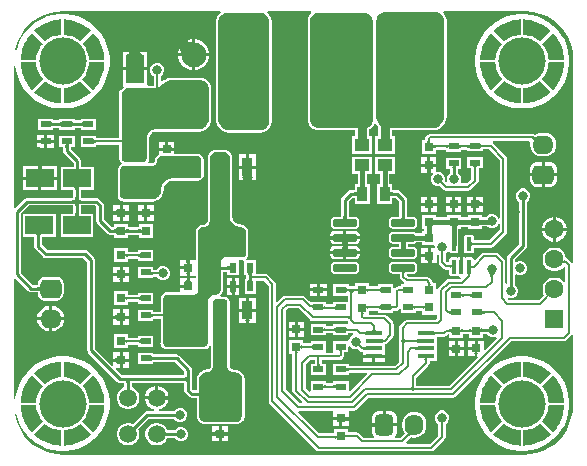
<source format=gtl>
G04*
G04 #@! TF.GenerationSoftware,Altium Limited,Altium Designer,21.3.2 (30)*
G04*
G04 Layer_Physical_Order=1*
G04 Layer_Color=255*
%FSTAX25Y25*%
%MOIN*%
G70*
G04*
G04 #@! TF.SameCoordinates,9628F578-4BD6-46FA-A1BD-4C83536F310D*
G04*
G04*
G04 #@! TF.FilePolarity,Positive*
G04*
G01*
G75*
%ADD13C,0.01000*%
%ADD15C,0.00800*%
%ADD19R,0.11811X0.12992*%
%ADD20C,0.05906*%
%ADD21R,0.12992X0.06496*%
%ADD22R,0.03740X0.06496*%
%ADD23R,0.03150X0.03150*%
%ADD24R,0.02165X0.03543*%
%ADD25R,0.06000X0.14000*%
%ADD26R,0.06102X0.09252*%
%ADD27R,0.03543X0.02165*%
%ADD28R,0.09252X0.06102*%
%ADD29R,0.03150X0.03150*%
G04:AMPARAMS|DCode=30|XSize=77.56mil|YSize=23.62mil|CornerRadius=2.95mil|HoleSize=0mil|Usage=FLASHONLY|Rotation=0.000|XOffset=0mil|YOffset=0mil|HoleType=Round|Shape=RoundedRectangle|*
%AMROUNDEDRECTD30*
21,1,0.07756,0.01772,0,0,0.0*
21,1,0.07165,0.02362,0,0,0.0*
1,1,0.00591,0.03583,-0.00886*
1,1,0.00591,-0.03583,-0.00886*
1,1,0.00591,-0.03583,0.00886*
1,1,0.00591,0.03583,0.00886*
%
%ADD30ROUNDEDRECTD30*%
%ADD31R,0.03543X0.05118*%
%ADD32R,0.05118X0.04331*%
G04:AMPARAMS|DCode=33|XSize=46.85mil|YSize=15.75mil|CornerRadius=1.97mil|HoleSize=0mil|Usage=FLASHONLY|Rotation=90.000|XOffset=0mil|YOffset=0mil|HoleType=Round|Shape=RoundedRectangle|*
%AMROUNDEDRECTD33*
21,1,0.04685,0.01181,0,0,90.0*
21,1,0.04291,0.01575,0,0,90.0*
1,1,0.00394,0.00591,0.02146*
1,1,0.00394,0.00591,-0.02146*
1,1,0.00394,-0.00591,-0.02146*
1,1,0.00394,-0.00591,0.02146*
%
%ADD33ROUNDEDRECTD33*%
%ADD34R,0.05512X0.01772*%
%ADD62C,0.01500*%
%ADD63C,0.03000*%
G04:AMPARAMS|DCode=64|XSize=82.68mil|YSize=82.68mil|CornerRadius=20.67mil|HoleSize=0mil|Usage=FLASHONLY|Rotation=180.000|XOffset=0mil|YOffset=0mil|HoleType=Round|Shape=RoundedRectangle|*
%AMROUNDEDRECTD64*
21,1,0.08268,0.04134,0,0,180.0*
21,1,0.04134,0.08268,0,0,180.0*
1,1,0.04134,-0.02067,0.02067*
1,1,0.04134,0.02067,0.02067*
1,1,0.04134,0.02067,-0.02067*
1,1,0.04134,-0.02067,-0.02067*
%
%ADD64ROUNDEDRECTD64*%
%ADD65C,0.08268*%
G04:AMPARAMS|DCode=66|XSize=70.87mil|YSize=62.99mil|CornerRadius=15.75mil|HoleSize=0mil|Usage=FLASHONLY|Rotation=0.000|XOffset=0mil|YOffset=0mil|HoleType=Round|Shape=RoundedRectangle|*
%AMROUNDEDRECTD66*
21,1,0.07087,0.03150,0,0,0.0*
21,1,0.03937,0.06299,0,0,0.0*
1,1,0.03150,0.01968,-0.01575*
1,1,0.03150,-0.01968,-0.01575*
1,1,0.03150,-0.01968,0.01575*
1,1,0.03150,0.01968,0.01575*
%
%ADD66ROUNDEDRECTD66*%
%ADD67O,0.07087X0.06299*%
%ADD68C,0.15748*%
%ADD69C,0.06299*%
%ADD70R,0.06299X0.06299*%
%ADD71O,0.06299X0.07087*%
G04:AMPARAMS|DCode=72|XSize=70.87mil|YSize=62.99mil|CornerRadius=15.75mil|HoleSize=0mil|Usage=FLASHONLY|Rotation=90.000|XOffset=0mil|YOffset=0mil|HoleType=Round|Shape=RoundedRectangle|*
%AMROUNDEDRECTD72*
21,1,0.07087,0.03150,0,0,90.0*
21,1,0.03937,0.06299,0,0,90.0*
1,1,0.03150,0.01575,0.01968*
1,1,0.03150,0.01575,-0.01968*
1,1,0.03150,-0.01575,-0.01968*
1,1,0.03150,-0.01575,0.01968*
%
%ADD72ROUNDEDRECTD72*%
%ADD73C,0.03150*%
%ADD74C,0.02598*%
G36*
X0229022Y0416152D02*
X0229612Y0416053D01*
X0230104Y0415955D01*
X023099Y0415758D01*
X0231876Y0415463D01*
X0232663Y0415167D01*
X0233549Y0414774D01*
X0234435Y0414282D01*
X0235222Y0413789D01*
X023601Y0413199D01*
X0236797Y041251D01*
X0233155Y0408868D01*
X0232663Y0409262D01*
X0232171Y0409656D01*
X0231679Y0409951D01*
X0231089Y0410246D01*
X02304Y0410541D01*
X0229514Y0410837D01*
X022853Y0411033D01*
X0227644Y0411132D01*
Y041625D01*
X0229022Y0416152D01*
D02*
G37*
G36*
X0226856Y0411132D02*
X0225971Y0411033D01*
X0224986Y0410837D01*
X02241Y0410541D01*
X0223411Y0410246D01*
X0222821Y0409951D01*
X0222329Y0409656D01*
X0221837Y0409262D01*
X0221344Y0408868D01*
X0217703Y041251D01*
X021849Y0413199D01*
X0219278Y0413789D01*
X0220065Y0414282D01*
X0220951Y0414774D01*
X0221837Y0415167D01*
X0222624Y0415463D01*
X022351Y0415758D01*
X0224396Y0415955D01*
X0224888Y0416053D01*
X0225478Y0416152D01*
X0226856Y041625D01*
Y0411132D01*
D02*
G37*
G36*
X0238175Y0411033D02*
X0238766Y0410246D01*
X0239258Y0409459D01*
X023975Y0408573D01*
X0240144Y0407687D01*
X0240439Y04069D01*
X0240734Y0406014D01*
X0240931Y0405128D01*
X024103Y0404636D01*
X0241128Y0404045D01*
X0241226Y0402667D01*
X0236108D01*
X023601Y0403553D01*
X0235813Y0404537D01*
X0235518Y0405423D01*
X0235222Y0406112D01*
X0234927Y0406703D01*
X0234632Y0407195D01*
X0234238Y0407687D01*
X0233844Y0408179D01*
X0237486Y0411821D01*
X0238175Y0411033D01*
D02*
G37*
G36*
X0220655Y0408179D02*
X0220262Y0407687D01*
X0219868Y0407195D01*
X0219573Y0406703D01*
X0219278Y0406112D01*
X0218982Y0405423D01*
X0218687Y0404537D01*
X021849Y0403553D01*
X0218392Y0402667D01*
X0213274D01*
X0213372Y0404045D01*
X0213471Y0404636D01*
X0213569Y0405128D01*
X0213766Y0406014D01*
X0214061Y04069D01*
X0214356Y0407687D01*
X021475Y0408573D01*
X0215242Y0409459D01*
X0215734Y0410246D01*
X0216325Y0411033D01*
X0217014Y0411821D01*
X0220655Y0408179D01*
D02*
G37*
G36*
X0241128Y0400502D02*
X024103Y0399911D01*
X0240931Y0399419D01*
X0240734Y0398534D01*
X0240439Y0397648D01*
X0240144Y039686D01*
X023975Y0395974D01*
X0239258Y0395089D01*
X0238766Y0394301D01*
X0238175Y0393514D01*
X0237486Y0392726D01*
X0233844Y0396368D01*
X0234238Y039686D01*
X0234632Y0397352D01*
X0234927Y0397845D01*
X0235222Y0398435D01*
X0235518Y0399124D01*
X0235813Y040001D01*
X023601Y0400994D01*
X0236108Y040188D01*
X0241226D01*
X0241128Y0400502D01*
D02*
G37*
G36*
X021849Y0400994D02*
X0218687Y040001D01*
X0218982Y0399124D01*
X0219278Y0398435D01*
X0219573Y0397845D01*
X0219868Y0397352D01*
X0220262Y039686D01*
X0220655Y0396368D01*
X0217014Y0392726D01*
X0216325Y0393514D01*
X0215734Y0394301D01*
X0215242Y0395089D01*
X021475Y0395974D01*
X0214356Y039686D01*
X0214061Y0397648D01*
X0213766Y0398534D01*
X0213569Y0399419D01*
X0213471Y0399911D01*
X0213372Y0400502D01*
X0213274Y040188D01*
X0218392D01*
X021849Y0400994D01*
D02*
G37*
G36*
X0236797Y0392037D02*
X023601Y0391348D01*
X0235222Y0390758D01*
X0234435Y0390266D01*
X0233549Y0389774D01*
X0232663Y038938D01*
X0231876Y0389085D01*
X023099Y0388789D01*
X0230104Y0388593D01*
X0229612Y0388494D01*
X0229022Y0388396D01*
X0227644Y0388297D01*
Y0393415D01*
X022853Y0393514D01*
X0229514Y0393711D01*
X02304Y0394006D01*
X0231089Y0394301D01*
X0231679Y0394597D01*
X0232171Y0394892D01*
X0232663Y0395285D01*
X0233155Y0395679D01*
X0236797Y0392037D01*
D02*
G37*
G36*
X0221837Y0395285D02*
X0222329Y0394892D01*
X0222821Y0394597D01*
X0223411Y0394301D01*
X02241Y0394006D01*
X0224986Y0393711D01*
X0225971Y0393514D01*
X0226856Y0393415D01*
Y0388297D01*
X0225478Y0388396D01*
X0224888Y0388494D01*
X0224396Y0388593D01*
X022351Y0388789D01*
X0222624Y0389085D01*
X0221837Y038938D01*
X0220951Y0389774D01*
X0220065Y0390266D01*
X0219278Y0390758D01*
X021849Y0391348D01*
X0217703Y0392037D01*
X0221344Y0395679D01*
X0221837Y0395285D01*
D02*
G37*
G36*
X0328688Y0418296D02*
X0329179Y0418093D01*
X0329621Y0417797D01*
X0329997Y0417421D01*
X0330293Y0416979D01*
X0330496Y0416488D01*
X03306Y0415966D01*
Y04157D01*
Y03826D01*
Y0382344D01*
X03305Y0381842D01*
X0330304Y0381368D01*
X0330019Y0380943D01*
X0329657Y038058D01*
X0329232Y0380296D01*
X0328758Y03801D01*
X0328256Y038D01*
X0312495D01*
X0311896Y0380119D01*
X0311332Y0380353D01*
X0310824Y0380692D01*
X0310392Y0381124D01*
X0310053Y0381632D01*
X0309819Y0382196D01*
X03097Y0382795D01*
Y03831D01*
Y04157D01*
Y0415966D01*
X0309804Y0416488D01*
X0310007Y0416979D01*
X0310303Y0417421D01*
X0310679Y0417797D01*
X0311121Y0418093D01*
X0311612Y0418296D01*
X0312134Y04184D01*
X0328166D01*
X0328688Y0418296D01*
D02*
G37*
G36*
X03352Y04188D02*
X03513Y04188D01*
X03513Y04188D01*
Y04188D01*
X03513D01*
X0351765Y041877D01*
X0352233Y0418677D01*
X0352816Y0418436D01*
X035334Y0418086D01*
X0353786Y041764D01*
X0354136Y0417116D01*
X0354377Y0416533D01*
X03545Y0415915D01*
X03545Y04156D01*
X03545Y03842D01*
X03545Y03842D01*
X03545Y0383786D01*
X0354339Y0382975D01*
X0354022Y038221D01*
X0353562Y0381523D01*
X0352977Y0380938D01*
X0352289Y0380478D01*
X0351525Y0380161D01*
X0350714Y038D01*
X03503Y038D01*
X03356D01*
X0335226Y038D01*
X0334491Y0380146D01*
X03338Y0380433D01*
X0333178Y0380848D01*
X0332648Y0381378D01*
X0332232Y0382D01*
X0331946Y0382692D01*
X03318Y0383426D01*
X03318Y03838D01*
Y04154D01*
X03318Y04154D01*
X03318Y04154D01*
X0331825Y0415863D01*
X0331931Y0416392D01*
X0332187Y041701D01*
X0332559Y0417567D01*
X0333032Y0418041D01*
X0333589Y0418413D01*
X0334208Y0418669D01*
X0334865Y04188D01*
X03352Y04188D01*
D02*
G37*
G36*
X0294004Y0418281D02*
X0294568Y0418047D01*
X0295076Y0417708D01*
X0295508Y0417276D01*
X0295847Y0416768D01*
X0296081Y0416204D01*
X02962Y0415605D01*
Y04153D01*
Y03824D01*
Y0382095D01*
X0296081Y0381496D01*
X0295847Y0380932D01*
X0295508Y0380424D01*
X0295076Y0379992D01*
X0294568Y0379653D01*
X0294004Y0379419D01*
X0293405Y03793D01*
X0282445D01*
X028175Y0379438D01*
X0281095Y037971D01*
X0280505Y0380104D01*
X0280004Y0380605D01*
X027961Y0381195D01*
X0279338Y038185D01*
X02792Y0382545D01*
Y03829D01*
Y03829D01*
Y04153D01*
Y0415605D01*
X0279319Y0416204D01*
X0279553Y0416768D01*
X0279892Y0417276D01*
X0280324Y0417708D01*
X0280832Y0418047D01*
X0281396Y0418281D01*
X0281995Y04184D01*
X0293405D01*
X0294004Y0418281D01*
D02*
G37*
G36*
X0383937Y0418765D02*
X0386383Y0418177D01*
X0388708Y0417214D01*
X0390853Y04159D01*
X0392766Y0414266D01*
X03944Y0412353D01*
X0395714Y0410208D01*
X0396677Y0407883D01*
X0397265Y0405437D01*
X0397456Y0403D01*
X0397442Y0402929D01*
Y0335279D01*
X0396942Y0335127D01*
X0396856Y0335256D01*
X0396856Y0335256D01*
X0395832Y033628D01*
X0395439Y0336543D01*
X0395137Y0336603D01*
Y0336718D01*
X0394869Y033772D01*
X039435Y0338617D01*
X0393617Y033935D01*
X039272Y0339869D01*
X0391718Y0340137D01*
X0390682D01*
X038968Y0339869D01*
X0388783Y033935D01*
X038805Y0338617D01*
X0387531Y033772D01*
X0387263Y0336718D01*
Y0335682D01*
X0387531Y033468D01*
X038805Y0333783D01*
X0388783Y033305D01*
X038968Y0332531D01*
X0390682Y0332263D01*
X0391718D01*
X039272Y0332531D01*
X0393617Y033305D01*
X0394289Y0333722D01*
X0394542Y0333678D01*
X0394789Y0333543D01*
Y0328765D01*
X0394289Y0328678D01*
X0393617Y032935D01*
X039272Y0329869D01*
X0391718Y0330137D01*
X0390682D01*
X038968Y0329869D01*
X0388783Y032935D01*
X038805Y0328617D01*
X0387531Y032772D01*
X0387263Y0326718D01*
Y0325682D01*
X0387531Y032468D01*
X0387691Y0324403D01*
X0385999Y0322711D01*
X0375902D01*
X0375522Y032309D01*
X0375806Y0323514D01*
X037623Y0323338D01*
X037717D01*
X0378038Y0323697D01*
X0378703Y0324362D01*
X0379062Y032523D01*
Y032617D01*
X0378703Y0327038D01*
X0378038Y0327703D01*
X0378013Y0327713D01*
Y0330993D01*
X0378513Y0331235D01*
X037923Y0330938D01*
X038017D01*
X0381038Y0331297D01*
X0381703Y0331962D01*
X0382062Y033283D01*
Y033377D01*
X0381703Y0334638D01*
X0381038Y0335303D01*
X038017Y0335662D01*
X037923D01*
X0378513Y0335365D01*
X0378013Y0335607D01*
Y0336156D01*
X0381728Y0339872D01*
X0382013Y0340298D01*
X0382113Y03408D01*
Y0355487D01*
X0382138Y0355497D01*
X0382803Y0356162D01*
X0383162Y035703D01*
Y035797D01*
X0382803Y0358838D01*
X0382138Y0359503D01*
X038127Y0359862D01*
X038033D01*
X0379462Y0359503D01*
X0378797Y0358838D01*
X0378438Y035797D01*
Y035703D01*
X0378797Y0356162D01*
X0379462Y0355497D01*
X0379487Y0355487D01*
Y0341344D01*
X0375772Y0337628D01*
X0375487Y0337202D01*
X0375387Y03367D01*
Y0328107D01*
X0375311Y0328056D01*
X0374811Y0328323D01*
Y03354D01*
X0374718Y0335863D01*
X0374456Y0336256D01*
X0374456Y0336256D01*
X0372633Y0338079D01*
X037224Y0338342D01*
X0371777Y0338434D01*
X0371777Y0338434D01*
X0367723D01*
X036726Y0338342D01*
X0366867Y0338079D01*
X0366867Y0338079D01*
X036483Y0336042D01*
X0364288Y0336207D01*
X0364264Y033633D01*
X0364046Y0336655D01*
X0363721Y0336873D01*
X0363337Y0336949D01*
X0362156D01*
X0361771Y0336873D01*
X0361651Y0336792D01*
X036164Y0336809D01*
X0361245Y0337073D01*
X0360778Y0337166D01*
X0360687D01*
Y03338D01*
X0359687D01*
Y0337166D01*
X0359596D01*
X035913Y0337073D01*
X0358734Y0336809D01*
X0358723Y0336792D01*
X0358602Y0336873D01*
X0358219Y0336949D01*
X0357037D01*
X0356653Y0336873D01*
X0356328Y0336655D01*
X035611Y033633D01*
X0356034Y0335946D01*
Y0335374D01*
X0355534Y0335278D01*
X0355011Y0335802D01*
Y0338145D01*
X0355138Y0338197D01*
X0355641Y03387D01*
X03557Y0338716D01*
X0356184Y0338668D01*
X0356236Y0338642D01*
X0356328Y0338504D01*
X0356653Y0338286D01*
X0357037Y033821D01*
X0358219D01*
X0358602Y0338286D01*
X0358928Y0338504D01*
X0359146Y0338829D01*
X0359222Y0339213D01*
Y0343505D01*
X0359195Y0343638D01*
Y0346285D01*
X035999D01*
Y034708D01*
X036231D01*
Y0346285D01*
X0367034D01*
Y0347206D01*
X0368653D01*
X0368962Y0346897D01*
X036983Y0346538D01*
X037077D01*
X0371638Y0346897D01*
X0372303Y0347562D01*
X0372489Y0348013D01*
X0372989Y0347913D01*
Y0346002D01*
X0369558Y034257D01*
X036434D01*
Y0343505D01*
X0364264Y0343889D01*
X0364046Y0344214D01*
X0363721Y0344432D01*
X0363337Y0344508D01*
X0362156D01*
X0361771Y0344432D01*
X0361446Y0344214D01*
X0361228Y0343889D01*
X0361152Y0343505D01*
Y0339213D01*
X0361228Y0338829D01*
X0361446Y0338504D01*
X0361771Y0338286D01*
X0362156Y033821D01*
X0363337D01*
X0363721Y0338286D01*
X0364046Y0338504D01*
X0364264Y0338829D01*
X036434Y0339213D01*
Y0340148D01*
X0370059D01*
X0370059Y0340148D01*
X0370522Y0340241D01*
X0370915Y0340503D01*
X0375056Y0344644D01*
X0375056Y0344644D01*
X0375319Y0345037D01*
X0375411Y03455D01*
Y03698D01*
X0375411Y03698D01*
X0375319Y0370263D01*
X0375056Y0370656D01*
X0375056Y0370656D01*
X0370756Y0374956D01*
X0370673Y0375607D01*
X0370731Y0375689D01*
X0382831D01*
X0383226Y0375189D01*
X0383135Y03745D01*
X0383271Y0373472D01*
X0383667Y0372515D01*
X0384298Y0371692D01*
X0385121Y0371061D01*
X0386079Y0370664D01*
X0387106Y0370529D01*
X0387894D01*
X0388921Y0370664D01*
X0389879Y0371061D01*
X0390702Y0371692D01*
X0391333Y0372515D01*
X0391729Y0373472D01*
X0391865Y03745D01*
X0391729Y0375528D01*
X0391333Y0376485D01*
X0390702Y0377308D01*
X0389879Y0377939D01*
X0388921Y0378336D01*
X0387894Y0378471D01*
X0387106D01*
X0386079Y0378336D01*
X0385121Y0377939D01*
X0384878Y0377752D01*
X0384874Y0377756D01*
X0384822Y0377791D01*
X0384816Y0377799D01*
X0384785Y0377815D01*
X0384481Y0378018D01*
X0384018Y0378111D01*
X0384018Y0378111D01*
X0349769D01*
X0349305Y0378018D01*
X0348913Y0377756D01*
X0348913Y0377756D01*
X0348444Y0377287D01*
X0348182Y0376895D01*
X0348089Y0376431D01*
X0348089Y0376431D01*
Y0375915D01*
X0346938D01*
Y0371191D01*
X0351662D01*
Y0372689D01*
X0355041D01*
Y0372084D01*
X0360159D01*
Y0372689D01*
X0362141D01*
Y0372239D01*
X0367259D01*
Y0372889D01*
X0369398D01*
X0372989Y0369299D01*
Y0349887D01*
X0372489Y0349787D01*
X0372303Y0350238D01*
X0371638Y0350903D01*
X037077Y0351262D01*
X036983D01*
X0368962Y0350903D01*
X0368401Y0350341D01*
X0367034D01*
Y0351009D01*
X036231D01*
Y0350215D01*
X035999D01*
Y0351009D01*
X0355266D01*
Y0350215D01*
X0351762D01*
Y0351009D01*
X0347038D01*
Y0346285D01*
X0347832D01*
Y0345762D01*
X0347038D01*
Y0345018D01*
X0345287D01*
X0345188Y0345166D01*
X034483Y0345406D01*
X0344407Y034549D01*
X0337242D01*
X0336819Y0345406D01*
X0336461Y0345166D01*
X0336222Y0344808D01*
X0336138Y0344386D01*
Y0342614D01*
X0336222Y0342192D01*
X0336461Y0341834D01*
X0336819Y0341594D01*
X0337242Y034151D01*
X0339257D01*
Y034049D01*
X0337242D01*
X0336819Y0340406D01*
X0336461Y0340166D01*
X0336222Y0339808D01*
X0336138Y0339386D01*
Y0337614D01*
X0336222Y0337192D01*
X0336461Y0336834D01*
X0336819Y0336594D01*
X0337242Y033651D01*
X0344407D01*
X034483Y0336594D01*
X0345188Y0336834D01*
X0345427Y0337192D01*
X0345511Y0337614D01*
Y0339386D01*
X0345427Y0339808D01*
X0345188Y0340166D01*
X034483Y0340406D01*
X0344407Y034049D01*
X0342392D01*
Y034151D01*
X0344407D01*
X034483Y0341594D01*
X0345188Y0341834D01*
X034522Y0341882D01*
X0347038D01*
Y0341038D01*
X0351192D01*
X0351438Y034067D01*
Y0340069D01*
X03499D01*
Y0337494D01*
Y0335944D01*
X03506D01*
X0350505Y0335934D01*
X035042Y0335903D01*
X0350345Y0335853D01*
X035028Y0335782D01*
X0350225Y0335691D01*
X035018Y0335579D01*
X0350145Y0335448D01*
X035012Y0335296D01*
X0350105Y0335124D01*
X03501Y0334936D01*
X0350101Y033492D01*
X0351975D01*
Y0337554D01*
X0352475Y0337821D01*
X0352589Y0337745D01*
Y03353D01*
X0352589Y03353D01*
X0352681Y0334837D01*
X0352944Y0334444D01*
X0354244Y0333144D01*
X0354244Y0333144D01*
X0354637Y0332881D01*
X03551Y0332789D01*
X03551Y0332789D01*
X0356034D01*
Y0331654D01*
X035611Y033127D01*
X0356328Y0330945D01*
X0356653Y0330727D01*
X0357037Y0330651D01*
X0358219D01*
X0358602Y0330727D01*
X0358723Y0330808D01*
X0358734Y0330791D01*
X035913Y0330527D01*
X0359596Y0330434D01*
X0359766D01*
X0359991Y0329934D01*
X0359805Y0329698D01*
X0355961D01*
X0355961Y0329698D01*
X0355498Y0329606D01*
X0355105Y0329344D01*
X0355105Y0329343D01*
X0352544Y0326782D01*
X0352281Y0326389D01*
X0352262Y0326292D01*
X0351762Y0326342D01*
Y0328468D01*
X0351088D01*
X0350611Y03285D01*
X0350518Y0328963D01*
X0350256Y0329356D01*
X0350256Y0329356D01*
X0349456Y0330156D01*
X0349063Y0330418D01*
X03486Y0330511D01*
X03486Y0330511D01*
X0342501D01*
X0342035Y0330977D01*
Y033151D01*
X0344407D01*
X034483Y0331594D01*
X0345188Y0331834D01*
X0345427Y0332192D01*
X0345511Y0332614D01*
Y0334386D01*
X0345427Y0334808D01*
X0345188Y0335166D01*
X034483Y0335406D01*
X0344407Y033549D01*
X0337242D01*
X0336819Y0335406D01*
X0336461Y0335166D01*
X0336222Y0334808D01*
X0336138Y0334386D01*
Y0332614D01*
X0336222Y0332192D01*
X0336461Y0331834D01*
X0336819Y0331594D01*
X0337242Y033151D01*
X0339614D01*
Y0330476D01*
X0339614Y0330476D01*
X0339706Y0330012D01*
X0339968Y032962D01*
X0341144Y0328444D01*
X0341144Y0328444D01*
X0341222Y0328392D01*
X0341071Y0327892D01*
X0339997D01*
Y0327232D01*
X0339169D01*
X0338705Y032714D01*
X0338313Y0326878D01*
X0338313Y0326877D01*
X0338059Y0326624D01*
X0337559Y0326831D01*
Y032787D01*
X0332441D01*
Y0327211D01*
X0329462D01*
Y0328315D01*
X0324738D01*
Y0327232D01*
X0322615D01*
Y0327891D01*
X0317497D01*
Y0324151D01*
X0322269D01*
Y0322183D01*
X0317497D01*
Y0321311D01*
X0315115D01*
Y0322183D01*
X0310808D01*
X031079Y0322186D01*
X0310774Y0322183D01*
X0309997D01*
X0309997Y0322183D01*
Y0322183D01*
X0309559Y0322353D01*
X030818Y0323732D01*
X0307787Y0323994D01*
X0307324Y0324086D01*
X0307324Y0324086D01*
X0301376D01*
X0300913Y0323994D01*
X030052Y0323732D01*
X030052Y0323732D01*
X0298885Y0322097D01*
X0298423Y0322289D01*
Y0327987D01*
X0298423Y0327987D01*
X0298331Y0328451D01*
X0298069Y0328843D01*
X0295756Y0331156D01*
X0295363Y0331418D01*
X02949Y0331511D01*
X02949Y0331511D01*
X0291624D01*
Y0335987D01*
X028859D01*
X0288437Y0336476D01*
X0288437Y0336487D01*
X0288715Y0336766D01*
X028889Y0337026D01*
X0289042Y0337394D01*
X0289103Y0337701D01*
Y0345578D01*
X0289042Y0345885D01*
X0288753Y0346584D01*
X0288578Y0346844D01*
X0288044Y0347378D01*
X0287784Y0347552D01*
X0287085Y0347842D01*
X0286778Y0347903D01*
X028642D01*
X0286165Y0347915D01*
X0285647Y0348018D01*
X0285177Y0348213D01*
X0284755Y0348495D01*
X0284395Y0348855D01*
X0284113Y0349277D01*
X0283918Y0349747D01*
X0283815Y0350265D01*
X0283803Y035052D01*
X0283803Y037D01*
X0283803Y0370398D01*
X0283742Y0370705D01*
X0283437Y037144D01*
X0283263Y0371701D01*
X0282701Y0372263D01*
X028244Y0372437D01*
X0281771Y0372714D01*
X028164Y0372741D01*
X028151Y0372774D01*
X0281047Y0372801D01*
X0281023Y0372798D01*
X0281Y0372803D01*
X0280536Y0372803D01*
X0280536Y0372803D01*
X0280536Y0372803D01*
X0278022D01*
X0277715Y0372742D01*
X0277016Y0372452D01*
X0276756Y0372278D01*
X0276222Y0371744D01*
X0276047Y0371483D01*
X0275758Y0370785D01*
X0275697Y0370478D01*
Y03701D01*
X0275697Y0349439D01*
X0275667Y0349129D01*
X0275415Y0348521D01*
X0274979Y0348085D01*
X0274371Y0347833D01*
X0274021Y0347799D01*
X0274016Y0347797D01*
X027401Y0347798D01*
X0273547Y0347746D01*
X027344Y0347712D01*
X0273329Y034769D01*
X027283Y0347483D01*
X0272569Y0347309D01*
X0272569Y0347309D01*
X0272091Y0346831D01*
X0271917Y034657D01*
X0271658Y0345945D01*
X0271597Y0345638D01*
X0271597Y0335975D01*
X0269595D01*
Y0335279D01*
X0269625Y0335204D01*
X026968Y0335113D01*
X0269745Y0335042D01*
X026982Y0334991D01*
X0269905Y0334961D01*
X027Y0334951D01*
X0269595D01*
Y03334D01*
Y0331837D01*
X0270094D01*
X027Y0331827D01*
X0269915Y0331797D01*
X026984Y0331747D01*
X0269775Y0331677D01*
X026972Y0331587D01*
X0269674Y0331477D01*
X0269639Y0331347D01*
X0269615Y0331197D01*
X02696Y0331027D01*
X0269595Y0330837D01*
Y0330825D01*
X0271597D01*
X0271597Y0329875D01*
X0269595D01*
Y0329863D01*
X02696Y0329671D01*
X0269615Y0329499D01*
X0269639Y0329347D01*
X0269674Y0329215D01*
X026972Y0329104D01*
X0269775Y0329013D01*
X026984Y0328942D01*
X0269915Y0328891D01*
X027Y0328861D01*
X0270094Y0328851D01*
X0269595D01*
Y03273D01*
X0269094D01*
Y03268D01*
X026652D01*
Y0325303D01*
X02622Y0325303D01*
X0261902Y0325303D01*
X0261594Y0325242D01*
X0261594Y0325242D01*
X0261043Y0325013D01*
X0261043Y0325013D01*
X0260783Y0324839D01*
X0260361Y0324417D01*
X0260361Y0324417D01*
X0260252Y0324255D01*
X0260187Y0324157D01*
X0260025Y0323767D01*
X0260006Y0323669D01*
X0259972Y0323575D01*
X0259906Y0323115D01*
X0259909Y0323057D01*
X0259897Y0323D01*
Y0318806D01*
X0257559D01*
Y0319465D01*
X0252441D01*
Y0315725D01*
X0257559D01*
Y0316385D01*
X0259897D01*
X0259897Y0308613D01*
X0259888Y0308318D01*
X0259939Y0308009D01*
X0260156Y0307431D01*
X0260322Y0307165D01*
X0260744Y0306715D01*
X0260999Y0306533D01*
X0261561Y0306278D01*
X0261866Y0306207D01*
X0262174Y0306198D01*
X0262187Y03062D01*
X02622Y0306197D01*
X0274418Y0306197D01*
X0274726Y0306258D01*
X0275313Y0306502D01*
X0275574Y0306676D01*
X0276024Y0307126D01*
X0276198Y0307386D01*
X0276697Y0307285D01*
Y0300639D01*
X0276678Y0300446D01*
X0276516Y0300055D01*
X0276245Y0299784D01*
X0275854Y0299622D01*
X027566Y0299603D01*
X0275405D01*
X0275327Y0299587D01*
X0275248D01*
X0274668Y0299472D01*
X0274595Y0299442D01*
X0274518Y0299426D01*
X0273972Y02992D01*
X0273906Y0299156D01*
X0273833Y0299126D01*
X0273341Y0298798D01*
X0273286Y0298742D01*
X027322Y0298698D01*
X0272802Y029828D01*
X0272758Y0298214D01*
X0272702Y0298158D01*
X0272374Y0297667D01*
X0272344Y0297594D01*
X02723Y0297528D01*
X0272074Y0296982D01*
X0272058Y0296905D01*
X0272028Y0296832D01*
X027195Y0296441D01*
Y0296393D01*
X0271937Y0296346D01*
X02719Y0295862D01*
X0271903Y0295831D01*
X0271897Y02958D01*
Y0292713D01*
X0270844D01*
X0270513Y0293044D01*
Y02963D01*
Y02993D01*
X0270413Y0299802D01*
X0270128Y0300228D01*
X0266198Y0304158D01*
X0265773Y0304442D01*
X026527Y0304542D01*
X0257559D01*
Y03051D01*
X0252441D01*
Y030136D01*
X0257559D01*
Y0301917D01*
X0264727D01*
X0267887Y0298756D01*
Y0297681D01*
X026788Y0297638D01*
X0267875Y0297625D01*
X0267862Y029762D01*
X0267818Y0297613D01*
X0246944D01*
X0244954Y0299602D01*
X0245145Y0300064D01*
X02463D01*
Y0302139D01*
X0245249D01*
Y0301639D01*
X0245239Y0301734D01*
X0245209Y0301819D01*
X0245158Y0301894D01*
X0245087Y0301959D01*
X0244996Y0302014D01*
X0244885Y0302059D01*
X0244753Y0302094D01*
X0244601Y0302119D01*
X0244429Y0302134D01*
X0244238Y0302139D01*
X0244225D01*
Y0300984D01*
X0243763Y0300793D01*
X0238113Y0306444D01*
Y03359D01*
X0238013Y0336402D01*
X0237728Y0336828D01*
X0235628Y0338928D01*
X0235202Y0339213D01*
X02347Y0339313D01*
X0222244D01*
X0220513Y0341044D01*
Y0343761D01*
X0224915D01*
Y0351439D01*
X0214088D01*
Y0343761D01*
X0217887D01*
Y03405D01*
X0217987Y0339998D01*
X0218272Y0339572D01*
X0220772Y0337072D01*
X0221198Y0336787D01*
X02217Y0336687D01*
X0234156D01*
X0235487Y0335356D01*
Y03059D01*
X0235587Y0305398D01*
X0235872Y0304972D01*
X0245472Y0295372D01*
X0245898Y0295087D01*
X02464Y0294987D01*
X0247719D01*
X0247762Y029498D01*
X0247775Y0294975D01*
X024778Y0294962D01*
X0247787Y0294918D01*
Y029362D01*
X0247656Y0293585D01*
X0246803Y0293093D01*
X0246107Y0292396D01*
X0245615Y0291544D01*
X024536Y0290592D01*
Y0289608D01*
X0245615Y0288656D01*
X0246107Y0287804D01*
X0246803Y0287107D01*
X0247656Y0286615D01*
X0248608Y028636D01*
X0249592D01*
X0250544Y0286615D01*
X0251396Y0287107D01*
X0252093Y0287804D01*
X0252585Y0288656D01*
X025284Y0289608D01*
Y0290592D01*
X0252585Y0291544D01*
X0252093Y0292396D01*
X0251396Y0293093D01*
X0250544Y0293585D01*
X0250413Y029362D01*
Y0294918D01*
X025042Y0294962D01*
X0250425Y0294975D01*
X0250438Y029498D01*
X0250482Y0294987D01*
X0267818D01*
X0267862Y029498D01*
X0267875Y0294975D01*
X026788Y0294962D01*
X0267887Y0294918D01*
Y02925D01*
X0267987Y0291998D01*
X0268272Y0291572D01*
X0269372Y0290472D01*
X0269798Y0290187D01*
X02703Y0290087D01*
X0271897D01*
X0271897Y02843D01*
X0271897Y0283862D01*
X0271958Y0283555D01*
X0272293Y0282747D01*
X0272467Y0282486D01*
X0272467Y0282486D01*
X0273086Y0281867D01*
X0273086Y0281867D01*
X0273347Y0281693D01*
X0274155Y0281358D01*
X0274462Y0281297D01*
X02749Y0281297D01*
X02749Y0281297D01*
X0285Y0281297D01*
X0285438Y0281297D01*
X0285745Y0281358D01*
X0286553Y0281693D01*
X0286814Y0281867D01*
X0287433Y0282486D01*
X0287607Y0282747D01*
X0287942Y0283555D01*
X0288003Y0283862D01*
X0288003Y02843D01*
X0288003Y02843D01*
X0288003Y0296D01*
X0288003Y0296256D01*
X0287987Y0296334D01*
Y0296413D01*
X0287888Y0296915D01*
X0287857Y0296988D01*
X0287842Y0297066D01*
X0287646Y0297539D01*
X0287602Y0297604D01*
X0287572Y0297678D01*
X0287287Y0298103D01*
X0287231Y0298159D01*
X0287187Y0298225D01*
X0286825Y0298587D01*
X0286759Y0298631D01*
X0286703Y0298687D01*
X0286278Y0298972D01*
X0286205Y0299002D01*
X0286139Y0299046D01*
X0285666Y0299242D01*
X0285588Y0299257D01*
X0285515Y0299288D01*
X0285223Y0299346D01*
X0285179D01*
X0285138Y0299358D01*
X0284677Y0299399D01*
X0284309Y0299435D01*
X0283666Y0299702D01*
X0283202Y0300166D01*
X0282935Y0300809D01*
X0282903Y0301139D01*
Y0322339D01*
X0282842Y0322646D01*
X0282735Y0322904D01*
X0282561Y0323164D01*
X0282561Y0323164D01*
X0282364Y0323361D01*
X0282104Y0323535D01*
X0281846Y0323642D01*
X0281539Y0323703D01*
X0279974D01*
X0279767Y0324203D01*
X0280163Y0324599D01*
X0280337Y032486D01*
X0280337Y032486D01*
X0280642Y0325595D01*
X0280642Y0325595D01*
X0280703Y0325902D01*
Y0332115D01*
X0282176D01*
Y0330869D01*
X0285916D01*
Y0335987D01*
X028637Y0336097D01*
X028743D01*
X0287518Y0336076D01*
X0287884Y0335664D01*
Y0330869D01*
X0288469D01*
Y0329831D01*
X0287939D01*
Y0324713D01*
X0291679D01*
Y0329089D01*
X0294398D01*
X0296002Y0327486D01*
Y0288887D01*
X0296002Y0288887D01*
X0296094Y0288424D01*
X0296357Y0288031D01*
X0311744Y0272644D01*
X0312137Y0272381D01*
X03126Y0272289D01*
X03126Y0272289D01*
X03502D01*
X03502Y0272289D01*
X0350663Y0272381D01*
X0351056Y0272644D01*
X0354556Y0276144D01*
X0354556Y0276144D01*
X0354819Y0276537D01*
X0354911Y0277D01*
X0354911Y0277D01*
Y0281445D01*
X0355038Y0281497D01*
X0355703Y0282162D01*
X0356062Y028303D01*
Y028397D01*
X0355703Y0284838D01*
X0355038Y0285503D01*
X035417Y0285862D01*
X035323D01*
X0352362Y0285503D01*
X0351697Y0284838D01*
X0351338Y028397D01*
Y028303D01*
X0351697Y0282162D01*
X0352362Y0281497D01*
X0352489Y0281445D01*
Y0277502D01*
X0349698Y0274711D01*
X034203D01*
X0341823Y0275211D01*
X0343417Y0276805D01*
X0343456Y0276838D01*
X0343495Y0276868D01*
X03445Y0276735D01*
X0345528Y0276871D01*
X0346485Y0277267D01*
X0347308Y0277898D01*
X0347939Y0278721D01*
X0348336Y0279679D01*
X0348471Y0280706D01*
Y0281494D01*
X0348336Y0282522D01*
X0347939Y0283479D01*
X0347308Y0284302D01*
X0346485Y0284933D01*
X0345528Y0285329D01*
X03445Y0285465D01*
X0343472Y0285329D01*
X0342514Y0284933D01*
X0341692Y0284302D01*
X0341061Y0283479D01*
X0340664Y0282522D01*
X0340529Y0281494D01*
Y0280706D01*
X0340664Y0279679D01*
X0341061Y0278721D01*
X0341429Y0278241D01*
X0339999Y0276811D01*
X0338101D01*
X0337934Y0277238D01*
X0337923Y0277311D01*
X0338324Y0277833D01*
X0338583Y0278459D01*
X0338672Y0279132D01*
Y02806D01*
X03345D01*
X0331361D01*
Y02801D01*
X0331351Y0280195D01*
X033132Y028028D01*
X033127Y0280355D01*
X0331199Y028042D01*
X0331108Y0280475D01*
X0330997Y028052D01*
X0330865Y0280555D01*
X0330713Y028058D01*
X0330541Y0280595D01*
X0330349Y02806D01*
X0330328D01*
Y0279132D01*
X0330417Y0278459D01*
X0330676Y0277833D01*
X0331077Y0277311D01*
X0331066Y0277238D01*
X0330899Y0276811D01*
X0327602D01*
X0326209Y0278203D01*
X0325816Y0278466D01*
X0325353Y0278558D01*
X0325353Y0278558D01*
X032239D01*
Y027971D01*
X0317666D01*
Y0278211D01*
X0312802D01*
X0305696Y0285316D01*
X0305727Y0285485D01*
X0305915Y0285804D01*
X0317453D01*
Y0283753D01*
X031846D01*
X0318465Y02838D01*
Y0283753D01*
X0320028D01*
X0321579D01*
Y0284D01*
X0321589Y0283905D01*
X0321619Y028382D01*
X0321665Y0283753D01*
X0322603D01*
Y0285804D01*
X032436D01*
X032436Y0285804D01*
X0324823Y0285896D01*
X0325216Y0286159D01*
X0329159Y0290102D01*
X0357513D01*
X0357513Y0290102D01*
X0357976Y0290194D01*
X0358369Y0290457D01*
X0376801Y0308889D01*
X03943D01*
X03943Y0308889D01*
X0394763Y0308981D01*
X0395156Y0309244D01*
X0396856Y0310944D01*
X0396856Y0310944D01*
X0396942Y0311073D01*
X0397442Y0310921D01*
Y0287566D01*
X0397446Y0287545D01*
X0397307Y0285411D01*
X0396885Y0283292D01*
X0396191Y0281247D01*
X0395235Y0279309D01*
X0394035Y0277513D01*
X0392611Y0275889D01*
X0390987Y0274465D01*
X0389191Y0273265D01*
X0387253Y0272309D01*
X0385208Y0271615D01*
X0383089Y0271193D01*
X0380955Y0271054D01*
X0380934Y0271058D01*
X022758D01*
X0227558Y0271053D01*
X0225423Y0271193D01*
X0223302Y0271615D01*
X0221255Y027231D01*
X0219316Y0273266D01*
X0217518Y0274467D01*
X0215893Y0275893D01*
X0214468Y0277518D01*
X0213266Y0279316D01*
X021231Y0281255D01*
X0211615Y0283302D01*
X0211323Y0284772D01*
X021181Y0284885D01*
X0212306Y0283035D01*
X0213096Y0281128D01*
X0214128Y027934D01*
X0215385Y0277703D01*
X0216844Y0276243D01*
X0218482Y0274986D01*
X022027Y0273954D01*
X0222177Y0273164D01*
X0224171Y027263D01*
X0226218Y027236D01*
X022725D01*
X0228282Y027236D01*
X0230329Y027263D01*
X0232323Y0273164D01*
X023423Y0273954D01*
X0236018Y0274986D01*
X0237656Y0276243D01*
X0239115Y0277702D01*
X0240372Y027934D01*
X0241404Y0281128D01*
X0242194Y0283035D01*
X0242728Y0285029D01*
X0242998Y0287076D01*
X0242998Y0288108D01*
X0242998Y0288108D01*
X0242998Y0288108D01*
X0242998Y028914D01*
X0242728Y0291187D01*
X0242194Y0293181D01*
X0241404Y0295088D01*
X0240372Y0296876D01*
X0239115Y0298514D01*
X0237656Y0299974D01*
X0236018Y030123D01*
X023423Y0302262D01*
X0232323Y0303052D01*
X0230329Y0303587D01*
X0228282Y0303856D01*
X022725Y0303856D01*
X022725Y0303856D01*
X0226218Y0303856D01*
X0224171Y0303587D01*
X0222177Y0303052D01*
X022027Y0302262D01*
X0218482Y030123D01*
X0216844Y0299974D01*
X0215385Y0298514D01*
X0214128Y0296876D01*
X0213096Y0295088D01*
X0212306Y0293181D01*
X0211771Y0291187D01*
X0211558Y0289563D01*
X0211058Y0289596D01*
Y0329679D01*
X0211558Y0329886D01*
X0215872Y0325572D01*
X0216298Y0325287D01*
X02168Y0325187D01*
X0218923D01*
Y0324925D01*
X0219106Y0324004D01*
X0219629Y0323222D01*
X022041Y03227D01*
X0221332Y0322517D01*
X0225269D01*
X022619Y03227D01*
X0226972Y0323222D01*
X0227494Y0324004D01*
X0227677Y0324925D01*
Y0328075D01*
X0227494Y0328996D01*
X0226972Y0329778D01*
X022619Y03303D01*
X0225269Y0330483D01*
X0221332D01*
X022041Y03303D01*
X0219629Y0329778D01*
X0219106Y0328996D01*
X0218923Y0328075D01*
Y0327813D01*
X0217344D01*
X0213313Y0331844D01*
Y0351456D01*
X0216052Y0354196D01*
X0230619D01*
X0230662Y0354188D01*
X0230675Y0354184D01*
X023068Y035417D01*
X0230687Y0354127D01*
Y0351439D01*
X0226687D01*
Y0343761D01*
X0237513D01*
Y0351439D01*
X0233313D01*
Y0354127D01*
X023332Y035417D01*
X0233325Y0354184D01*
X0233338Y0354188D01*
X0233382Y0354196D01*
X0237948D01*
X0238487Y0353656D01*
Y0349D01*
X0238587Y0348498D01*
X0238872Y0348072D01*
X0242072Y0344872D01*
X0242498Y0344587D01*
X0243Y0344487D01*
X0244438D01*
Y0343438D01*
X0249162D01*
Y0344487D01*
X0252666D01*
Y0343438D01*
X025739D01*
Y0348162D01*
X0252666D01*
Y0347113D01*
X0249162D01*
Y0348162D01*
X0244438D01*
Y0347113D01*
X0243544D01*
X0241113Y0349544D01*
Y03542D01*
X0241013Y0354702D01*
X0240728Y0355128D01*
X023942Y0356436D01*
X0238994Y0356721D01*
X0238492Y0356821D01*
X0233382D01*
X0233338Y0356829D01*
X0233325Y0356833D01*
X023332Y0356846D01*
X0233313Y035689D01*
Y0359465D01*
X0237626D01*
Y0367143D01*
X0233525D01*
Y0368887D01*
X0233425Y036939D01*
X0233141Y0369815D01*
X0229985Y0372972D01*
Y0373684D01*
X0231231D01*
Y0377424D01*
X0226113D01*
Y0373684D01*
X0227359D01*
Y0372428D01*
X0227459Y0371926D01*
X0227744Y03715D01*
X02309Y0368344D01*
Y0367143D01*
X0226799D01*
Y0359465D01*
X0230687D01*
Y035689D01*
X023068Y0356846D01*
X0230675Y0356833D01*
X0230662Y0356829D01*
X0230619Y0356821D01*
X0215508D01*
X0215006Y0356721D01*
X021458Y0356436D01*
X0211558Y0353414D01*
X0211058Y0353621D01*
Y0400786D01*
X0211558Y0400819D01*
X0211771Y0399195D01*
X0212306Y0397201D01*
X0213096Y0395293D01*
X0214128Y0393506D01*
X0215385Y0391868D01*
X0216844Y0390408D01*
X0218482Y0389152D01*
X022027Y0388119D01*
X0222177Y0387329D01*
X0224171Y0386795D01*
X0226218Y0386526D01*
X022725D01*
X0228282Y0386526D01*
X0230329Y0386795D01*
X0232323Y0387329D01*
X023423Y0388119D01*
X0236018Y0389151D01*
X0237656Y0390408D01*
X0239115Y0391868D01*
X0240372Y0393506D01*
X0241404Y0395293D01*
X0242194Y0397201D01*
X0242728Y0399195D01*
X0242998Y0401241D01*
X0242998Y0402274D01*
X0242998Y0402274D01*
X0242998Y0402274D01*
X0242998Y0403306D01*
X0242728Y0405352D01*
X0242194Y0407346D01*
X0241404Y0409254D01*
X0240372Y0411041D01*
X0239115Y0412679D01*
X0237656Y0414139D01*
X0236018Y0415396D01*
X023423Y0416428D01*
X0232323Y0417218D01*
X0230329Y0417752D01*
X0228282Y0418021D01*
X022725Y0418021D01*
X022725Y0418021D01*
X0226218Y0418021D01*
X0224171Y0417752D01*
X0222177Y0417218D01*
X022027Y0416428D01*
X0218482Y0415395D01*
X0216844Y0414139D01*
X0215385Y0412679D01*
X0214128Y0411041D01*
X0213096Y0409254D01*
X0212306Y0407346D01*
X021191Y0405869D01*
X0211423Y0405983D01*
X0211606Y0406905D01*
X0212289Y0408918D01*
X0213229Y0410824D01*
X021441Y0412591D01*
X0215811Y0414189D01*
X0217409Y041559D01*
X0219176Y0416771D01*
X0221082Y0417711D01*
X0223095Y0418394D01*
X0225179Y0418808D01*
X0227281Y0418946D01*
X02273Y0418942D01*
X0279826D01*
X0279978Y0418442D01*
X0279878Y0418375D01*
X0279822Y041832D01*
X0279756Y0418276D01*
X0279324Y0417844D01*
X027928Y0417778D01*
X0279224Y0417722D01*
X0278885Y0417214D01*
X0278855Y0417141D01*
X0278811Y0417076D01*
X0278577Y0416511D01*
X0278562Y0416434D01*
X0278532Y0416361D01*
X0278413Y0415762D01*
Y0415683D01*
X0278397Y0415605D01*
Y04153D01*
Y03829D01*
Y0382545D01*
X0278413Y0382468D01*
Y0382389D01*
X0278551Y0381693D01*
X0278581Y038162D01*
X0278597Y0381543D01*
X0278868Y0380888D01*
X0278912Y0380822D01*
X0278942Y0380749D01*
X0279336Y0380159D01*
X0279392Y0380103D01*
X0279436Y0380037D01*
X0279937Y0379536D01*
X0280003Y0379492D01*
X0280059Y0379436D01*
X0280649Y0379042D01*
X0280722Y0379012D01*
X0280787Y0378968D01*
X0281443Y0378697D01*
X028152Y0378681D01*
X0281593Y0378651D01*
X0282289Y0378513D01*
X0282368D01*
X0282445Y0378497D01*
X0293405D01*
X0293483Y0378513D01*
X0293562D01*
X0294161Y0378632D01*
X0294234Y0378662D01*
X0294311Y0378677D01*
X0294876Y0378911D01*
X0294941Y0378955D01*
X0295014Y0378985D01*
X0295522Y0379325D01*
X0295578Y037938D01*
X0295644Y0379424D01*
X0296076Y0379856D01*
X0296119Y0379922D01*
X0296176Y0379978D01*
X0296515Y0380486D01*
X0296545Y0380559D01*
X0296589Y0380624D01*
X0296823Y0381189D01*
X0296838Y0381266D01*
X0296868Y0381339D01*
X0296987Y0381938D01*
Y0382017D01*
X0297003Y0382095D01*
Y03824D01*
Y04153D01*
Y0415605D01*
X0296987Y0415683D01*
Y0415762D01*
X0296868Y0416361D01*
X0296838Y0416434D01*
X0296823Y0416511D01*
X0296589Y0417076D01*
X0296545Y0417141D01*
X0296515Y0417214D01*
X0296176Y0417722D01*
X0296119Y0417778D01*
X0296076Y0417844D01*
X0295644Y0418276D01*
X0295578Y041832D01*
X0295522Y0418375D01*
X0295422Y0418442D01*
X0295574Y0418942D01*
X0310048D01*
X0310204Y0418538D01*
X031021Y0418442D01*
X0310177Y0418409D01*
X0310111Y0418365D01*
X0309735Y0417989D01*
X0309691Y0417923D01*
X0309635Y0417867D01*
X030934Y0417425D01*
X030931Y0417352D01*
X0309266Y0417286D01*
X0309062Y0416795D01*
X0309047Y0416717D01*
X0309016Y0416644D01*
X0308913Y0416122D01*
Y0416044D01*
X0308897Y0415966D01*
Y04157D01*
Y03831D01*
Y0382795D01*
X0308913Y0382717D01*
Y0382638D01*
X0309032Y0382039D01*
X0309062Y0381966D01*
X0309077Y0381889D01*
X0309311Y0381324D01*
X0309355Y0381259D01*
X0309385Y0381186D01*
X0309724Y0380678D01*
X0309781Y0380622D01*
X0309824Y0380556D01*
X0310256Y0380124D01*
X0310322Y038008D01*
X0310378Y0380025D01*
X0310886Y0379685D01*
X0310959Y0379655D01*
X0311024Y0379611D01*
X0311589Y0379377D01*
X0311666Y0379362D01*
X0311739Y0379332D01*
X0312338Y0379213D01*
X0312417D01*
X0312495Y0379197D01*
X0324828D01*
Y0377199D01*
X0323813D01*
Y0371294D01*
X0330506D01*
Y0377199D01*
X0329492D01*
Y0379535D01*
X0329539Y0379554D01*
X0329605Y0379598D01*
X0329678Y0379628D01*
X0330103Y0379913D01*
X0330159Y0379969D01*
X0330225Y0380013D01*
X0330587Y0380375D01*
X0330631Y0380441D01*
X0330687Y0380497D01*
X0330972Y0380922D01*
X0331002Y0380995D01*
X0331046Y0381061D01*
X0331144Y0381299D01*
X0331704Y0381346D01*
X0331981Y0380932D01*
X0332037Y0380876D01*
X0332081Y038081D01*
X0332308Y0380583D01*
Y0377199D01*
X0331294D01*
Y0371294D01*
X0337987D01*
Y0377199D01*
X0336972D01*
Y0379197D01*
X03503D01*
X0350714Y0379197D01*
X0350791Y0379213D01*
X035087D01*
X0351682Y0379374D01*
X0351755Y0379404D01*
X0351832Y037942D01*
X0352597Y0379736D01*
X0352662Y037978D01*
X0352735Y0379811D01*
X0353423Y038027D01*
X0353479Y0380326D01*
X0353545Y038037D01*
X035413Y0380955D01*
X0354174Y0381021D01*
X035423Y0381077D01*
X035469Y0381765D01*
X035472Y0381838D01*
X0354764Y0381903D01*
X035508Y0382668D01*
X0355096Y0382745D01*
X0355126Y0382818D01*
X0355287Y038363D01*
Y0383709D01*
X0355303Y0383786D01*
X0355303Y03842D01*
X0355303Y03842D01*
X0355303Y04156D01*
X0355303Y0415915D01*
X0355287Y0415993D01*
Y0416072D01*
X0355164Y041669D01*
X0355134Y0416763D01*
X0355119Y0416841D01*
X0354877Y0417423D01*
X0354834Y0417489D01*
X0354803Y0417562D01*
X0354453Y0418086D01*
X0354397Y0418142D01*
X0354353Y0418208D01*
X0354119Y0418442D01*
X0354326Y0418942D01*
X0381429D01*
X03815Y0418956D01*
X0383937Y0418765D01*
D02*
G37*
G36*
X0384414Y0377075D02*
X038452Y0376985D01*
X0384619Y0376912D01*
X0384711Y0376858D01*
X0384795Y0376821D01*
X0384872Y0376802D01*
X0384942Y0376801D01*
X0385005Y0376818D01*
X0385061Y0376852D01*
X0385109Y0376905D01*
X0384186Y0375642D01*
X0384222Y0375706D01*
X0384241Y0375776D01*
X0384243Y0375852D01*
X0384228Y0375935D01*
X0384197Y0376024D01*
X0384148Y037612D01*
X0384083Y0376222D01*
X0384Y0376331D01*
X0383901Y0376446D01*
X0383785Y0376567D01*
X0384301Y0377183D01*
X0384414Y0377075D01*
D02*
G37*
G36*
X0349704Y0375761D02*
X0349716Y0375623D01*
X0349736Y0375501D01*
X0349764Y0375396D01*
X03498Y0375307D01*
X0349844Y0375234D01*
X0349896Y0375177D01*
X0349956Y0375136D01*
X0350024Y0375112D01*
X03501Y0375103D01*
X03485D01*
X0348576Y0375112D01*
X0348644Y0375136D01*
X0348704Y0375177D01*
X0348756Y0375234D01*
X03488Y0375307D01*
X0348836Y0375396D01*
X0348864Y0375501D01*
X0348884Y0375623D01*
X0348896Y0375761D01*
X03489Y0375916D01*
X03497D01*
X0349704Y0375761D01*
D02*
G37*
G36*
X0229577Y0374474D02*
X0229492Y0374444D01*
X0229417Y0374394D01*
X0229352Y0374324D01*
X0229297Y0374234D01*
X0229252Y0374124D01*
X0229217Y0373994D01*
X0229192Y0373844D01*
X0229177Y0373674D01*
X0229172Y0373484D01*
X0228172D01*
X0228167Y0373674D01*
X0228152Y0373844D01*
X0228127Y0373994D01*
X0228092Y0374124D01*
X0228047Y0374234D01*
X0227992Y0374324D01*
X0227927Y0374394D01*
X0227852Y0374444D01*
X0227767Y0374474D01*
X0227672Y0374484D01*
X0229672D01*
X0229577Y0374474D01*
D02*
G37*
G36*
X0366456Y0374824D02*
X036648Y0374756D01*
X0366521Y0374696D01*
X0366578Y0374644D01*
X0366651Y03746D01*
X036674Y0374564D01*
X0366845Y0374536D01*
X0366967Y0374516D01*
X0367105Y0374504D01*
X036726Y03745D01*
Y03737D01*
X0367105Y0373696D01*
X0366967Y0373684D01*
X0366845Y0373664D01*
X036674Y0373636D01*
X0366651Y03736D01*
X0366578Y0373556D01*
X0366521Y0373504D01*
X036648Y0373444D01*
X0366456Y0373376D01*
X0366448Y03733D01*
Y03749D01*
X0366456Y0374824D01*
D02*
G37*
G36*
X0362952Y03731D02*
X0362944Y0373176D01*
X036292Y0373244D01*
X0362879Y0373304D01*
X0362822Y0373356D01*
X0362749Y03734D01*
X036266Y0373436D01*
X0362555Y0373464D01*
X0362433Y0373484D01*
X0362295Y0373496D01*
X036214Y03735D01*
Y03743D01*
X0362295Y0374304D01*
X0362433Y0374316D01*
X0362555Y0374336D01*
X036266Y0374364D01*
X0362749Y03744D01*
X0362822Y0374444D01*
X0362879Y0374496D01*
X036292Y0374556D01*
X0362944Y0374624D01*
X0362952Y03747D01*
Y03731D01*
D02*
G37*
G36*
X0359356Y0374624D02*
X035938Y0374556D01*
X0359421Y0374496D01*
X0359478Y0374444D01*
X0359551Y03744D01*
X035964Y0374364D01*
X0359746Y0374336D01*
X0359867Y0374316D01*
X0360005Y0374304D01*
X036016Y03743D01*
Y03735D01*
X0360005Y0373496D01*
X0359867Y0373484D01*
X0359746Y0373464D01*
X035964Y0373436D01*
X0359551Y03734D01*
X0359478Y0373356D01*
X0359421Y0373304D01*
X035938Y0373244D01*
X0359356Y0373176D01*
X0359348Y03731D01*
Y03747D01*
X0359356Y0374624D01*
D02*
G37*
G36*
X0355852Y03731D02*
X0355844Y0373176D01*
X035582Y0373244D01*
X0355779Y0373304D01*
X0355722Y0373356D01*
X0355649Y03734D01*
X035556Y0373436D01*
X0355454Y0373464D01*
X0355333Y0373484D01*
X0355195Y0373496D01*
X035504Y03735D01*
Y03743D01*
X0355195Y0374304D01*
X0355333Y0374316D01*
X0355454Y0374336D01*
X035556Y0374364D01*
X0355649Y03744D01*
X0355722Y0374444D01*
X0355779Y0374496D01*
X035582Y0374556D01*
X0355844Y0374624D01*
X0355852Y03747D01*
Y03731D01*
D02*
G37*
G36*
X0350871Y0374624D02*
X0350895Y0374556D01*
X0350935Y0374496D01*
X0350991Y0374444D01*
X0351063Y03744D01*
X0351151Y0374364D01*
X0351255Y0374336D01*
X0351375Y0374316D01*
X0351511Y0374304D01*
X0351663Y03743D01*
Y03735D01*
X0351511Y0373496D01*
X0351375Y0373484D01*
X0351255Y0373464D01*
X0351151Y0373436D01*
X0351063Y03734D01*
X0350991Y0373356D01*
X0350935Y0373304D01*
X0350895Y0373244D01*
X0350871Y0373176D01*
X0350863Y03731D01*
Y03747D01*
X0350871Y0374624D01*
D02*
G37*
G36*
X0232718Y0367151D02*
X0232733Y0366979D01*
X0232758Y0366827D01*
X0232793Y0366695D01*
X0232838Y0366584D01*
X0232893Y0366493D01*
X0232958Y0366422D01*
X0233033Y0366372D01*
X0233118Y0366341D01*
X0233213Y0366331D01*
X0231213D01*
X0231308Y0366341D01*
X0231393Y0366372D01*
X0231468Y0366422D01*
X0231533Y0366493D01*
X0231588Y0366584D01*
X0231633Y0366695D01*
X0231668Y0366827D01*
X0231693Y0366979D01*
X0231708Y0367151D01*
X0231713Y0367343D01*
X0232713D01*
X0232718Y0367151D01*
D02*
G37*
G36*
X0232905Y0360267D02*
X023282Y0360236D01*
X0232745Y0360186D01*
X023268Y0360115D01*
X0232625Y0360024D01*
X023258Y0359912D01*
X0232545Y0359781D01*
X023252Y0359629D01*
X0232505Y0359457D01*
X02325Y0359265D01*
X02315D01*
X0231495Y0359457D01*
X023148Y0359629D01*
X0231455Y0359781D01*
X023142Y0359912D01*
X0231375Y0360024D01*
X023132Y0360115D01*
X0231255Y0360186D01*
X023118Y0360236D01*
X0231095Y0360267D01*
X0231Y0360277D01*
X0233D01*
X0232905Y0360267D01*
D02*
G37*
G36*
X023251Y0356818D02*
X023254Y0356648D01*
X023259Y0356498D01*
X023266Y0356368D01*
X023275Y0356258D01*
X023286Y0356168D01*
X023299Y0356098D01*
X023314Y0356048D01*
X023331Y0356018D01*
X02335Y0356008D01*
Y0355008D01*
X023331Y0354998D01*
X023314Y0354968D01*
X023299Y0354918D01*
X023286Y0354848D01*
X023275Y0354758D01*
X023266Y0354648D01*
X023259Y0354518D01*
X023254Y0354368D01*
X023251Y0354198D01*
X02325Y0354008D01*
X02315D01*
X023149Y0354198D01*
X023146Y0354368D01*
X023141Y0354518D01*
X023134Y0354648D01*
X023125Y0354758D01*
X023114Y0354848D01*
X023101Y0354918D01*
X023086Y0354968D01*
X023069Y0354998D01*
X02305Y0355008D01*
Y0356008D01*
X023069Y0356018D01*
X023086Y0356048D01*
X023101Y0356098D01*
X023114Y0356168D01*
X023125Y0356258D01*
X023134Y0356368D01*
X023141Y0356498D01*
X023146Y0356648D01*
X023149Y0356818D01*
X02315Y0357008D01*
X02325D01*
X023251Y0356818D01*
D02*
G37*
G36*
X0232505Y0351447D02*
X023252Y0351275D01*
X0232545Y0351123D01*
X023258Y0350992D01*
X0232625Y035088D01*
X023268Y0350789D01*
X0232745Y0350718D01*
X023282Y0350668D01*
X0232905Y0350637D01*
X0233Y0350627D01*
X0231D01*
X0231095Y0350637D01*
X023118Y0350668D01*
X0231255Y0350718D01*
X023132Y0350789D01*
X0231375Y035088D01*
X023142Y0350992D01*
X0231455Y0351123D01*
X023148Y0351275D01*
X0231495Y0351447D01*
X02315Y0351639D01*
X02325D01*
X0232505Y0351447D01*
D02*
G37*
G36*
X0281Y0372D02*
D01*
X0281464Y0371973D01*
X0282133Y0371695D01*
X0282696Y0371133D01*
X0283Y0370398D01*
X0283Y037D01*
X0283Y03505D01*
X0283016Y0350167D01*
X0283146Y0349513D01*
X0283401Y0348897D01*
X0283772Y0348343D01*
X0284243Y0347872D01*
X0284797Y0347501D01*
X0285413Y0347246D01*
X0286067Y0347116D01*
X02864Y03471D01*
X0286778D01*
X0287476Y0346811D01*
X0288011Y0346276D01*
X02883Y0345578D01*
Y0337701D01*
X0288148Y0337333D01*
X0287866Y0337052D01*
X0287499Y03369D01*
X02817D01*
X0281349Y0336865D01*
X02807Y0336597D01*
X0280203Y03361D01*
X0279935Y0335451D01*
X02799Y03351D01*
Y0325902D01*
X0279595Y0325167D01*
X0279033Y0324605D01*
X0278298Y03243D01*
X02779D01*
X02779Y03243D01*
X0277471Y0324258D01*
X0276678Y0323929D01*
X0276071Y0323322D01*
X0275742Y0322529D01*
X02757Y03221D01*
Y03086D01*
X02757Y03086D01*
Y0308282D01*
X0275456Y0307694D01*
X0275006Y0307244D01*
X0274418Y0307D01*
X02622Y0307D01*
X0261892Y030701D01*
X026133Y0307264D01*
X0260908Y0307714D01*
X026069Y0308292D01*
X02607Y03086D01*
X02607Y0323D01*
X02607Y0323D01*
X02607Y0323D01*
X0260767Y032346D01*
X0260928Y032385D01*
X026135Y0324272D01*
X0261902Y03245D01*
X02622Y03245D01*
X0270702Y03245D01*
X02712Y03245D01*
X02712Y03245D01*
Y03245D01*
X0271434Y0324523D01*
X0271648Y0324612D01*
X0271867Y0324702D01*
X0272198Y0325033D01*
X0272377Y0325466D01*
X02724Y03257D01*
X02724Y03453D01*
Y0345638D01*
X0272659Y0346263D01*
X0273137Y0346741D01*
X0273636Y0346948D01*
X02741Y0347D01*
X02741Y0347D01*
Y0347D01*
X0274568Y0347046D01*
X0275433Y0347404D01*
X0276096Y0348067D01*
X0276454Y0348932D01*
X02765Y03494D01*
X02765Y03701D01*
Y0370478D01*
X0276789Y0371176D01*
X0277324Y0371711D01*
X0278022Y0372D01*
X0280536D01*
X0281Y0372D01*
D02*
G37*
G36*
X0253465Y03448D02*
X0253455Y0344895D01*
X0253425Y034498D01*
X0253375Y0345055D01*
X0253305Y034512D01*
X0253215Y0345175D01*
X0253105Y034522D01*
X0252975Y0345255D01*
X0252825Y034528D01*
X0252655Y0345295D01*
X0252465Y03453D01*
Y03463D01*
X0252655Y0346305D01*
X0252825Y034632D01*
X0252975Y0346345D01*
X0253105Y034638D01*
X0253215Y0346425D01*
X0253305Y034648D01*
X0253375Y0346545D01*
X0253425Y034662D01*
X0253455Y0346705D01*
X0253465Y03468D01*
Y03448D01*
D02*
G37*
G36*
X0248361Y0346705D02*
X0248391Y034662D01*
X0248442Y0346545D01*
X0248513Y034648D01*
X0248604Y0346425D01*
X0248715Y034638D01*
X0248847Y0346345D01*
X0248998Y034632D01*
X024917Y0346305D01*
X0249363Y03463D01*
Y03453D01*
X024917Y0345295D01*
X0248998Y034528D01*
X0248847Y0345255D01*
X0248715Y034522D01*
X0248604Y0345175D01*
X0248513Y034512D01*
X0248442Y0345055D01*
X0248391Y034498D01*
X0248361Y0344895D01*
X0248351Y03448D01*
Y03468D01*
X0248361Y0346705D01*
D02*
G37*
G36*
X0245237Y03448D02*
X0245227Y0344895D01*
X0245197Y034498D01*
X0245147Y0345055D01*
X0245077Y034512D01*
X0244987Y0345175D01*
X0244877Y034522D01*
X0244747Y0345255D01*
X0244597Y034528D01*
X0244427Y0345295D01*
X0244237Y03453D01*
Y03463D01*
X0244427Y0346305D01*
X0244597Y034632D01*
X0244747Y0346345D01*
X0244877Y034638D01*
X0244987Y0346425D01*
X0245077Y034648D01*
X0245147Y0346545D01*
X0245197Y034662D01*
X0245227Y0346705D01*
X0245237Y03468D01*
Y03448D01*
D02*
G37*
G36*
X0220105Y0344563D02*
X022002Y0344532D01*
X0219945Y0344482D01*
X021988Y0344411D01*
X0219825Y034432D01*
X021978Y0344209D01*
X0219745Y0344077D01*
X021972Y0343925D01*
X0219705Y0343753D01*
X02197Y0343561D01*
X02187D01*
X0218695Y0343753D01*
X021868Y0343925D01*
X0218655Y0344077D01*
X021862Y0344209D01*
X0218575Y034432D01*
X021852Y0344411D01*
X0218455Y0344482D01*
X021838Y0344532D01*
X0218295Y0344563D01*
X02182Y0344573D01*
X02202D01*
X0220105Y0344563D01*
D02*
G37*
G36*
X0363533Y0342083D02*
X0363557Y0342015D01*
X0363598Y0341955D01*
X0363655Y0341903D01*
X0363728Y0341859D01*
X0363817Y0341823D01*
X0363923Y0341795D01*
X0364044Y0341775D01*
X0364182Y0341763D01*
X0364337Y0341759D01*
Y0340959D01*
X0364182Y0340955D01*
X0364044Y0340943D01*
X0363923Y0340923D01*
X0363817Y0340895D01*
X0363728Y0340859D01*
X0363655Y0340815D01*
X0363598Y0340763D01*
X0363557Y0340703D01*
X0363533Y0340635D01*
X0363525Y0340559D01*
Y0342159D01*
X0363533Y0342083D01*
D02*
G37*
G36*
X0394357Y0336186D02*
X0394377Y033611D01*
X0394409Y0336043D01*
X0394454Y0335985D01*
X0394511Y0335936D01*
X0394579Y0335896D01*
X039466Y0335864D01*
X0394753Y0335842D01*
X0394858Y0335829D01*
X0394976Y0335824D01*
Y0335024D01*
X0394818Y033502D01*
X0394672Y0335009D01*
X0394538Y0334989D01*
X0394415Y0334962D01*
X0394305Y0334927D01*
X0394207Y0334884D01*
X0394121Y0334834D01*
X0394046Y0334775D01*
X0393984Y0334709D01*
X0393933Y0334635D01*
X0394349Y033627D01*
X0394357Y0336186D01*
D02*
G37*
G36*
X0356849Y03332D02*
X0356841Y0333276D01*
X0356817Y0333344D01*
X0356776Y0333404D01*
X0356719Y0333456D01*
X0356646Y03335D01*
X0356557Y0333536D01*
X0356451Y0333564D01*
X035633Y0333584D01*
X0356192Y0333596D01*
X0356037Y03336D01*
Y03344D01*
X0356192Y0334404D01*
X035633Y0334416D01*
X0356451Y0334436D01*
X0356557Y0334464D01*
X0356646Y03345D01*
X0356719Y0334544D01*
X0356776Y0334596D01*
X0356817Y0334656D01*
X0356841Y0334724D01*
X0356849Y03348D01*
Y03332D01*
D02*
G37*
G36*
X0282975Y0332428D02*
X0282965Y0332523D01*
X0282935Y0332608D01*
X0282885Y0332683D01*
X0282815Y0332748D01*
X0282725Y0332803D01*
X0282615Y0332848D01*
X0282485Y0332883D01*
X0282335Y0332908D01*
X0282165Y0332923D01*
X0281975Y0332928D01*
Y0333928D01*
X0282165Y0333933D01*
X0282335Y0333948D01*
X0282485Y0333973D01*
X0282615Y0334008D01*
X0282725Y0334053D01*
X0282815Y0334108D01*
X0282885Y0334173D01*
X0282935Y0334248D01*
X0282965Y0334333D01*
X0282975Y0334428D01*
Y0332428D01*
D02*
G37*
G36*
X0341548Y0332329D02*
X034148Y0332305D01*
X034142Y0332264D01*
X0341368Y0332207D01*
X0341324Y0332134D01*
X0341288Y0332045D01*
X034126Y033194D01*
X034124Y0331818D01*
X0341228Y033168D01*
X0341224Y0331525D01*
X0340424D01*
X034042Y033168D01*
X0340408Y0331818D01*
X0340388Y033194D01*
X034036Y0332045D01*
X0340324Y0332134D01*
X034028Y0332207D01*
X0340228Y0332264D01*
X0340168Y0332305D01*
X03401Y0332329D01*
X0340024Y0332337D01*
X0341624D01*
X0341548Y0332329D01*
D02*
G37*
G36*
X0290686Y033167D02*
X0290601Y033164D01*
X0290527Y0331589D01*
X0290461Y0331518D01*
X0290406Y0331427D01*
X0290361Y0331316D01*
X0290326Y0331184D01*
X0290301Y0331033D01*
X0290286Y0330861D01*
X0290282Y0330668D01*
X0289282D01*
X0289277Y0330861D01*
X0289262Y0331033D01*
X0289236Y0331184D01*
X0289201Y0331316D01*
X0289157Y0331427D01*
X0289102Y0331518D01*
X0289036Y0331589D01*
X0288962Y033164D01*
X0288877Y033167D01*
X0288781Y033168D01*
X0290781D01*
X0290686Y033167D01*
D02*
G37*
G36*
X0371269Y0331638D02*
X0371149Y0331501D01*
X0371044Y0331365D01*
X0370953Y033123D01*
X0370876Y0331095D01*
X0370812Y0330961D01*
X0370763Y0330828D01*
X0370728Y0330695D01*
X0370707Y0330563D01*
X03707Y0330432D01*
X03699D01*
X0369893Y0330563D01*
X0369872Y0330695D01*
X0369837Y0330828D01*
X0369788Y0330961D01*
X0369724Y0331095D01*
X0369647Y033123D01*
X0369556Y0331365D01*
X036945Y0331501D01*
X0369331Y0331638D01*
X0369198Y0331775D01*
X0371402D01*
X0371269Y0331638D01*
D02*
G37*
G36*
X0290286Y0329839D02*
X0290301Y0329667D01*
X0290326Y0329516D01*
X0290361Y0329384D01*
X0290406Y0329273D01*
X0290461Y0329182D01*
X0290527Y0329111D01*
X0290601Y032906D01*
X0290686Y032903D01*
X0290781Y032902D01*
X0288781D01*
X0288877Y032903D01*
X0288962Y032906D01*
X0289036Y0329111D01*
X0289102Y0329182D01*
X0289157Y0329273D01*
X0289201Y0329384D01*
X0289236Y0329516D01*
X0289262Y0329667D01*
X0289277Y0329839D01*
X0289282Y0330032D01*
X0290282D01*
X0290286Y0329839D01*
D02*
G37*
G36*
X0349804Y0328314D02*
X0349816Y0328176D01*
X0349836Y0328054D01*
X0349864Y0327949D01*
X03499Y0327859D01*
X0349944Y0327786D01*
X0349996Y0327729D01*
X0350056Y0327689D01*
X0350124Y0327664D01*
X03502Y0327656D01*
X03486D01*
X0348676Y0327664D01*
X0348744Y0327689D01*
X0348804Y0327729D01*
X0348856Y0327786D01*
X03489Y0327859D01*
X0348936Y0327949D01*
X0348964Y0328054D01*
X0348984Y0328176D01*
X0348996Y0328314D01*
X0349Y0328468D01*
X03498D01*
X0349804Y0328314D01*
D02*
G37*
G36*
X0219767Y03255D02*
X0219757Y0325595D01*
X0219727Y032568D01*
X0219676Y0325755D01*
X0219605Y032582D01*
X0219514Y0325875D01*
X0219403Y032592D01*
X0219271Y0325955D01*
X021912Y032598D01*
X0218948Y0325995D01*
X0218755Y0326D01*
Y0327D01*
X0218948Y0327005D01*
X021912Y032702D01*
X0219271Y0327045D01*
X0219403Y032708D01*
X0219514Y0327125D01*
X0219605Y032718D01*
X0219676Y0327245D01*
X0219727Y032732D01*
X0219757Y0327405D01*
X0219767Y03275D01*
Y03255D01*
D02*
G37*
G36*
X0340808Y0325221D02*
X03408Y0325297D01*
X0340776Y0325365D01*
X0340735Y0325426D01*
X0340678Y0325478D01*
X0340605Y0325521D01*
X0340516Y0325557D01*
X034041Y0325586D01*
X0340289Y0325606D01*
X034015Y0325618D01*
X0339996Y0325622D01*
Y0326421D01*
X034015Y0326426D01*
X0340289Y0326437D01*
X034041Y0326458D01*
X0340516Y0326485D01*
X0340605Y0326521D01*
X0340678Y0326566D01*
X0340735Y0326618D01*
X0340776Y0326677D01*
X03408Y0326746D01*
X0340808Y0326821D01*
Y0325221D01*
D02*
G37*
G36*
X0325549Y0325221D02*
X0325541Y0325297D01*
X0325517Y0325365D01*
X0325476Y0325426D01*
X0325419Y0325478D01*
X0325346Y0325521D01*
X0325257Y0325557D01*
X0325151Y0325586D01*
X0325029Y0325606D01*
X0324891Y0325618D01*
X0324737Y0325622D01*
Y0326421D01*
X0324891Y0326426D01*
X0325029Y0326437D01*
X0325151Y0326458D01*
X0325257Y0326485D01*
X0325346Y0326521D01*
X0325419Y0326566D01*
X0325476Y0326618D01*
X0325517Y0326677D01*
X0325541Y0326746D01*
X0325549Y0326821D01*
Y0325221D01*
D02*
G37*
G36*
X0333252Y03252D02*
X0333244Y0325276D01*
X033322Y0325344D01*
X0333179Y0325404D01*
X0333122Y0325456D01*
X0333049Y03255D01*
X033296Y0325536D01*
X0332855Y0325564D01*
X0332733Y0325584D01*
X0332595Y0325596D01*
X033244Y03256D01*
Y03264D01*
X0332595Y0326404D01*
X0332733Y0326416D01*
X0332855Y0326436D01*
X033296Y0326464D01*
X0333049Y03265D01*
X0333122Y0326544D01*
X0333179Y0326596D01*
X033322Y0326656D01*
X0333244Y0326724D01*
X0333252Y03268D01*
Y03252D01*
D02*
G37*
G36*
X0328671Y0326724D02*
X0328695Y0326656D01*
X0328735Y0326596D01*
X0328791Y0326544D01*
X0328863Y03265D01*
X0328951Y0326464D01*
X0329055Y0326436D01*
X0329175Y0326416D01*
X0329311Y0326404D01*
X0329463Y03264D01*
Y03256D01*
X0329311Y0325596D01*
X0329175Y0325584D01*
X0329055Y0325564D01*
X0328951Y0325536D01*
X0328863Y03255D01*
X0328791Y0325456D01*
X0328735Y0325404D01*
X0328695Y0325344D01*
X0328671Y0325276D01*
X0328663Y03252D01*
Y03268D01*
X0328671Y0326724D01*
D02*
G37*
G36*
X0321812Y0326746D02*
X0321836Y0326677D01*
X0321877Y0326618D01*
X0321934Y0326566D01*
X0322007Y0326521D01*
X0322096Y0326485D01*
X0322201Y0326458D01*
X0322323Y0326437D01*
X0322461Y0326426D01*
X0322616Y0326421D01*
Y0325846D01*
X0323479Y0326421D01*
X0324679Y0325622D01*
X0324527Y0325613D01*
X0324391Y0325589D01*
X0324271Y032555D01*
X0324167Y0325494D01*
X0324079Y0325422D01*
X0324007Y0325333D01*
X0323951Y032523D01*
X0323911Y032511D01*
X0323887Y0324974D01*
X0323879Y0324821D01*
X0323079D01*
X0323071Y0324974D01*
X0323047Y032511D01*
X0323007Y032523D01*
X0322951Y0325333D01*
X0322879Y0325422D01*
X0322791Y0325494D01*
X0322687Y032555D01*
X0322567Y0325589D01*
X0322431Y0325613D01*
X0322421Y0325614D01*
X0322323Y0325606D01*
X0322201Y0325586D01*
X0322096Y0325557D01*
X0322007Y0325521D01*
X0321934Y0325478D01*
X0321877Y0325426D01*
X0321836Y0325365D01*
X0321812Y0325297D01*
X0321804Y0325221D01*
Y0326821D01*
X0321812Y0326746D01*
D02*
G37*
G36*
X0363652Y0323458D02*
X0363644Y0323534D01*
X036362Y0323602D01*
X0363579Y0323662D01*
X0363522Y0323714D01*
X0363449Y0323758D01*
X036336Y0323794D01*
X0363254Y0323822D01*
X0363133Y0323842D01*
X0362995Y0323854D01*
X036284Y0323858D01*
Y0324658D01*
X0362995Y0324662D01*
X0363133Y0324674D01*
X0363254Y0324694D01*
X036336Y0324722D01*
X0363449Y0324758D01*
X0363522Y0324802D01*
X0363579Y0324854D01*
X036362Y0324914D01*
X0363644Y0324982D01*
X0363652Y0325058D01*
Y0323458D01*
D02*
G37*
G36*
X0360256Y0324982D02*
X036028Y0324914D01*
X0360321Y0324854D01*
X0360378Y0324802D01*
X0360451Y0324758D01*
X036054Y0324722D01*
X0360646Y0324694D01*
X0360767Y0324674D01*
X0360905Y0324662D01*
X036106Y0324658D01*
Y0323858D01*
X0360905Y0323854D01*
X0360767Y0323842D01*
X0360646Y0323822D01*
X036054Y0323794D01*
X0360451Y0323758D01*
X0360378Y0323714D01*
X0360321Y0323662D01*
X036028Y0323602D01*
X0360256Y0323534D01*
X0360248Y0323458D01*
Y0325058D01*
X0360256Y0324982D01*
D02*
G37*
G36*
X0310808Y0319816D02*
X03108Y0319892D01*
X0310775Y031996D01*
X0310734Y032002D01*
X0310677Y0320072D01*
X0310604Y0320116D01*
X0310514Y0320152D01*
X0310409Y032018D01*
X0310288Y03202D01*
X031015Y0320212D01*
X0309996Y0320216D01*
Y0321016D01*
X0310148Y0321019D01*
X0310284Y032103D01*
X0310404Y0321049D01*
X0310508Y0321075D01*
X0310596Y0321108D01*
X0310668Y0321148D01*
X0310724Y0321196D01*
X0310764Y0321251D01*
X0310788Y0321314D01*
X0310796Y0321384D01*
X0310808Y0319816D01*
D02*
G37*
G36*
X0347849Y0319513D02*
X0347841Y0319589D01*
X0347817Y0319657D01*
X0347776Y0319717D01*
X0347719Y0319769D01*
X0347646Y0319813D01*
X0347557Y0319849D01*
X0347451Y0319877D01*
X0347329Y0319897D01*
X0347192Y0319909D01*
X0347037Y0319913D01*
Y0320713D01*
X0347192Y0320717D01*
X0347329Y0320729D01*
X0347451Y0320749D01*
X0347557Y0320777D01*
X0347646Y0320813D01*
X0347719Y0320857D01*
X0347776Y0320909D01*
X0347817Y0320969D01*
X0347841Y0321037D01*
X0347849Y0321113D01*
Y0319513D01*
D02*
G37*
G36*
X0344312Y0321037D02*
X0344336Y0320969D01*
X0344377Y0320909D01*
X0344433Y0320857D01*
X0344507Y0320813D01*
X0344596Y0320777D01*
X0344701Y0320749D01*
X0344823Y0320729D01*
X0344961Y0320717D01*
X0345116Y0320713D01*
Y0319913D01*
X0344961Y0319909D01*
X0344823Y0319897D01*
X0344701Y0319877D01*
X0344596Y0319849D01*
X0344507Y0319813D01*
X0344433Y0319769D01*
X0344377Y0319717D01*
X0344336Y0319657D01*
X0344312Y0319589D01*
X0344304Y0319513D01*
Y0321113D01*
X0344312Y0321037D01*
D02*
G37*
G36*
X0336756Y0321016D02*
X033678Y0320948D01*
X0336821Y0320888D01*
X0336878Y0320836D01*
X0336951Y0320792D01*
X033704Y0320756D01*
X0337145Y0320728D01*
X0337267Y0320708D01*
X0337405Y0320696D01*
X033756Y0320692D01*
Y0319892D01*
X0337405Y0319888D01*
X0337267Y0319876D01*
X0337145Y0319856D01*
X033704Y0319828D01*
X0336951Y0319792D01*
X0336878Y0319748D01*
X0336821Y0319696D01*
X033678Y0319636D01*
X0336756Y0319568D01*
X0336748Y0319492D01*
Y0321092D01*
X0336756Y0321016D01*
D02*
G37*
G36*
X0333252Y0319492D02*
X0333244Y0319568D01*
X033322Y0319636D01*
X0333179Y0319696D01*
X0333122Y0319748D01*
X0333049Y0319792D01*
X033296Y0319828D01*
X0332855Y0319856D01*
X0332733Y0319876D01*
X0332595Y0319888D01*
X033244Y0319892D01*
Y0320692D01*
X0332595Y0320696D01*
X0332733Y0320708D01*
X0332855Y0320728D01*
X033296Y0320756D01*
X0333049Y0320792D01*
X0333122Y0320836D01*
X0333179Y0320888D01*
X033322Y0320948D01*
X0333244Y0321016D01*
X0333252Y0321092D01*
Y0319492D01*
D02*
G37*
G36*
X0328671Y0321016D02*
X0328695Y0320948D01*
X0328735Y0320888D01*
X0328791Y0320836D01*
X0328863Y0320792D01*
X0328951Y0320756D01*
X0329055Y0320728D01*
X0329175Y0320708D01*
X0329311Y0320696D01*
X0329463Y0320692D01*
Y0319892D01*
X0329311Y0319888D01*
X0329175Y0319876D01*
X0329055Y0319856D01*
X0328951Y0319828D01*
X0328863Y0319792D01*
X0328791Y0319748D01*
X0328735Y0319696D01*
X0328695Y0319636D01*
X0328671Y0319568D01*
X0328663Y0319492D01*
Y0321092D01*
X0328671Y0321016D01*
D02*
G37*
G36*
X0318308Y03193D02*
X03183Y0319376D01*
X0318276Y0319444D01*
X0318235Y0319504D01*
X0318178Y0319556D01*
X0318105Y03196D01*
X0318016Y0319636D01*
X031791Y0319664D01*
X0317789Y0319684D01*
X0317651Y0319696D01*
X0317496Y03197D01*
Y03205D01*
X0317651Y0320504D01*
X0317789Y0320516D01*
X031791Y0320536D01*
X0318016Y0320564D01*
X0318105Y03206D01*
X0318178Y0320644D01*
X0318235Y0320696D01*
X0318276Y0320756D01*
X03183Y0320824D01*
X0318308Y03209D01*
Y03193D01*
D02*
G37*
G36*
X0314312Y0320824D02*
X0314336Y0320756D01*
X0314377Y0320696D01*
X0314434Y0320644D01*
X0314507Y03206D01*
X0314596Y0320564D01*
X0314701Y0320536D01*
X0314823Y0320516D01*
X0314961Y0320504D01*
X0315116Y03205D01*
Y03197D01*
X0314961Y0319696D01*
X0314823Y0319684D01*
X0314701Y0319664D01*
X0314596Y0319636D01*
X0314507Y03196D01*
X0314434Y0319556D01*
X0314377Y0319504D01*
X0314336Y0319444D01*
X0314312Y0319376D01*
X0314304Y03193D01*
Y03209D01*
X0314312Y0320824D01*
D02*
G37*
G36*
X0339739Y0319804D02*
X0339997Y0319664D01*
Y0318443D01*
X0345115D01*
Y0319102D01*
X0347038D01*
Y0317838D01*
X0351689D01*
X0351762Y0317838D01*
X0352189Y0317662D01*
Y0316601D01*
X0351844Y0316256D01*
X0351781Y0316161D01*
X035173Y0316111D01*
X03421D01*
X0341637Y0316019D01*
X0341244Y0315756D01*
X0341244Y0315756D01*
X0339744Y0314256D01*
X0339481Y0313863D01*
X0339389Y03134D01*
X0339389Y03134D01*
Y030908D01*
X0339389Y030908D01*
X0339389Y030908D01*
Y0302101D01*
X0338053Y0300765D01*
X0322615D01*
Y0301424D01*
X0317497D01*
Y0297684D01*
X0322615D01*
Y0298344D01*
X0328578D01*
X032877Y0297882D01*
X0323115Y0292227D01*
X0322615Y0292434D01*
Y0295716D01*
X0317497D01*
Y0295046D01*
X0315059D01*
Y0295694D01*
X0309941D01*
Y0292323D01*
X0309441Y0292116D01*
X0308311Y0293246D01*
Y0301199D01*
X0309802Y0302689D01*
X0311289D01*
Y0301403D01*
X0309941D01*
Y0297663D01*
X0315059D01*
Y0301403D01*
X0313711D01*
Y0302689D01*
X0319531D01*
X0319531Y0302689D01*
X0319995Y0302782D01*
X0320387Y0303044D01*
X0320856Y0303513D01*
X0320856Y0303513D01*
X0321118Y0303905D01*
X0321211Y0304369D01*
Y0305188D01*
X0322559D01*
Y0307093D01*
X0323059Y03073D01*
X0323562Y0306797D01*
X032443Y0306438D01*
X032537D01*
X0325497Y0306491D01*
X0326323Y0305664D01*
X0326324Y0305664D01*
X0326716Y0305402D01*
X032718Y030531D01*
X0327283D01*
Y0304461D01*
X0328155D01*
X0328177Y0304475D01*
X0328234Y0304527D01*
X0328274Y0304587D01*
X0328299Y0304655D01*
X0328307Y0304731D01*
Y0304461D01*
X0334794D01*
Y0305847D01*
X0334582D01*
Y0307869D01*
X0335043Y0307961D01*
X0335436Y0308224D01*
X0337256Y0310044D01*
X0337256Y0310044D01*
X0337519Y0310437D01*
X0337611Y03109D01*
Y03147D01*
X0337611Y03147D01*
X0337519Y0315163D01*
X0337256Y0315556D01*
X0337256Y0315556D01*
X0335369Y0317443D01*
X0334976Y0317706D01*
X0334513Y0317798D01*
X0334513Y0317798D01*
X0329462D01*
Y0319081D01*
X0332441D01*
Y0318422D01*
X0337559D01*
Y0319081D01*
X0338231D01*
X0338231Y0319081D01*
X0338695Y0319173D01*
X0339087Y0319436D01*
X0339497Y0319845D01*
X0339739Y0319804D01*
D02*
G37*
G36*
X0367156Y0319284D02*
X036718Y0319216D01*
X0367221Y0319156D01*
X0367278Y0319104D01*
X0367351Y031906D01*
X036744Y0319024D01*
X0367546Y0318996D01*
X0367667Y0318976D01*
X0367805Y0318964D01*
X036796Y031896D01*
Y031816D01*
X0367805Y0318156D01*
X0367667Y0318144D01*
X0367546Y0318124D01*
X036744Y0318096D01*
X0367351Y031806D01*
X0367278Y0318016D01*
X0367221Y0317964D01*
X036718Y0317904D01*
X0367156Y0317836D01*
X0367148Y031776D01*
Y031936D01*
X0367156Y0319284D01*
D02*
G37*
G36*
X0356752Y0317739D02*
X0356744Y0317815D01*
X035672Y0317883D01*
X0356679Y0317943D01*
X0356622Y0317995D01*
X0356549Y0318039D01*
X035646Y0318075D01*
X0356354Y0318103D01*
X0356233Y0318123D01*
X0356095Y0318135D01*
X035594Y0318139D01*
Y0318939D01*
X0356095Y0318943D01*
X0356233Y0318955D01*
X0356354Y0318975D01*
X035646Y0319003D01*
X0356549Y0319039D01*
X0356622Y0319083D01*
X0356679Y0319135D01*
X035672Y0319195D01*
X0356744Y0319263D01*
X0356752Y0319339D01*
Y0317739D01*
D02*
G37*
G36*
X0327824Y0318488D02*
X0327756Y0318464D01*
X0327696Y0318423D01*
X0327644Y0318367D01*
X03276Y0318293D01*
X0327564Y0318204D01*
X0327536Y0318099D01*
X0327516Y0317977D01*
X0327504Y0317839D01*
X03275Y0317684D01*
X03267D01*
X0326696Y0317839D01*
X0326684Y0317977D01*
X0326664Y0318099D01*
X0326636Y0318204D01*
X03266Y0318293D01*
X0326556Y0318367D01*
X0326504Y0318423D01*
X0326444Y0318464D01*
X0326376Y0318488D01*
X03263Y0318496D01*
X03279D01*
X0327824Y0318488D01*
D02*
G37*
G36*
X0256756Y0318319D02*
X025678Y0318251D01*
X0256821Y0318191D01*
X0256878Y0318139D01*
X0256951Y0318095D01*
X025704Y0318059D01*
X0257146Y0318031D01*
X0257267Y0318011D01*
X0257405Y0317999D01*
X025756Y0317995D01*
Y0317195D01*
X0257405Y0317191D01*
X0257267Y0317179D01*
X0257146Y0317159D01*
X025704Y0317131D01*
X0256951Y0317095D01*
X0256878Y0317051D01*
X0256821Y0316999D01*
X025678Y0316939D01*
X0256756Y0316871D01*
X0256748Y0316795D01*
Y0318395D01*
X0256756Y0318319D01*
D02*
G37*
G36*
X0323879Y03169D02*
X0323079Y0315921D01*
X0323071Y0316031D01*
X0323047Y0316129D01*
X0323007Y0316216D01*
X0322951Y0316291D01*
X0322879Y0316355D01*
X0322791Y0316407D01*
X0322687Y0316448D01*
X0322567Y0316477D01*
X0322431Y0316494D01*
X0322279Y03165D01*
Y03173D01*
X0322431Y0317308D01*
X0322567Y0317332D01*
X0322687Y0317372D01*
X0322791Y0317428D01*
X0322879Y03175D01*
X0322951Y0317588D01*
X0323007Y0317692D01*
X0323047Y0317812D01*
X0323071Y0317948D01*
X0323079Y03181D01*
X0323879Y03169D01*
D02*
G37*
G36*
X0309744Y0316044D02*
X0309744Y0316044D01*
X0310137Y0315781D01*
X03106Y0315689D01*
X03106Y0315689D01*
X0322315D01*
X0322361Y0315458D01*
X0322581Y0315128D01*
X0322509Y031489D01*
X0322344Y0314637D01*
X0317441D01*
Y0313977D01*
X0315059D01*
Y0314637D01*
X0309941D01*
Y0310897D01*
X0315059D01*
Y0311556D01*
X0317441D01*
Y0310897D01*
X0322559D01*
Y0311556D01*
X0324074D01*
X0324174Y0311056D01*
X0323562Y0310803D01*
X0322897Y0310138D01*
X0322538Y030927D01*
Y0308928D01*
X0317441D01*
Y0305188D01*
X0316973Y0305111D01*
X0315527D01*
X0315059Y0305188D01*
Y0308928D01*
X0309941D01*
Y0308269D01*
X0307562D01*
Y0309336D01*
X0302838D01*
Y0304612D01*
X0303889D01*
Y02925D01*
X0303889Y02925D01*
X0303981Y0292037D01*
X0304244Y0291644D01*
X03072Y0288688D01*
X0307009Y0288226D01*
X0306287D01*
X0301611Y0292901D01*
Y0319098D01*
X0302401Y0319889D01*
X0305898D01*
X0309744Y0316044D01*
D02*
G37*
G36*
X0331443Y0313158D02*
X0331455Y031302D01*
X0331475Y0312898D01*
X0331503Y0312793D01*
X0331539Y0312703D01*
X0331583Y031263D01*
X0331635Y0312574D01*
X0331695Y0312533D01*
X0331763Y0312509D01*
X0331839Y03125D01*
X0330239D01*
X0330315Y0312509D01*
X0330383Y0312533D01*
X0330443Y0312574D01*
X0330495Y031263D01*
X0330539Y0312703D01*
X0330575Y0312793D01*
X0330603Y0312898D01*
X0330623Y031302D01*
X0330635Y0313158D01*
X0330639Y0313312D01*
X0331439D01*
X0331443Y0313158D01*
D02*
G37*
G36*
X0321756Y0313491D02*
X032178Y0313423D01*
X0321821Y0313363D01*
X0321878Y0313311D01*
X0321951Y0313267D01*
X032204Y0313231D01*
X0322146Y0313203D01*
X0322267Y0313183D01*
X0322405Y0313171D01*
X032256Y0313167D01*
Y0312367D01*
X0322405Y0312363D01*
X0322267Y0312351D01*
X0322146Y0312331D01*
X032204Y0312303D01*
X0321951Y0312267D01*
X0321878Y0312223D01*
X0321821Y0312171D01*
X032178Y0312111D01*
X0321756Y0312043D01*
X0321748Y0311967D01*
Y0313567D01*
X0321756Y0313491D01*
D02*
G37*
G36*
X0318252Y0311967D02*
X0318244Y0312043D01*
X031822Y0312111D01*
X0318179Y0312171D01*
X0318122Y0312223D01*
X0318049Y0312267D01*
X031796Y0312303D01*
X0317854Y0312331D01*
X0317733Y0312351D01*
X0317595Y0312363D01*
X031744Y0312367D01*
Y0313167D01*
X0317595Y0313171D01*
X0317733Y0313183D01*
X0317854Y0313203D01*
X031796Y0313231D01*
X0318049Y0313267D01*
X0318122Y0313311D01*
X0318179Y0313363D01*
X031822Y0313423D01*
X0318244Y0313491D01*
X0318252Y0313567D01*
Y0311967D01*
D02*
G37*
G36*
X0314256Y0313491D02*
X031428Y0313423D01*
X0314321Y0313363D01*
X0314378Y0313311D01*
X0314451Y0313267D01*
X031454Y0313231D01*
X0314646Y0313203D01*
X0314767Y0313183D01*
X0314905Y0313171D01*
X031506Y0313167D01*
Y0312367D01*
X0314905Y0312363D01*
X0314767Y0312351D01*
X0314646Y0312331D01*
X031454Y0312303D01*
X0314451Y0312267D01*
X0314378Y0312223D01*
X0314321Y0312171D01*
X031428Y0312111D01*
X0314256Y0312043D01*
X0314248Y0311967D01*
Y0313567D01*
X0314256Y0313491D01*
D02*
G37*
G36*
X0363549Y0311653D02*
X0363541Y0311729D01*
X0363517Y0311797D01*
X0363476Y0311857D01*
X0363419Y0311909D01*
X0363346Y0311953D01*
X0363257Y0311989D01*
X0363151Y0312017D01*
X036303Y0312037D01*
X0362892Y0312049D01*
X0362737Y0312053D01*
Y0312853D01*
X0362892Y0312857D01*
X036303Y0312869D01*
X0363151Y0312889D01*
X0363257Y0312917D01*
X0363346Y0312953D01*
X0363419Y0312997D01*
X0363476Y0313049D01*
X0363517Y0313109D01*
X0363541Y0313177D01*
X0363549Y0313253D01*
Y0311653D01*
D02*
G37*
G36*
X0360071Y0313177D02*
X0360095Y0313109D01*
X0360135Y0313049D01*
X0360191Y0312997D01*
X0360263Y0312953D01*
X0360351Y0312917D01*
X0360455Y0312889D01*
X0360575Y0312869D01*
X0360711Y0312857D01*
X0360863Y0312853D01*
Y0312053D01*
X0360711Y0312049D01*
X0360575Y0312037D01*
X0360455Y0312017D01*
X0360351Y0311989D01*
X0360263Y0311953D01*
X0360191Y0311909D01*
X0360135Y0311857D01*
X0360095Y0311797D01*
X0360071Y0311729D01*
X0360063Y0311653D01*
Y0313253D01*
X0360071Y0313177D01*
D02*
G37*
G36*
X0356949Y0311653D02*
X0356941Y0311729D01*
X0356917Y0311797D01*
X0356876Y0311857D01*
X0356819Y0311909D01*
X0356746Y0311953D01*
X0356657Y0311989D01*
X0356551Y0312017D01*
X035643Y0312037D01*
X0356292Y0312049D01*
X0356137Y0312053D01*
Y0312853D01*
X0356292Y0312857D01*
X035643Y0312869D01*
X0356551Y0312889D01*
X0356657Y0312917D01*
X0356746Y0312953D01*
X0356819Y0312997D01*
X0356876Y0313049D01*
X0356917Y0313109D01*
X0356941Y0313177D01*
X0356949Y0313253D01*
Y0311653D01*
D02*
G37*
G36*
X0366673Y0313505D02*
X0366703Y031342D01*
X0366753Y0313345D01*
X0366823Y031328D01*
X0366913Y0313225D01*
X0367023Y031318D01*
X0367153Y0313145D01*
X0367303Y031312D01*
X0367473Y0313105D01*
X0367663Y03131D01*
Y03121D01*
X0367473Y0312095D01*
X0367303Y031208D01*
X0367153Y0312055D01*
X0367023Y031202D01*
X0366913Y0311975D01*
X0366823Y031192D01*
X0366753Y0311855D01*
X0366703Y031178D01*
X0366673Y0311695D01*
X0366663Y03116D01*
Y03136D01*
X0366673Y0313505D01*
D02*
G37*
G36*
X0351101Y0312363D02*
X0351126Y0312295D01*
X0351166Y0312235D01*
X0351223Y0312183D01*
X0351296Y0312139D01*
X0351386Y0312103D01*
X0351491Y0312075D01*
X0351613Y0312055D01*
X0351751Y0312043D01*
X0351905Y0312039D01*
Y0311239D01*
X0351751Y0311235D01*
X0351613Y0311223D01*
X0351491Y0311203D01*
X0351386Y0311175D01*
X0351296Y0311139D01*
X0351223Y0311095D01*
X0351166Y0311043D01*
X0351126Y0310983D01*
X0351101Y0310915D01*
X0351093Y0310839D01*
Y0312439D01*
X0351101Y0312363D01*
D02*
G37*
G36*
X0328307Y0310839D02*
X0328299Y0310915D01*
X0328274Y0310983D01*
X0328234Y0311043D01*
X0328177Y0311095D01*
X0328104Y0311139D01*
X0328014Y0311175D01*
X0327909Y0311203D01*
X0327787Y0311223D01*
X0327649Y0311235D01*
X0327495Y0311239D01*
Y0312039D01*
X0327649Y0312043D01*
X0327787Y0312055D01*
X0327909Y0312075D01*
X0328014Y0312103D01*
X0328104Y0312139D01*
X0328177Y0312183D01*
X0328234Y0312235D01*
X0328274Y0312295D01*
X0328299Y0312363D01*
X0328307Y0312439D01*
Y0310839D01*
D02*
G37*
G36*
X0368797Y0311262D02*
X0369462Y0310597D01*
X037033Y0310238D01*
X037127D01*
X0371865Y0310484D01*
X0372148Y0310061D01*
X0368137Y0306049D01*
X0367675Y030624D01*
Y0309122D01*
X03656D01*
Y0306547D01*
X03651D01*
Y0306047D01*
X0363549D01*
Y0305747D01*
X0363541Y0305823D01*
X0363517Y0305891D01*
X0363476Y0305951D01*
X0363419Y0306003D01*
X0363346Y0306047D01*
X0362525D01*
Y0303972D01*
X0365407D01*
X0365598Y030351D01*
X0356199Y0294111D01*
X0345211D01*
Y0296798D01*
X0349218Y0300805D01*
X034948Y0301198D01*
X0349572Y0301661D01*
X0349572Y0301661D01*
Y0302288D01*
X0351905D01*
Y0304847D01*
Y0307406D01*
Y0310428D01*
X0354339D01*
X0354339Y0310428D01*
X0354802Y031052D01*
X0355195Y0310783D01*
X0355638Y0311226D01*
X0356138Y0311202D01*
Y0309991D01*
X0360862D01*
Y0311242D01*
X0362738D01*
Y031009D01*
X0367462D01*
Y0311287D01*
X0368787D01*
X0368797Y0311262D01*
D02*
G37*
G36*
X0333779Y0309801D02*
X0333803Y0309734D01*
X0333843Y0309674D01*
X03339Y0309623D01*
X0333973Y0309579D01*
X0334062Y0309543D01*
X0334167Y0309515D01*
X0334288Y0309495D01*
X0334426Y0309484D01*
X0334579Y0309479D01*
Y030868D01*
X0334426Y0308676D01*
X0334288Y0308664D01*
X0334167Y0308644D01*
X0334062Y0308616D01*
X0333973Y030858D01*
X03339Y0308537D01*
X0333843Y0308485D01*
X0333803Y0308425D01*
X0333779Y0308358D01*
X033377Y0308282D01*
Y0309877D01*
X0333779Y0309801D01*
D02*
G37*
G36*
X034563Y0308279D02*
X0345621Y0308355D01*
X0345597Y0308423D01*
X0345556Y0308484D01*
X03455Y0308536D01*
X0345427Y0308579D01*
X0345337Y0308615D01*
X0345232Y0308644D01*
X034511Y0308664D01*
X0344972Y0308676D01*
X0344817Y030868D01*
Y0309479D01*
X0344972Y0309484D01*
X034511Y0309495D01*
X0345232Y0309516D01*
X0345337Y0309543D01*
X0345427Y0309579D01*
X03455Y0309624D01*
X0345556Y0309676D01*
X0345597Y0309735D01*
X0345621Y0309804D01*
X034563Y0309879D01*
Y0308279D01*
D02*
G37*
G36*
X0341Y0310279D02*
X0341Y0310279D01*
X0341008Y0310127D01*
X0341032Y0309992D01*
X0341072Y0309872D01*
X0341128Y0309768D01*
X03412Y030968D01*
X0341288Y0309608D01*
X0341392Y0309552D01*
X0341512Y0309511D01*
X0341648Y0309488D01*
X03418Y0309479D01*
Y0309479D01*
X03418D01*
Y030868D01*
X03418D01*
Y030868D01*
X0341648Y0308671D01*
X0341512Y0308647D01*
X0341392Y0308608D01*
X0341288Y0308552D01*
X03412Y0308479D01*
X0341128Y0308391D01*
X0341072Y0308288D01*
X0341032Y0308168D01*
X0341008Y0308032D01*
X0341Y0307879D01*
X0341Y0307879D01*
Y0307879D01*
X03402Y030908D01*
X03402Y030908D01*
X03402Y030908D01*
X0341Y0310279D01*
Y0310279D01*
D02*
G37*
G36*
X0310752Y0306258D02*
X0310744Y0306334D01*
X031072Y0306402D01*
X0310679Y0306462D01*
X0310622Y0306514D01*
X0310549Y0306558D01*
X031046Y0306594D01*
X0310354Y0306622D01*
X0310233Y0306642D01*
X0310095Y0306654D01*
X030994Y0306658D01*
Y0307458D01*
X0310095Y0307462D01*
X0310233Y0307474D01*
X0310354Y0307494D01*
X031046Y0307522D01*
X0310549Y0307558D01*
X0310622Y0307602D01*
X0310679Y0307654D01*
X031072Y0307714D01*
X0310744Y0307782D01*
X0310752Y0307858D01*
Y0306258D01*
D02*
G37*
G36*
X0306759Y0307782D02*
X0306783Y0307714D01*
X0306824Y0307654D01*
X0306881Y0307602D01*
X0306954Y0307558D01*
X0307043Y0307522D01*
X0307149Y0307494D01*
X0307271Y0307474D01*
X0307408Y0307462D01*
X0307563Y0307458D01*
Y0306658D01*
X0307408Y0306654D01*
X0307271Y0306642D01*
X0307149Y0306622D01*
X0307043Y0306594D01*
X0306954Y0306558D01*
X0306881Y0306514D01*
X0306824Y0306462D01*
X0306783Y0306402D01*
X0306759Y0306334D01*
X0306751Y0306258D01*
Y0307858D01*
X0306759Y0307782D01*
D02*
G37*
G36*
X034563Y030572D02*
X0345621Y0305797D01*
X0345597Y0305865D01*
X0345556Y0305925D01*
X03455Y0305977D01*
X0345427Y030602D01*
X0345337Y0306056D01*
X0345232Y0306084D01*
X034511Y0306104D01*
X0344972Y0306117D01*
X0344817Y030612D01*
Y0306921D01*
X0344972Y0306925D01*
X034511Y0306937D01*
X0345232Y0306957D01*
X0345337Y0306984D01*
X0345427Y030702D01*
X03455Y0307065D01*
X0345556Y0307117D01*
X0345597Y0307176D01*
X0345621Y0307244D01*
X034563Y030732D01*
Y030572D01*
D02*
G37*
G36*
X0328307D02*
X0328299Y0305797D01*
X0328274Y0305865D01*
X0328234Y0305925D01*
X0328177Y0305977D01*
X0328104Y030602D01*
X0328014Y0306056D01*
X0327909Y0306084D01*
X0327787Y0306104D01*
X0327649Y0306117D01*
X0327495Y030612D01*
Y0306921D01*
X0327649Y0306925D01*
X0327787Y0306937D01*
X0327909Y0306957D01*
X0328014Y0306984D01*
X0328104Y030702D01*
X0328177Y0307065D01*
X0328234Y0307117D01*
X0328274Y0307176D01*
X0328299Y0307244D01*
X0328307Y030732D01*
Y030572D01*
D02*
G37*
G36*
X0320724Y0305979D02*
X0320656Y0305955D01*
X0320596Y0305915D01*
X0320544Y0305859D01*
X03205Y0305787D01*
X0320464Y0305699D01*
X0320436Y0305595D01*
X0320416Y0305475D01*
X0320404Y0305339D01*
X03204Y0305187D01*
X03196D01*
X0319596Y0305339D01*
X0319584Y0305475D01*
X0319564Y0305595D01*
X0319536Y0305699D01*
X03195Y0305787D01*
X0319456Y0305859D01*
X0319404Y0305915D01*
X0319344Y0305955D01*
X0319276Y0305979D01*
X03192Y0305987D01*
X03208D01*
X0320724Y0305979D01*
D02*
G37*
G36*
X0305824Y0305415D02*
X0305756Y0305391D01*
X0305696Y030535D01*
X0305644Y0305293D01*
X03056Y030522D01*
X0305564Y0305131D01*
X0305536Y0305025D01*
X0305516Y0304904D01*
X0305504Y0304765D01*
X03055Y0304611D01*
X03047D01*
X0304696Y0304765D01*
X0304684Y0304904D01*
X0304664Y0305025D01*
X0304636Y0305131D01*
X03046Y030522D01*
X0304556Y0305293D01*
X0304504Y030535D01*
X0304444Y0305391D01*
X0304376Y0305415D01*
X03043Y0305423D01*
X03059D01*
X0305824Y0305415D01*
D02*
G37*
G36*
X0365824Y0304988D02*
X0365756Y0304964D01*
X0365696Y0304923D01*
X0365644Y0304867D01*
X03656Y0304793D01*
X0365564Y0304704D01*
X0365536Y0304599D01*
X0365516Y0304477D01*
X0365504Y0304339D01*
X03655Y0304184D01*
X03647D01*
X0364696Y0304339D01*
X0364684Y0304477D01*
X0364664Y0304599D01*
X0364636Y0304704D01*
X03646Y0304793D01*
X0364556Y0304867D01*
X0364504Y0304923D01*
X0364444Y0304964D01*
X0364376Y0304988D01*
X03643Y0304996D01*
X03659D01*
X0365824Y0304988D01*
D02*
G37*
G36*
X0349085Y030308D02*
X0349017Y0303056D01*
X0348957Y0303016D01*
X0348905Y030296D01*
X0348861Y0302888D01*
X0348825Y03028D01*
X0348797Y0302696D01*
X0348777Y0302576D01*
X0348765Y030244D01*
X0348761Y0302288D01*
X0347961D01*
X0347957Y030244D01*
X0347945Y0302576D01*
X0347925Y0302696D01*
X0347897Y03028D01*
X0347861Y0302888D01*
X0347817Y030296D01*
X0347765Y0303016D01*
X0347705Y0303056D01*
X0347637Y030308D01*
X0347561Y0303088D01*
X0349161D01*
X0349085Y030308D01*
D02*
G37*
G36*
X0256758Y0304135D02*
X0256788Y030405D01*
X0256839Y0303975D01*
X025691Y030391D01*
X0257001Y0303855D01*
X0257112Y030381D01*
X0257243Y0303775D01*
X0257395Y030375D01*
X0257567Y0303735D01*
X025776Y030373D01*
Y030273D01*
X0257567Y0302725D01*
X0257395Y030271D01*
X0257243Y0302685D01*
X0257112Y030265D01*
X0257001Y0302605D01*
X025691Y030255D01*
X0256839Y0302485D01*
X0256788Y030241D01*
X0256758Y0302325D01*
X0256748Y030223D01*
Y030423D01*
X0256758Y0304135D01*
D02*
G37*
G36*
X0312904Y030125D02*
X0312916Y0301111D01*
X0312936Y030099D01*
X0312964Y0300884D01*
X0313Y0300795D01*
X0313044Y0300722D01*
X0313096Y0300665D01*
X0313156Y0300624D01*
X0313224Y03006D01*
X03133Y0300592D01*
X03117D01*
X0311776Y03006D01*
X0311844Y0300624D01*
X0311904Y0300665D01*
X0311956Y0300722D01*
X0312Y0300795D01*
X0312036Y0300884D01*
X0312064Y030099D01*
X0312084Y0301111D01*
X0312096Y030125D01*
X03121Y0301404D01*
X03129D01*
X0312904Y030125D01*
D02*
G37*
G36*
X0321812Y0300278D02*
X0321836Y030021D01*
X0321877Y030015D01*
X0321934Y0300098D01*
X0322007Y0300054D01*
X0322096Y0300018D01*
X0322201Y029999D01*
X0322323Y029997D01*
X0322461Y0299958D01*
X0322616Y0299954D01*
Y0299154D01*
X0322461Y029915D01*
X0322323Y0299138D01*
X0322201Y0299118D01*
X0322096Y029909D01*
X0322007Y0299054D01*
X0321934Y029901D01*
X0321877Y0298958D01*
X0321836Y0298898D01*
X0321812Y029883D01*
X0321804Y0298754D01*
Y0300354D01*
X0321812Y0300278D01*
D02*
G37*
G36*
X02697Y02963D02*
X02687Y02948D01*
X026869Y029499D01*
X026866Y029516D01*
X026861Y029531D01*
X026854Y029544D01*
X026845Y029555D01*
X026834Y029564D01*
X026821Y029571D01*
X026806Y029576D01*
X026789Y029579D01*
X02677Y02958D01*
Y02968D01*
X026789Y029681D01*
X026806Y029684D01*
X026821Y029689D01*
X026834Y029696D01*
X026845Y029705D01*
X026854Y029716D01*
X026861Y029729D01*
X026866Y029744D01*
X026869Y029761D01*
X02687Y02978D01*
X02697Y02963D01*
D02*
G37*
G36*
X02506Y02958D02*
X025041Y029579D01*
X025024Y029576D01*
X025009Y029571D01*
X024996Y029564D01*
X024985Y029555D01*
X024976Y029544D01*
X024969Y029531D01*
X024964Y029516D01*
X024961Y029499D01*
X02496Y02948D01*
X02486D01*
X024859Y029499D01*
X024856Y029516D01*
X024851Y029531D01*
X024844Y029544D01*
X024835Y029555D01*
X024824Y029564D01*
X024811Y029571D01*
X024796Y029576D01*
X024779Y029579D01*
X02476Y02958D01*
X02491Y02968D01*
X02506Y02958D01*
D02*
G37*
G36*
X0229022Y0301986D02*
X0229612Y0301888D01*
X0230104Y0301789D01*
X023099Y0301592D01*
X0231876Y0301297D01*
X0232663Y0301002D01*
X0233549Y0300608D01*
X0234435Y0300116D01*
X0235222Y0299624D01*
X023601Y0299033D01*
X0236797Y0298344D01*
X0233155Y0294703D01*
X0232663Y0295096D01*
X0232171Y029549D01*
X0231679Y0295785D01*
X0231089Y0296081D01*
X02304Y0296376D01*
X0229514Y0296671D01*
X022853Y0296868D01*
X0227644Y0296967D01*
Y0302085D01*
X0229022Y0301986D01*
D02*
G37*
G36*
X0226856Y0296967D02*
X0225971Y0296868D01*
X0224986Y0296671D01*
X02241Y0296376D01*
X0223411Y0296081D01*
X0222821Y0295785D01*
X0222329Y029549D01*
X0221837Y0295096D01*
X0221344Y0294703D01*
X0217703Y0298344D01*
X021849Y0299033D01*
X0219278Y0299624D01*
X0220065Y0300116D01*
X0220951Y0300608D01*
X0221837Y0301002D01*
X0222624Y0301297D01*
X022351Y0301592D01*
X0224396Y0301789D01*
X0224888Y0301888D01*
X0225478Y0301986D01*
X0226856Y0302085D01*
Y0296967D01*
D02*
G37*
G36*
X0318308Y0293035D02*
X03183Y0293111D01*
X0318276Y0293179D01*
X0318235Y0293239D01*
X0318178Y0293291D01*
X0318105Y0293335D01*
X0318016Y0293371D01*
X031791Y0293399D01*
X0317789Y0293419D01*
X0317651Y0293431D01*
X0317496Y0293435D01*
Y0294235D01*
X0317651Y0294239D01*
X0317789Y0294251D01*
X031791Y0294271D01*
X0318016Y0294299D01*
X0318105Y0294335D01*
X0318178Y0294379D01*
X0318235Y0294431D01*
X0318276Y0294491D01*
X03183Y0294559D01*
X0318308Y0294635D01*
Y0293035D01*
D02*
G37*
G36*
X0314256Y0294559D02*
X031428Y0294491D01*
X0314321Y0294431D01*
X0314378Y0294379D01*
X0314451Y0294335D01*
X031454Y0294299D01*
X0314646Y0294271D01*
X0314767Y0294251D01*
X0314905Y0294239D01*
X031506Y0294235D01*
Y0293435D01*
X0314905Y0293431D01*
X0314767Y0293419D01*
X0314646Y0293399D01*
X031454Y0293371D01*
X0314451Y0293335D01*
X0314378Y0293291D01*
X0314321Y0293239D01*
X031428Y0293179D01*
X0314256Y0293111D01*
X0314248Y0293035D01*
Y0294635D01*
X0314256Y0294559D01*
D02*
G37*
G36*
X0344408Y0293948D02*
X0344432Y0293812D01*
X0344472Y0293692D01*
X0344528Y0293588D01*
X03446Y02935D01*
X0344688Y0293428D01*
X0344792Y0293372D01*
X0344912Y0293332D01*
X0345048Y0293308D01*
X03452Y02933D01*
X0344Y02925D01*
X03428Y02933D01*
X0342952Y0293308D01*
X0343088Y0293332D01*
X0343208Y0293372D01*
X0343312Y0293428D01*
X03434Y02935D01*
X0343472Y0293588D01*
X0343528Y0293692D01*
X0343568Y0293812D01*
X0343592Y0293948D01*
X03436Y02941D01*
X03444D01*
X0344408Y0293948D01*
D02*
G37*
G36*
X0238175Y0296868D02*
X0238766Y0296081D01*
X0239258Y0295293D01*
X023975Y0294408D01*
X0240144Y0293522D01*
X0240439Y0292734D01*
X0240734Y0291848D01*
X0240931Y0290963D01*
X024103Y0290471D01*
X0241128Y028988D01*
X0241226Y0288502D01*
X0236108D01*
X023601Y0289388D01*
X0235813Y0290372D01*
X0235518Y0291258D01*
X0235222Y0291947D01*
X0234927Y0292537D01*
X0234632Y0293029D01*
X0234238Y0293522D01*
X0233844Y0294014D01*
X0237486Y0297656D01*
X0238175Y0296868D01*
D02*
G37*
G36*
X0220655Y0294014D02*
X0220262Y0293522D01*
X0219868Y0293029D01*
X0219573Y0292537D01*
X0219278Y0291947D01*
X0218982Y0291258D01*
X0218687Y0290372D01*
X021849Y0289388D01*
X0218392Y0288502D01*
X0213274D01*
X0213372Y028988D01*
X0213471Y0290471D01*
X0213569Y0290963D01*
X0213766Y0291848D01*
X0214061Y0292734D01*
X0214356Y0293522D01*
X021475Y0294408D01*
X0215242Y0295293D01*
X0215734Y0296081D01*
X0216325Y0296868D01*
X0217014Y0297656D01*
X0220655Y0294014D01*
D02*
G37*
G36*
X0281797Y0322793D02*
X0281993Y0322597D01*
X02821Y0322339D01*
Y03011D01*
X0282148Y0300612D01*
X0282521Y0299711D01*
X0283211Y0299021D01*
X0284112Y0298648D01*
X02846Y02986D01*
X02846Y02986D01*
Y02986D01*
X0284601D01*
X0285066Y0298558D01*
X0285358Y02985D01*
X0285831Y0298304D01*
X0286257Y029802D01*
X0286619Y0297657D01*
X0286904Y0297232D01*
X02871Y0296758D01*
X02872Y0296256D01*
X02872Y0296D01*
X02872Y02843D01*
X02872Y02843D01*
X02872Y0283862D01*
X0286865Y0283054D01*
X0286246Y0282435D01*
X0285438Y02821D01*
X0285Y02821D01*
X02749Y02821D01*
X02749Y02821D01*
X0274462Y02821D01*
X0273654Y0282435D01*
X0273035Y0283054D01*
X02727Y0283862D01*
X02727Y02843D01*
X02727Y02958D01*
X02727Y02958D01*
X0272738Y0296284D01*
X0272815Y0296675D01*
X0273041Y0297221D01*
X027337Y0297712D01*
X0273788Y029813D01*
X0274279Y0298459D01*
X0274825Y0298685D01*
X0275405Y02988D01*
X02757D01*
X0276051Y0298835D01*
X02767Y0299103D01*
X0277197Y02996D01*
X0277465Y0300249D01*
X02775Y03006D01*
Y0322339D01*
X0277607Y0322597D01*
X0277803Y0322793D01*
X0278061Y03229D01*
X0281539D01*
X0281797Y0322793D01*
D02*
G37*
G36*
X0241128Y0286337D02*
X024103Y0285746D01*
X0240931Y0285254D01*
X0240734Y0284368D01*
X0240439Y0283482D01*
X0240144Y0282695D01*
X023975Y0281809D01*
X0239258Y0280923D01*
X0238766Y0280136D01*
X0238175Y0279348D01*
X0237486Y0278561D01*
X0233844Y0282203D01*
X0234238Y0282695D01*
X0234632Y0283187D01*
X0234927Y0283679D01*
X0235222Y028427D01*
X0235518Y0284959D01*
X0235813Y0285844D01*
X023601Y0286829D01*
X0236108Y0287715D01*
X0241226D01*
X0241128Y0286337D01*
D02*
G37*
G36*
X021849Y0286829D02*
X0218687Y0285844D01*
X0218982Y0284959D01*
X0219278Y028427D01*
X0219573Y0283679D01*
X0219868Y0283187D01*
X0220262Y0282695D01*
X0220655Y0282203D01*
X0217014Y0278561D01*
X0216325Y0279348D01*
X0215734Y0280136D01*
X0215242Y0280923D01*
X021475Y0281809D01*
X0214356Y0282695D01*
X0214061Y0283482D01*
X0213766Y0284368D01*
X0213569Y0285254D01*
X0213471Y0285746D01*
X0213372Y0286337D01*
X0213274Y0287715D01*
X0218392D01*
X021849Y0286829D01*
D02*
G37*
G36*
X0343705Y0277681D02*
X0343631Y0277713D01*
X0343551Y0277728D01*
X0343465Y0277727D01*
X0343374Y0277708D01*
X0343277Y0277672D01*
X0343174Y0277619D01*
X0343066Y027755D01*
X0342951Y0277463D01*
X0342831Y027736D01*
X0342705Y027724D01*
X0342002Y0277668D01*
X0342117Y0277789D01*
X0342213Y0277901D01*
X0342289Y0278005D01*
X0342345Y0278101D01*
X0342382Y0278188D01*
X0342399Y0278267D01*
X0342396Y0278338D01*
X0342373Y02784D01*
X0342331Y0278453D01*
X0342269Y0278498D01*
X0343705Y0277681D01*
D02*
G37*
G36*
X0321587Y0278071D02*
X0321611Y0278003D01*
X0321652Y0277943D01*
X0321709Y0277891D01*
X0321782Y0277847D01*
X0321871Y0277811D01*
X0321977Y0277783D01*
X0322098Y0277763D01*
X0322236Y0277751D01*
X0322391Y0277747D01*
Y0276947D01*
X0322236Y0276943D01*
X0322098Y0276931D01*
X0321977Y0276911D01*
X0321871Y0276883D01*
X0321782Y0276847D01*
X0321709Y0276803D01*
X0321652Y0276751D01*
X0321611Y0276691D01*
X0321587Y0276623D01*
X0321579Y0276547D01*
Y0278147D01*
X0321587Y0278071D01*
D02*
G37*
G36*
X0318465Y02762D02*
X0318457Y0276276D01*
X0318433Y0276344D01*
X0318393Y0276404D01*
X0318337Y0276456D01*
X0318265Y02765D01*
X0318177Y0276536D01*
X0318073Y0276564D01*
X0317953Y0276584D01*
X0317817Y0276596D01*
X0317665Y02766D01*
Y02774D01*
X0317817Y0277404D01*
X0317953Y0277416D01*
X0318073Y0277436D01*
X0318177Y0277464D01*
X0318265Y02775D01*
X0318337Y0277544D01*
X0318393Y0277596D01*
X0318433Y0277656D01*
X0318457Y0277724D01*
X0318465Y02778D01*
Y02762D01*
D02*
G37*
G36*
X0236797Y0277872D02*
X023601Y0277183D01*
X0235222Y0276592D01*
X0234435Y02761D01*
X0233549Y0275608D01*
X0232663Y0275215D01*
X0231876Y0274919D01*
X023099Y0274624D01*
X0230104Y0274427D01*
X0229612Y0274329D01*
X0229022Y027423D01*
X0227644Y0274132D01*
Y027925D01*
X022853Y0279348D01*
X0229514Y0279545D01*
X02304Y0279841D01*
X0231089Y0280136D01*
X0231679Y0280431D01*
X0232171Y0280726D01*
X0232663Y028112D01*
X0233155Y0281514D01*
X0236797Y0277872D01*
D02*
G37*
G36*
X0221837Y028112D02*
X0222329Y0280726D01*
X0222821Y0280431D01*
X0223411Y0280136D01*
X02241Y0279841D01*
X0224986Y0279545D01*
X0225971Y0279348D01*
X0226856Y027925D01*
Y0274132D01*
X0225478Y027423D01*
X0224888Y0274329D01*
X0224396Y0274427D01*
X022351Y0274624D01*
X0222624Y0274919D01*
X0221837Y0275215D01*
X0220951Y0275608D01*
X0220065Y02761D01*
X0219278Y0276592D01*
X021849Y0277183D01*
X0217703Y0277872D01*
X0221344Y0281514D01*
X0221837Y028112D01*
D02*
G37*
%LPC*%
G36*
X0381447Y0418021D02*
X0380415Y0418021D01*
X0380415Y0418021D01*
X0379383Y0418021D01*
X0377336Y0417752D01*
X0375342Y0417218D01*
X0373435Y0416428D01*
X0371647Y0415395D01*
X037001Y0414139D01*
X036855Y0412679D01*
X0367293Y0411041D01*
X0366261Y0409254D01*
X0365471Y0407346D01*
X0364937Y0405352D01*
X0364667Y0403306D01*
X0364667Y0402274D01*
X0364667Y0402274D01*
X0364667Y0401241D01*
X0364937Y0399195D01*
X0365471Y0397201D01*
X0366261Y0395293D01*
X0367293Y0393506D01*
X036855Y0391868D01*
X037001Y0390408D01*
X0371648Y0389152D01*
X0373435Y0388119D01*
X0375342Y0387329D01*
X0377337Y0386795D01*
X0379383Y0386526D01*
X0380416D01*
X0381448Y0386526D01*
X0383494Y0386795D01*
X0385488Y0387329D01*
X0387396Y0388119D01*
X0389183Y0389151D01*
X0390821Y0390408D01*
X0392281Y0391868D01*
X0393537Y0393506D01*
X039457Y0395293D01*
X039536Y0397201D01*
X0395894Y0399195D01*
X0396163Y0401241D01*
X0396163Y0402274D01*
X0396163Y0402274D01*
X0396163Y0402274D01*
X0396163Y0403306D01*
X0395894Y0405352D01*
X0395359Y0407346D01*
X0394569Y0409254D01*
X0393537Y0411041D01*
X0392281Y0412679D01*
X0390821Y0414139D01*
X0389183Y0415396D01*
X0387395Y0416428D01*
X0385488Y0417218D01*
X0383494Y0417752D01*
X0381447Y0418021D01*
D02*
G37*
G36*
X02704Y0409548D02*
X0270224D01*
X0268918Y0409198D01*
X0268679Y040906D01*
X0268706Y0409044D01*
X0269039Y0408889D01*
X0269382Y0408763D01*
X0269735Y0408666D01*
X0270099Y0408598D01*
X02704Y0408566D01*
Y0409548D01*
D02*
G37*
G36*
X0271576D02*
X02714D01*
Y0404914D01*
X0276034D01*
Y040509D01*
X0275684Y0406396D01*
X0275008Y0407566D01*
X0274052Y0408522D01*
X0272881Y0409198D01*
X0271576Y0409548D01*
D02*
G37*
G36*
X02704Y0408089D02*
X0267225Y0404914D01*
X02704D01*
Y0408089D01*
D02*
G37*
G36*
X0266254Y0406635D02*
X0266116Y0406396D01*
X0265766Y040509D01*
Y0404914D01*
X0266748D01*
X0266716Y0405215D01*
X0266648Y0405579D01*
X0266551Y0405932D01*
X0266425Y0406275D01*
X026627Y0406607D01*
X0266254Y0406635D01*
D02*
G37*
G36*
X0255351Y0405424D02*
X0253065D01*
X0253175Y0405153D01*
X025334Y0404882D01*
X0253535Y0404671D01*
X025376Y0404521D01*
X0254015Y040443D01*
X02543Y04044D01*
X02518D01*
Y0400298D01*
X0255351D01*
Y0405424D01*
D02*
G37*
G36*
X0249535D02*
X0247249D01*
Y0400298D01*
X02508D01*
Y04044D01*
X02483D01*
X0248585Y040443D01*
X024884Y0404521D01*
X0249065Y0404671D01*
X024926Y0404882D01*
X0249425Y0405153D01*
X0249535Y0405424D01*
D02*
G37*
G36*
X0276034Y0403914D02*
X02714D01*
Y039928D01*
X0271576D01*
X0272881Y039963D01*
X0274052Y0400306D01*
X0275008Y0401262D01*
X0275684Y0402433D01*
X0276034Y0403738D01*
Y0403914D01*
D02*
G37*
G36*
X02704D02*
X0265766D01*
Y0403738D01*
X0266116Y0402433D01*
X0266792Y0401262D01*
X0267747Y0400306D01*
X0268918Y039963D01*
X0270224Y039928D01*
X02704D01*
Y0403914D01*
D02*
G37*
G36*
X025927Y0401762D02*
X025833D01*
X0257462Y0401403D01*
X0256797Y0400738D01*
X0256438Y039987D01*
Y039893D01*
X0256797Y0398062D01*
X0257462Y0397397D01*
X0257589Y0397345D01*
Y0394166D01*
X0257171Y0394103D01*
X0256699Y0394103D01*
X0256699Y0394103D01*
X0256229Y0394103D01*
X0255822D01*
X0255351Y0394603D01*
Y0399298D01*
X0247249D01*
Y0394172D01*
X0247524D01*
X0247633Y0393676D01*
X0247633Y0393676D01*
X0247373Y0393502D01*
X0246698Y0392827D01*
X0246524Y0392567D01*
X0246158Y0391685D01*
X0246097Y0391377D01*
X0246097Y03909D01*
Y0376765D01*
X0238359D01*
Y0377424D01*
X0233241D01*
Y0373684D01*
X0238359D01*
Y0374344D01*
X0246097D01*
Y0369921D01*
X0246158Y0369614D01*
X0246371Y03691D01*
X0246545Y0368839D01*
X0246899Y0368486D01*
X0246914Y0368087D01*
X0246847Y0367906D01*
X0246656Y0367778D01*
X0246122Y0367244D01*
X0245948Y0366984D01*
X0245658Y0366285D01*
X0245597Y0365978D01*
Y03578D01*
X0245597Y0357502D01*
X0245658Y0357194D01*
X0245887Y0356643D01*
X0246061Y0356383D01*
X0246483Y0355961D01*
X0246743Y0355787D01*
X0247294Y0355558D01*
X0247602Y0355497D01*
X02479Y0355497D01*
X0257305D01*
X0257383Y0355513D01*
X0257462D01*
X0258061Y0355632D01*
X0258134Y0355662D01*
X0258211Y0355677D01*
X0258776Y0355911D01*
X0258841Y0355955D01*
X0258914Y0355985D01*
X0259422Y0356325D01*
X0259478Y0356381D01*
X0259544Y0356424D01*
X0259976Y0356856D01*
X0260019Y0356922D01*
X0260075Y0356978D01*
X0260415Y0357486D01*
X0260445Y0357559D01*
X0260489Y0357624D01*
X0260723Y0358189D01*
X0260738Y0358266D01*
X0260768Y0358339D01*
X0260887Y0358938D01*
Y0359017D01*
X0260903Y0359095D01*
Y035938D01*
X0260918Y0359684D01*
X026104Y0360298D01*
X0261272Y0360858D01*
X0261609Y0361362D01*
X0262038Y0361791D01*
X0262542Y0362128D01*
X0263102Y036236D01*
X0263716Y0362482D01*
X026402Y0362497D01*
X02723D01*
X0272539Y0362497D01*
X0272846Y0362558D01*
X0273287Y0362741D01*
X0273547Y0362915D01*
X0273885Y0363253D01*
X0274059Y0363513D01*
X0274242Y0363954D01*
X0274303Y0364261D01*
X0274303Y03645D01*
X0274303Y03693D01*
X0274289Y0369371D01*
X027429Y0369442D01*
X0274208Y03699D01*
X0274176Y036998D01*
X0274159Y0370064D01*
X0274044Y0370344D01*
X027387Y0370604D01*
X027387Y0370604D01*
X0273504Y037097D01*
X0273244Y0371144D01*
X0272766Y0371342D01*
X0272459Y0371403D01*
X02722Y0371403D01*
X0264475Y0371403D01*
Y0372406D01*
X0264463D01*
Y0372406D01*
X026427Y03724D01*
X0264099Y0372386D01*
X0263947Y037236D01*
X0263815Y0372325D01*
X0263704Y0372281D01*
X0263613Y0372225D01*
X0263542Y0372161D01*
X0263491Y0372085D01*
X0263461Y0372001D01*
X0263451Y0371905D01*
Y0372406D01*
X02619D01*
X0259325D01*
Y0371156D01*
X0259186Y0371098D01*
X0258926Y0370924D01*
X0258926Y0370924D01*
X0258476Y0370474D01*
X0258302Y0370214D01*
X0258058Y0369625D01*
X0257997Y0369318D01*
Y036904D01*
X0257984Y0368905D01*
X0257867Y0368621D01*
X0257679Y0368433D01*
X0257395Y0368316D01*
X0257261Y0368303D01*
X0255925D01*
X0255718Y0368803D01*
X0255755Y0368839D01*
X0255929Y03691D01*
X0256142Y0369614D01*
X0256203Y0369921D01*
Y037688D01*
X0256212Y0377066D01*
X0256288Y037745D01*
X025643Y0377793D01*
X0256637Y0378101D01*
X0256899Y0378363D01*
X0257207Y037857D01*
X025755Y0378712D01*
X0257934Y0378788D01*
X025812Y0378797D01*
X02727D01*
X0273015Y0378797D01*
X0273093Y0378813D01*
X0273172D01*
X027379Y0378936D01*
X0273863Y0378966D01*
X0273941Y0378981D01*
X0274523Y0379222D01*
X0274589Y0379266D01*
X0274662Y0379297D01*
X0275186Y0379647D01*
X0275242Y0379703D01*
X0275308Y0379747D01*
X0275753Y0380192D01*
X0275797Y0380258D01*
X0275853Y0380314D01*
X0276203Y0380838D01*
X0276234Y0380911D01*
X0276277Y0380977D01*
X0276519Y0381559D01*
X0276534Y0381637D01*
X0276564Y038171D01*
X0276687Y0382328D01*
Y0382407D01*
X0276703Y0382485D01*
Y03828D01*
X0276703Y03828D01*
Y0393556D01*
X0276687Y0393634D01*
Y0393713D01*
X0276588Y0394215D01*
X0276557Y0394288D01*
X0276542Y0394366D01*
X0276346Y0394839D01*
X0276302Y0394905D01*
X0276272Y0394978D01*
X0275987Y0395403D01*
X0275931Y0395459D01*
X0275887Y0395525D01*
X0275525Y0395887D01*
X0275459Y0395931D01*
X0275403Y0395987D01*
X0274978Y0396272D01*
X0274904Y0396302D01*
X0274839Y0396346D01*
X0274366Y0396542D01*
X0274288Y0396557D01*
X0274215Y0396587D01*
X0273713Y0396687D01*
X0273634D01*
X0273556Y0396703D01*
X0263497Y0396703D01*
X0263093Y0396703D01*
X0263016Y0396687D01*
X0262937D01*
X0262145Y039653D01*
X0262072Y03965D01*
X0261995Y0396484D01*
X0261249Y0396175D01*
X0261183Y0396131D01*
X026111Y0396101D01*
X0260515Y0395703D01*
X0260511Y0395699D01*
X026032Y0395722D01*
X0260242Y0395755D01*
X0260011Y0395931D01*
Y0397345D01*
X0260138Y0397397D01*
X0260803Y0398062D01*
X0261162Y039893D01*
Y039987D01*
X0260803Y0400738D01*
X0260138Y0401403D01*
X025927Y0401762D01*
D02*
G37*
G36*
X0224159Y0383154D02*
X0219041D01*
Y0379414D01*
X0224159D01*
Y0379961D01*
X0226113D01*
Y0379393D01*
X0231231D01*
Y0379961D01*
X0233241D01*
Y0379393D01*
X0238359D01*
Y0383133D01*
X0233241D01*
Y0382586D01*
X0231231D01*
Y0383133D01*
X0226113D01*
Y0382586D01*
X0224159D01*
Y0383154D01*
D02*
G37*
G36*
X0224372Y0377658D02*
X02221D01*
Y0376076D01*
X0224372D01*
Y0377658D01*
D02*
G37*
G36*
X02211D02*
X0218828D01*
Y0376076D01*
X0218841D01*
X0219033Y0376081D01*
X0219205Y0376096D01*
X0219356Y0376121D01*
X0219488Y0376156D01*
X0219599Y0376201D01*
X021969Y0376256D01*
X0219761Y0376321D01*
X0219812Y0376396D01*
X0219842Y0376481D01*
X0219852Y0376576D01*
Y0376076D01*
X02211D01*
Y0377658D01*
D02*
G37*
G36*
Y0375076D02*
X0219852D01*
Y0374576D01*
X0219842Y0374671D01*
X0219812Y0374756D01*
X0219761Y0374831D01*
X021969Y0374896D01*
X0219599Y0374951D01*
X0219488Y0374996D01*
X0219356Y0375031D01*
X0219205Y0375056D01*
X0219033Y0375071D01*
X021884Y0375076D01*
Y0375076D01*
X0218828D01*
Y0373714D01*
X0218852Y037371D01*
X0219028Y03737D01*
X0218828Y037356D01*
Y0373493D01*
X02211D01*
Y0375076D01*
D02*
G37*
G36*
X0224372D02*
X02221D01*
Y0373493D01*
X0224372D01*
Y0375076D01*
D02*
G37*
G36*
X0264475Y037548D02*
X02624D01*
Y0373406D01*
X0263451D01*
Y0373905D01*
X0263461Y0373811D01*
X0263491Y0373726D01*
X0263542Y0373651D01*
X0263613Y0373586D01*
X0263704Y0373531D01*
X0263815Y0373485D01*
X0263947Y037345D01*
X0264099Y0373426D01*
X026427Y0373411D01*
X0264462Y0373406D01*
X0264475D01*
Y037548D01*
D02*
G37*
G36*
X02614D02*
X0259325D01*
Y0373406D01*
X02614D01*
Y037548D01*
D02*
G37*
G36*
X0351875Y0370222D02*
X03498D01*
Y0368147D01*
X0351875D01*
Y0370222D01*
D02*
G37*
G36*
X03488D02*
X0346725D01*
Y0368147D01*
X0347546D01*
D01*
X0347619Y0368191D01*
X0347676Y0368243D01*
X0347717Y0368303D01*
X0347741Y0368371D01*
X0347749Y0368447D01*
Y0368147D01*
X03488D01*
Y0370222D01*
D02*
G37*
G36*
X0291725Y0371248D02*
X0289357D01*
X0289358Y0371116D01*
X028936Y0371044D01*
X0289375Y0370872D01*
X02894Y037072D01*
X0289435Y0370588D01*
X028948Y0370477D01*
X0289535Y0370386D01*
X02896Y0370315D01*
X0289675Y0370265D01*
X028976Y0370234D01*
X0289855Y0370224D01*
X0289413D01*
X0289495Y036918D01*
X0289557Y0368866D01*
X028963Y0368598D01*
X0289714Y0368374D01*
X028981Y0368195D01*
X0289916Y036806D01*
X0289355D01*
Y03675D01*
X0291725D01*
Y0371248D01*
D02*
G37*
G36*
X0288351D02*
X0285985D01*
Y03675D01*
X0288355D01*
Y036806D01*
X0287794D01*
X02879Y0368195D01*
X0287996Y0368374D01*
X028808Y0368598D01*
X0288153Y0368866D01*
X0288215Y036918D01*
X0288265Y0369537D01*
X028832Y0370224D01*
X0287855D01*
X028795Y0370234D01*
X0288035Y0370265D01*
X028811Y0370315D01*
X0288175Y0370386D01*
X028823Y0370477D01*
X0288275Y0370588D01*
X028831Y037072D01*
X0288335Y0370872D01*
X0288346Y0370996D01*
X0288351Y0371248D01*
D02*
G37*
G36*
X03488Y0367147D02*
X0347749D01*
Y0366847D01*
X0347741Y0366923D01*
X0347717Y0366991D01*
X0347676Y0367051D01*
X0347619Y0367103D01*
X0347546Y0367147D01*
X0346725D01*
Y0365072D01*
X03488D01*
Y036563D01*
X0348773Y0365732D01*
X0348728Y0365843D01*
X0348673Y0365934D01*
X0348608Y0366005D01*
X0348533Y0366056D01*
X0348448Y0366086D01*
X0348353Y0366096D01*
X03488D01*
Y0367147D01*
D02*
G37*
G36*
X0389469Y0368672D02*
X0388D01*
Y0365D01*
X0391033D01*
Y03653D01*
X0391041Y0365224D01*
X0391065Y0365156D01*
X0391106Y0365096D01*
X0391163Y0365044D01*
X0391236Y0365D01*
X0392066D01*
Y0366075D01*
X0391977Y0366747D01*
X0391718Y0367373D01*
X0391305Y0367911D01*
X0390767Y0368324D01*
X0390141Y0368583D01*
X0389469Y0368672D01*
D02*
G37*
G36*
X0387D02*
X0385531D01*
X0384859Y0368583D01*
X0384233Y0368324D01*
X0383695Y0367911D01*
X0383282Y0367373D01*
X0383023Y0366747D01*
X0382934Y0366075D01*
Y0365D01*
X0387D01*
Y0368672D01*
D02*
G37*
G36*
X022524Y0367355D02*
X0220114D01*
Y0367343D01*
X0220114D01*
X0220119Y0367151D01*
X0220134Y0366979D01*
X0220159Y0366827D01*
X0220194Y0366695D01*
X0220239Y0366584D01*
X0220294Y0366493D01*
X0220359Y0366422D01*
X0220434Y0366372D01*
X0220519Y0366341D01*
X0220614Y0366331D01*
X0220114D01*
Y0363804D01*
X022524D01*
Y0367355D01*
D02*
G37*
G36*
X0219114D02*
X0213988D01*
Y0363804D01*
X0219114D01*
Y0366331D01*
X0218614D01*
X0218709Y0366341D01*
X0218794Y0366372D01*
X0218869Y0366422D01*
X0218934Y0366493D01*
X0218989Y0366584D01*
X0219034Y0366695D01*
X0219069Y0366827D01*
X0219094Y0366979D01*
X0219109Y0367151D01*
X0219114Y0367342D01*
Y0367355D01*
D02*
G37*
G36*
X0392066Y0364D02*
X0391236D01*
D01*
X0391163Y0363956D01*
X0391106Y0363904D01*
X0391065Y0363844D01*
X0391041Y0363776D01*
X0391033Y03637D01*
Y0364D01*
X0388D01*
Y0360328D01*
X0389469D01*
X0390141Y0360417D01*
X0390767Y0360676D01*
X0391305Y0361089D01*
X0391718Y0361627D01*
X0391977Y0362253D01*
X0392066Y0362925D01*
Y0364D01*
D02*
G37*
G36*
X0291725Y03665D02*
X0289355D01*
Y0363764D01*
X0290713D01*
X0290649Y0363734D01*
X0290592Y0363644D01*
X0290542Y0363494D01*
X0290498Y0363284D01*
X0290461Y0363014D01*
X0290442Y0362752D01*
X0291725D01*
Y03665D01*
D02*
G37*
G36*
X0288355D02*
X0285985D01*
Y0362752D01*
X0287277D01*
X0287241Y0363284D01*
X0287191Y0363494D01*
X0287134Y0363644D01*
X0287069Y0363734D01*
X0286997Y0363764D01*
X0288355D01*
Y03665D01*
D02*
G37*
G36*
X0367259Y037027D02*
X0362141D01*
Y036653D01*
X0363489D01*
Y0363001D01*
X0362036Y0361548D01*
X0360242D01*
X0359921Y0362049D01*
X0360162Y036263D01*
Y036357D01*
X0359803Y0364438D01*
X0359138Y0365103D01*
X0359113Y0365113D01*
Y0366376D01*
X0360159D01*
Y0370116D01*
X0355041D01*
Y0366376D01*
X0356487D01*
Y0365113D01*
X0356462Y0365103D01*
X0355797Y0364438D01*
X0355438Y036357D01*
Y036263D01*
X0355614Y0362206D01*
X035519Y0361922D01*
X0354809Y0362303D01*
X0354862Y036243D01*
Y036337D01*
X0354503Y0364238D01*
X0353838Y0364903D01*
X035297Y0365262D01*
X035203D01*
X0351875Y0365366D01*
Y0367147D01*
X03498D01*
Y0366096D01*
X0350353D01*
X0350258Y0366086D01*
X0350173Y0366056D01*
X0350098Y0366005D01*
X0350033Y0365934D01*
X0349978Y0365843D01*
X0349933Y0365732D01*
X0349898Y0365601D01*
X0349873Y0365449D01*
X0349858Y0365277D01*
X0349853Y0365084D01*
X03498D01*
Y0365072D01*
X0350625D01*
X0350832Y0364572D01*
X0350497Y0364238D01*
X0350138Y036337D01*
Y036243D01*
X0350497Y0361562D01*
X0351162Y0360897D01*
X035203Y0360538D01*
X035297D01*
X0353097Y0360591D01*
X0354206Y0359482D01*
X0354206Y0359482D01*
X0354599Y0359219D01*
X0355062Y0359127D01*
X0362538D01*
X0362538Y0359127D01*
X0363001Y0359219D01*
X0363394Y0359482D01*
X0365556Y0361644D01*
X0365556Y0361644D01*
X0365819Y0362037D01*
X0365911Y03625D01*
X0365911Y03625D01*
Y036653D01*
X0367259D01*
Y037027D01*
D02*
G37*
G36*
X0387Y0364D02*
X0382934D01*
Y0362925D01*
X0383023Y0362253D01*
X0383282Y0361627D01*
X0383695Y0361089D01*
X0384233Y0360676D01*
X0384859Y0360417D01*
X0385531Y0360328D01*
X0387D01*
Y0364D01*
D02*
G37*
G36*
X022524Y0362804D02*
X0220114D01*
Y0359253D01*
X022524D01*
Y0362804D01*
D02*
G37*
G36*
X0219114D02*
X0213988D01*
Y0359253D01*
X0219114D01*
Y0362804D01*
D02*
G37*
G36*
X0360203Y0357128D02*
X0358128D01*
Y0356307D01*
X0358172Y0356234D01*
X0358224Y0356177D01*
X0358284Y0356136D01*
X0358352Y0356112D01*
X0358428Y0356104D01*
X0358128D01*
Y0355053D01*
X0359179D01*
Y0355353D01*
X0359187Y0355277D01*
X0359211Y0355209D01*
X0359252Y0355149D01*
X0359309Y0355097D01*
X0359382Y0355053D01*
X0360203D01*
Y0357128D01*
D02*
G37*
G36*
X0357128D02*
X0355053D01*
Y0355053D01*
X0355865D01*
X0355937Y0355097D01*
X0355993Y0355149D01*
X0356033Y0355209D01*
X0356057Y0355277D01*
X0356065Y0355353D01*
Y0355053D01*
X0357128D01*
Y0356104D01*
X0356828D01*
X0356904Y0356112D01*
X0356972Y0356136D01*
X0357032Y0356177D01*
X0357084Y0356234D01*
X0357128Y0356307D01*
X0357128Y0356307D01*
Y0357128D01*
D02*
G37*
G36*
X0367247D02*
X0365172D01*
Y0355053D01*
X0366223D01*
Y03556D01*
X0366231Y0355524D01*
X0366255Y0355456D01*
X0366296Y0355396D01*
X0366353Y0355344D01*
X0366426Y03553D01*
X0366515Y0355264D01*
X0366621Y0355236D01*
X0366742Y0355216D01*
X0366881Y0355204D01*
X0367035Y03552D01*
Y0355053D01*
X0367247D01*
Y0357128D01*
D02*
G37*
G36*
X0351975D02*
X03499D01*
Y0356591D01*
X0349933Y0356468D01*
X0349978Y0356357D01*
X0350033Y0356265D01*
X0350098Y0356195D01*
X0350173Y0356144D01*
X0350258Y0356114D01*
X0350353Y0356104D01*
X03499D01*
Y0355053D01*
X0350951D01*
Y0355353D01*
X0350959Y0355277D01*
X0350983Y0355209D01*
X0351024Y0355149D01*
X0351081Y0355097D01*
X0351154Y0355053D01*
X0351975D01*
Y0357128D01*
D02*
G37*
G36*
X0364172D02*
X0362097D01*
Y0355053D01*
X0362909D01*
D01*
X0362981Y0355097D01*
X0363037Y0355149D01*
X0363077Y0355209D01*
X0363101Y0355277D01*
X0363109Y0355353D01*
Y0355053D01*
X0364172D01*
Y0357128D01*
D02*
G37*
G36*
X03489D02*
X0346825D01*
Y0355053D01*
X03489D01*
Y0356104D01*
X0348353D01*
X0348448Y0356114D01*
X0348533Y0356144D01*
X0348608Y0356195D01*
X0348673Y0356265D01*
X0348728Y0356357D01*
X0348773Y0356468D01*
X0348808Y0356599D01*
X0348833Y0356751D01*
X0348848Y0356923D01*
X0348853Y0357116D01*
X03489D01*
Y0357128D01*
D02*
G37*
G36*
X0330506Y0370506D02*
X0323813D01*
Y0364601D01*
X0325592D01*
Y0361446D01*
X0324601D01*
Y0359413D01*
X03234D01*
X0322898Y0359313D01*
X0322472Y0359028D01*
X0320447Y0357004D01*
X0320163Y0356578D01*
X0320063Y0356076D01*
Y035049D01*
X0317793D01*
X0317371Y0350406D01*
X0317012Y0350166D01*
X0316773Y0349808D01*
X0316689Y0349386D01*
Y0347614D01*
X0316773Y0347192D01*
X0317012Y0346834D01*
X0317371Y0346594D01*
X0317793Y034651D01*
X0324958D01*
X0325381Y0346594D01*
X0325739Y0346834D01*
X0325978Y0347192D01*
X0326062Y0347614D01*
Y0349386D01*
X0325978Y0349808D01*
X0325739Y0350166D01*
X0325381Y0350406D01*
X0324958Y035049D01*
X0322688D01*
Y0355532D01*
X0323944Y0356787D01*
X0324601D01*
Y0354753D01*
X0329719D01*
Y0361446D01*
X0328727D01*
Y0364601D01*
X0330506D01*
Y0370506D01*
D02*
G37*
G36*
X0367247Y0354053D02*
X0366229D01*
X0366223Y0354D01*
Y0354053D01*
X0365172D01*
Y0351978D01*
X0367247D01*
Y0354053D01*
D02*
G37*
G36*
X0364172D02*
X0363109D01*
Y0353753D01*
X0363101Y0353829D01*
X0363077Y0353897D01*
X0363037Y0353957D01*
X0362981Y0354009D01*
X0362909Y0354053D01*
X0362097D01*
Y0351978D01*
X0364172D01*
Y0354053D01*
D02*
G37*
G36*
X0360203Y0354053D02*
X0359382D01*
X0359382Y0354053D01*
X0359309Y0354009D01*
X0359252Y0353957D01*
X0359211Y0353897D01*
X0359187Y0353829D01*
X0359179Y0353753D01*
Y0354053D01*
X0358128D01*
Y0351978D01*
X0360203D01*
Y0354053D01*
D02*
G37*
G36*
X0357128D02*
X0356065D01*
Y0353753D01*
X0356057Y0353829D01*
X0356033Y0353897D01*
X0355993Y0353957D01*
X0355937Y0354009D01*
X0355865Y0354053D01*
X0355865Y0354053D01*
X0355053D01*
Y0351978D01*
X0357128D01*
Y0354053D01*
D02*
G37*
G36*
X0351975Y0354053D02*
X0351154D01*
D01*
X0351081Y0354009D01*
X0351024Y0353957D01*
X0350983Y0353897D01*
X0350959Y0353829D01*
X0350951Y0353753D01*
Y0354053D01*
X03499D01*
Y0351978D01*
X0351975D01*
Y0354053D01*
D02*
G37*
G36*
X0257603Y035428D02*
X0255528D01*
Y0352205D01*
X0256579D01*
Y0352706D01*
X0256589Y035261D01*
X0256619Y0352525D01*
X025667Y035245D01*
X0256741Y0352385D01*
X0256832Y035233D01*
X0256943Y0352286D01*
X0257075Y0352251D01*
X0257226Y0352225D01*
X0257399Y035221D01*
X025759Y0352205D01*
X0257603D01*
Y035428D01*
D02*
G37*
G36*
X0254528D02*
X0252453D01*
Y0352205D01*
X0252466D01*
X0252655Y035221D01*
X0252825Y0352225D01*
X0252975Y0352251D01*
X0253105Y0352286D01*
X0253215Y035233D01*
X0253305Y0352385D01*
X0253375Y035245D01*
X0253425Y0352525D01*
X0253455Y035261D01*
X0253465Y0352706D01*
Y0352205D01*
X0254528D01*
Y035428D01*
D02*
G37*
G36*
X0249375D02*
X02473D01*
Y0352205D01*
X0248351D01*
Y0352706D01*
X0248361Y035261D01*
X0248391Y0352525D01*
X0248442Y035245D01*
X0248513Y0352385D01*
X0248604Y035233D01*
X0248715Y0352286D01*
X0248847Y0352251D01*
X0248998Y0352225D01*
X024917Y035221D01*
X0249363Y0352205D01*
X0249375D01*
Y035428D01*
D02*
G37*
G36*
X02463D02*
X0244225D01*
Y0352205D01*
X0244237D01*
D01*
X0244427Y035221D01*
X0244597Y0352225D01*
X0244747Y0352251D01*
X0244877Y0352286D01*
X0244987Y035233D01*
X0245077Y0352385D01*
X0245147Y035245D01*
X0245197Y0352525D01*
X0245227Y035261D01*
X0245237Y0352706D01*
Y0352205D01*
X02463D01*
Y035428D01*
D02*
G37*
G36*
X03489Y0354053D02*
X0346825D01*
Y0351978D01*
X03489D01*
Y0354053D01*
D02*
G37*
G36*
X0257603Y0351205D02*
X0257591D01*
Y0351205D01*
X0257399Y0351201D01*
X0257226Y0351185D01*
X0257075Y0351161D01*
X0256943Y0351126D01*
X0256832Y035108D01*
X0256741Y0351026D01*
X025667Y035096D01*
X0256619Y0350886D01*
X0256589Y03508D01*
X0256579Y0350706D01*
Y0351205D01*
X0255528D01*
Y0349131D01*
X0257603D01*
Y0351205D01*
D02*
G37*
G36*
X0254528D02*
X0253465D01*
Y0350706D01*
X0253455Y03508D01*
X0253425Y0350886D01*
X0253375Y035096D01*
X0253305Y0351026D01*
X0253215Y035108D01*
X0253105Y0351126D01*
X0252975Y0351161D01*
X0252825Y0351185D01*
X0252655Y0351201D01*
X0252465Y0351205D01*
Y0351205D01*
X0252453D01*
Y0349131D01*
X0254528D01*
Y0351205D01*
D02*
G37*
G36*
X0249375Y0351205D02*
X0249363D01*
D01*
X024917Y0351201D01*
X0248998Y0351185D01*
X0248847Y0351161D01*
X0248715Y0351126D01*
X0248604Y035108D01*
X0248513Y0351026D01*
X0248442Y035096D01*
X0248391Y0350886D01*
X0248361Y03508D01*
X0248351Y0350706D01*
Y0351205D01*
X02473D01*
Y0349131D01*
X0249375D01*
Y0351205D01*
D02*
G37*
G36*
X02463D02*
X0245237D01*
Y0350706D01*
X0245227Y03508D01*
X0245197Y0350886D01*
X0245147Y035096D01*
X0245077Y0351026D01*
X0244987Y035108D01*
X0244877Y0351126D01*
X0244747Y0351161D01*
X0244597Y0351185D01*
X0244427Y0351201D01*
X0244237Y0351205D01*
X0244225D01*
Y0349131D01*
X02463D01*
Y0351205D01*
D02*
G37*
G36*
X0391746Y035035D02*
X03917D01*
Y03467D01*
X039535D01*
Y0346746D01*
X0395067Y0347802D01*
X039452Y0348748D01*
X0393748Y034952D01*
X0392802Y0350067D01*
X0391746Y035035D01*
D02*
G37*
G36*
X03907D02*
X0390654D01*
X0389598Y0350067D01*
X0388652Y034952D01*
X0387879Y0348748D01*
X0387333Y0347802D01*
X038705Y0346746D01*
Y03467D01*
X03907D01*
Y035035D01*
D02*
G37*
G36*
X0337987Y0370506D02*
X0331294D01*
Y0364601D01*
X0333073D01*
Y0361446D01*
X0332081D01*
Y0354753D01*
X0337199D01*
Y0356787D01*
X0338256D01*
X0339512Y0355532D01*
Y035049D01*
X0337242D01*
X0336819Y0350406D01*
X0336461Y0350166D01*
X0336222Y0349808D01*
X0336138Y0349386D01*
Y0347614D01*
X0336222Y0347192D01*
X0336461Y0346834D01*
X0336819Y0346594D01*
X0337242Y034651D01*
X0344407D01*
X034483Y0346594D01*
X0345188Y0346834D01*
X0345427Y0347192D01*
X0345511Y0347614D01*
Y0349386D01*
X0345427Y0349808D01*
X0345188Y0350166D01*
X034483Y0350406D01*
X0344407Y035049D01*
X0342137D01*
Y0356076D01*
X0342037Y0356578D01*
X0341753Y0357004D01*
X0339728Y0359028D01*
X0339302Y0359313D01*
X03388Y0359413D01*
X0337199D01*
Y0361446D01*
X0336208D01*
Y0364601D01*
X0337987D01*
Y0370506D01*
D02*
G37*
G36*
X0324958Y0345707D02*
X0321876D01*
Y0344D01*
X0326279D01*
Y0344386D01*
X0326178Y0344891D01*
X0325892Y034532D01*
X0325464Y0345606D01*
X0324958Y0345707D01*
D02*
G37*
G36*
X0320876D02*
X0317793D01*
X0317287Y0345606D01*
X0316859Y034532D01*
X0316573Y0344891D01*
X0316472Y0344386D01*
Y0344D01*
X0317213D01*
X0317274Y0344024D01*
X0317365Y0344079D01*
X0317435Y0344144D01*
X0317484Y0344218D01*
X0317512Y0344303D01*
X0317519Y0344398D01*
X0317533Y0344D01*
X0320876D01*
Y0345707D01*
D02*
G37*
G36*
Y0343D02*
X0317568D01*
X0317589Y034241D01*
X0317519Y0342503D01*
X0317441Y0342586D01*
X0317354Y034266D01*
X0317258Y0342724D01*
X0317154Y0342777D01*
X0317041Y0342822D01*
X031692Y0342856D01*
X031679Y034288D01*
X0316651Y0342895D01*
X0316504Y03429D01*
Y0343D01*
X0316472D01*
Y0342614D01*
X0316573Y0342109D01*
X0316859Y034168D01*
X0317287Y0341394D01*
X0317793Y0341294D01*
X0320602D01*
X0320596Y034137D01*
X0320558Y0341597D01*
X0320506Y0341793D01*
X0320438Y0341959D01*
X0320356Y0342095D01*
X0320258Y0342201D01*
X0320146Y0342277D01*
X0320018Y0342322D01*
X0319876Y0342337D01*
X0320876D01*
Y0343D01*
D02*
G37*
G36*
X039535Y03457D02*
X03917D01*
Y034205D01*
X0391746D01*
X0392802Y0342333D01*
X0393748Y034288D01*
X039452Y0343652D01*
X0395067Y0344598D01*
X039535Y0345654D01*
Y03457D01*
D02*
G37*
G36*
X03907D02*
X038705D01*
Y0345654D01*
X0387333Y0344598D01*
X0387879Y0343652D01*
X0388652Y034288D01*
X0389598Y0342333D01*
X0390654Y034205D01*
X03907D01*
Y03457D01*
D02*
G37*
G36*
X0326279Y0343D02*
X0321876D01*
Y0342337D01*
X0322876D01*
X0322733Y0342322D01*
X0322606Y0342277D01*
X0322493Y0342201D01*
X0322396Y0342095D01*
X0322313Y0341959D01*
X0322246Y0341793D01*
X0322193Y0341597D01*
X0322156Y034137D01*
X0322149Y0341294D01*
X0324958D01*
X0325464Y0341394D01*
X0325892Y034168D01*
X0326178Y0342109D01*
X0326279Y0342614D01*
Y0343D01*
D02*
G37*
G36*
X0324958Y0340706D02*
X0322149D01*
X0322156Y034063D01*
X0322193Y0340404D01*
X0322246Y0340207D01*
X0322313Y0340041D01*
X0322396Y0339905D01*
X0322493Y0339799D01*
X0322606Y0339723D01*
X0322733Y0339678D01*
X0322876Y0339663D01*
X0321876D01*
Y0339D01*
X0326279D01*
Y0339386D01*
X0326178Y0339891D01*
X0325892Y034032D01*
X0325464Y0340606D01*
X0324958Y0340706D01*
D02*
G37*
G36*
X0320602D02*
X0317793D01*
X0317287Y0340606D01*
X0316859Y034032D01*
X0316573Y0339891D01*
X0316472Y0339386D01*
Y0339D01*
X0320876D01*
Y0339663D01*
X0319876D01*
X0320018Y0339678D01*
X0320146Y0339723D01*
X0320258Y0339799D01*
X0320356Y0339905D01*
X0320438Y0340041D01*
X0320506Y0340207D01*
X0320558Y0340404D01*
X0320596Y034063D01*
X0320602Y0340706D01*
D02*
G37*
G36*
X03489Y0340069D02*
X0346825D01*
Y0337995D01*
X03489D01*
Y0340069D01*
D02*
G37*
G36*
X0326279Y0338D02*
X0321876D01*
Y0336294D01*
X0324958D01*
X0325464Y0336394D01*
X0325892Y033668D01*
X0326178Y0337109D01*
X0326279Y0337614D01*
Y0338D01*
D02*
G37*
G36*
X0320876D02*
X0316472D01*
Y0337614D01*
X0316573Y0337109D01*
X0316859Y033668D01*
X0317287Y0336394D01*
X0317793Y0336294D01*
X0320876D01*
Y0338D01*
D02*
G37*
G36*
X0249162Y0339935D02*
X0244438D01*
Y033521D01*
X0249162D01*
Y0336362D01*
X0252441D01*
Y0335703D01*
X0257559D01*
Y0339443D01*
X0252441D01*
Y0338783D01*
X0249162D01*
Y0339935D01*
D02*
G37*
G36*
X03489Y0336995D02*
X0346825D01*
Y033492D01*
X03489D01*
Y0335804D01*
X0348855Y0335853D01*
X034878Y0335903D01*
X0348695Y0335934D01*
X03486Y0335944D01*
X03489D01*
Y0336995D01*
D02*
G37*
G36*
X0268595Y0335975D02*
X026652D01*
Y03339D01*
X0268595D01*
Y0334951D01*
X0268D01*
X0268095Y0334961D01*
X026818Y0334991D01*
X0268255Y0335042D01*
X026832Y0335113D01*
X0268375Y0335204D01*
X026842Y0335315D01*
X0268455Y0335447D01*
X026848Y0335598D01*
X0268495Y0335771D01*
X02685Y0335963D01*
X0268595D01*
Y0335975D01*
D02*
G37*
G36*
X026107Y0333962D02*
X026013D01*
X0259262Y0333603D01*
X0258597Y0332938D01*
X0258545Y0332811D01*
X0257559D01*
Y0333734D01*
X0252441D01*
Y0329994D01*
X0257559D01*
Y0330389D01*
X0258545D01*
X0258597Y0330262D01*
X0259262Y0329597D01*
X026013Y0329238D01*
X026107D01*
X0261938Y0329597D01*
X0262603Y0330262D01*
X0262962Y033113D01*
Y033207D01*
X0262603Y0332938D01*
X0261938Y0333603D01*
X026107Y0333962D01*
D02*
G37*
G36*
X0249375Y0333848D02*
X02473D01*
Y0331773D01*
X0249375D01*
Y0333848D01*
D02*
G37*
G36*
X02463D02*
X0244225D01*
Y0331773D01*
X02463D01*
Y0333848D01*
D02*
G37*
G36*
X0324958Y033549D02*
X0317793D01*
X0317371Y0335406D01*
X0317012Y0335166D01*
X0316773Y0334808D01*
X0316689Y0334386D01*
Y0332614D01*
X0316773Y0332192D01*
X0317012Y0331834D01*
X0317371Y0331594D01*
X0317793Y033151D01*
X0324958D01*
X0325381Y0331594D01*
X0325739Y0331834D01*
X0325978Y0332192D01*
X0326062Y0332614D01*
Y0334386D01*
X0325978Y0334808D01*
X0325739Y0335166D01*
X0325381Y0335406D01*
X0324958Y033549D01*
D02*
G37*
G36*
X0268595Y03329D02*
X026652D01*
Y0330825D01*
X0268595D01*
Y0330837D01*
X0268589Y0331027D01*
X0268575Y0331197D01*
X0268549Y0331347D01*
X0268514Y0331477D01*
X026847Y0331587D01*
X0268414Y0331677D01*
X026835Y0331747D01*
X0268274Y0331797D01*
X026819Y0331827D01*
X0268094Y0331837D01*
X0268595D01*
Y03329D01*
D02*
G37*
G36*
X0249375Y0330773D02*
X02473D01*
Y0329723D01*
X02478D01*
X0247705Y0329713D01*
X024762Y0329682D01*
X0247545Y0329632D01*
X024748Y0329561D01*
X0247425Y032947D01*
X024738Y0329358D01*
X0247345Y0329227D01*
X024732Y0329075D01*
X0247308Y0328941D01*
X024731Y032891D01*
X024734Y032874D01*
X0247354Y0328699D01*
X0249375D01*
Y0330773D01*
D02*
G37*
G36*
X02463D02*
X0244225D01*
Y0328699D01*
X0246246D01*
X024626Y032874D01*
X024629Y032891D01*
X0246292Y0328941D01*
X024628Y0329075D01*
X0246255Y0329227D01*
X024622Y0329358D01*
X0246175Y032947D01*
X024612Y0329561D01*
X0246055Y0329632D01*
X024598Y0329682D01*
X0245895Y0329713D01*
X02458Y0329723D01*
X02463D01*
Y0330773D01*
D02*
G37*
G36*
X0268595Y0329875D02*
X026652D01*
Y03278D01*
X0268595D01*
Y0328851D01*
X0268094D01*
X026819Y0328861D01*
X0268274Y0328891D01*
X026835Y0328942D01*
X0268414Y0329013D01*
X026847Y0329104D01*
X0268514Y0329215D01*
X0268549Y0329347D01*
X0268575Y0329499D01*
X0268589Y0329671D01*
X0268595Y0329863D01*
Y0329875D01*
D02*
G37*
G36*
X0286183Y0330044D02*
X02846D01*
Y0327772D01*
X0286183D01*
Y0330044D01*
D02*
G37*
G36*
X02836D02*
X0282017D01*
Y0327772D01*
X02836D01*
Y0330044D01*
D02*
G37*
G36*
X0315328Y0328104D02*
X0313056D01*
Y0326521D01*
X0315328D01*
Y0328104D01*
D02*
G37*
G36*
X0312056D02*
X0309784D01*
Y0326521D01*
X0310228D01*
X0310289Y0326527D01*
X031041Y0326547D01*
X0310516Y0326575D01*
X0310605Y0326611D01*
X0310678Y0326655D01*
X0310735Y0326707D01*
X0310776Y0326767D01*
X03108Y0326835D01*
X0310808Y0326911D01*
Y0326521D01*
X0312056D01*
Y0328104D01*
D02*
G37*
G36*
Y0325521D02*
X0310808D01*
Y0325311D01*
X03108Y0325387D01*
X0310776Y0325455D01*
X0310735Y0325515D01*
X0310728Y0325521D01*
X0309784D01*
Y0323939D01*
X0312056D01*
Y0325521D01*
D02*
G37*
G36*
X0286183Y0326772D02*
X02846D01*
Y0325524D01*
X02851D01*
X0285005Y0325514D01*
X028492Y0325484D01*
X0284845Y0325433D01*
X028478Y0325362D01*
X0284725Y0325271D01*
X028468Y032516D01*
X0284645Y0325028D01*
X028462Y0324877D01*
X0284605Y0324705D01*
X02846Y0324512D01*
X02846D01*
Y03245D01*
X0286183D01*
Y0326772D01*
D02*
G37*
G36*
X02836D02*
X0282017D01*
Y03245D01*
X02836D01*
Y0324513D01*
X0283595Y0324705D01*
X028358Y0324877D01*
X0283555Y0325028D01*
X028352Y032516D01*
X0283475Y0325271D01*
X028342Y0325362D01*
X0283355Y0325433D01*
X028328Y0325484D01*
X0283195Y0325514D01*
X02831Y0325524D01*
X02836D01*
Y0326772D01*
D02*
G37*
G36*
X0315328Y0325521D02*
X0313056D01*
Y0323939D01*
X0315328D01*
Y0325521D01*
D02*
G37*
G36*
X0249162Y0325666D02*
X0244438D01*
Y0320942D01*
X0249162D01*
Y0322093D01*
X0252441D01*
Y0321434D01*
X0257559D01*
Y0325174D01*
X0252441D01*
Y0324515D01*
X0249162D01*
Y0325666D01*
D02*
G37*
G36*
X0291725Y0323448D02*
X0289355D01*
Y03197D01*
X0291725D01*
Y0323448D01*
D02*
G37*
G36*
X0288355D02*
X0285985D01*
Y03197D01*
X0288355D01*
Y0323448D01*
D02*
G37*
G36*
X0249375Y031958D02*
X02473D01*
Y0317505D01*
X0249375D01*
Y031958D01*
D02*
G37*
G36*
X02463D02*
X0244225D01*
Y0317505D01*
X0244237D01*
D01*
X0244429Y031751D01*
X0244601Y0317525D01*
X0244753Y031755D01*
X0244885Y0317585D01*
X0244996Y031763D01*
X0245087Y0317685D01*
X0245158Y031775D01*
X0245209Y0317825D01*
X0245239Y031791D01*
X0245249Y0318005D01*
Y0317505D01*
X02463D01*
Y031958D01*
D02*
G37*
G36*
X02238Y0320671D02*
Y0317D01*
X0227813D01*
X0227736Y0317583D01*
X0227318Y0318593D01*
X0226653Y031946D01*
X0225786Y0320125D01*
X0224777Y0320543D01*
X02238Y0320671D01*
D02*
G37*
G36*
X02228D02*
X0221823Y0320543D01*
X0220814Y0320125D01*
X0219947Y031946D01*
X0219282Y0318593D01*
X0218864Y0317583D01*
X0218787Y0317D01*
X02228D01*
Y0320671D01*
D02*
G37*
G36*
X02463Y0316505D02*
X0245249D01*
Y0316005D01*
X0245239Y03161D01*
X0245209Y0316185D01*
X0245158Y031626D01*
X0245087Y0316325D01*
X0244996Y031638D01*
X0244885Y0316425D01*
X0244753Y031646D01*
X0244601Y0316485D01*
X0244429Y03165D01*
X0244237Y0316505D01*
X0244225D01*
Y031443D01*
X02463D01*
Y0316505D01*
D02*
G37*
G36*
X0291725Y03187D02*
X0289355D01*
Y0315964D01*
X0289855D01*
X028976Y0315954D01*
X0289675Y0315924D01*
X02896Y0315874D01*
X0289535Y0315804D01*
X028948Y0315714D01*
X0289435Y0315604D01*
X02894Y0315474D01*
X0289375Y0315324D01*
X028936Y0315154D01*
X0289355Y0314964D01*
Y0314952D01*
X0291725D01*
Y03187D01*
D02*
G37*
G36*
X0288355D02*
X0285985D01*
Y0314952D01*
X0288189D01*
X0288195Y031496D01*
X0288265Y031509D01*
X0288315Y031524D01*
X0288333Y0315339D01*
X028831Y0315474D01*
X0288275Y0315604D01*
X028823Y0315714D01*
X0288175Y0315804D01*
X028811Y0315874D01*
X0288035Y0315924D01*
X028795Y0315954D01*
X0287855Y0315964D01*
X0288355D01*
Y03187D01*
D02*
G37*
G36*
X0249375Y0316505D02*
X02473D01*
Y031443D01*
X0249375D01*
Y0316505D01*
D02*
G37*
G36*
X0227813Y0316D02*
X02238D01*
Y0312329D01*
X0224777Y0312457D01*
X0225786Y0312875D01*
X0226653Y0313541D01*
X0227318Y0314407D01*
X0227736Y0315417D01*
X0227813Y0316D01*
D02*
G37*
G36*
X02228D02*
X0218787D01*
X0218864Y0315417D01*
X0219282Y0314407D01*
X0219947Y0313541D01*
X0220814Y0312875D01*
X0221823Y0312457D01*
X02228Y0312329D01*
Y0316D01*
D02*
G37*
G36*
X0249162Y03113D02*
X0244438D01*
Y0306576D01*
X0249162D01*
Y0307728D01*
X0252441D01*
Y0307068D01*
X0257559D01*
Y0310808D01*
X0252441D01*
Y0310149D01*
X0249162D01*
Y03113D01*
D02*
G37*
G36*
X0381447Y0303856D02*
X0380415Y0303856D01*
X0380415Y0303856D01*
X0379383Y0303856D01*
X0377336Y0303587D01*
X0375342Y0303052D01*
X0373435Y0302262D01*
X0371647Y030123D01*
X037001Y0299974D01*
X036855Y0298514D01*
X0367293Y0296876D01*
X0366261Y0295088D01*
X0365471Y0293181D01*
X0364937Y0291187D01*
X0364667Y0289141D01*
X0364667Y0288108D01*
X0364667Y0288108D01*
X0364667Y0287076D01*
X0364937Y0285029D01*
X0365471Y0283035D01*
X0366261Y0281128D01*
X0367293Y027934D01*
X036855Y0277703D01*
X037001Y0276243D01*
X0371648Y0274986D01*
X0373435Y0273954D01*
X0375342Y0273164D01*
X0377337Y027263D01*
X0379383Y027236D01*
X0380416D01*
X0381448Y027236D01*
X0383494Y027263D01*
X0385488Y0273164D01*
X0387396Y0273954D01*
X0389183Y0274986D01*
X0390821Y0276243D01*
X0392281Y0277702D01*
X0393537Y027934D01*
X039457Y0281128D01*
X039536Y0283035D01*
X0395894Y0285029D01*
X0396163Y0287076D01*
X0396163Y0288108D01*
X0396163Y0288108D01*
X0396163Y0288108D01*
X0396163Y028914D01*
X0395894Y0291187D01*
X0395359Y0293181D01*
X0394569Y0295088D01*
X0393537Y0296876D01*
X0392281Y0298514D01*
X0390821Y0299974D01*
X0389183Y030123D01*
X0387395Y0302262D01*
X0385488Y0303052D01*
X0383494Y0303587D01*
X0381447Y0303856D01*
D02*
G37*
G36*
X0249375Y0305214D02*
X02473D01*
Y0303139D01*
X0249375D01*
Y0305214D01*
D02*
G37*
G36*
X02463D02*
X0244225D01*
Y0303139D01*
X0244237D01*
Y0303139D01*
X0244429Y0303144D01*
X0244601Y0303159D01*
X0244753Y0303184D01*
X0244885Y0303219D01*
X0244996Y0303264D01*
X0245087Y0303319D01*
X0245158Y0303384D01*
X0245209Y0303459D01*
X0245239Y0303544D01*
X0245249Y0303639D01*
Y0303139D01*
X02463D01*
Y0305214D01*
D02*
G37*
G36*
X0249375Y0302139D02*
X02473D01*
Y0300064D01*
X0249375D01*
Y0302139D01*
D02*
G37*
G36*
X025912Y0294053D02*
X02591D01*
Y02906D01*
X0261378D01*
Y02911D01*
X0261422Y0291005D01*
X0261481Y029092D01*
X0261556Y0290845D01*
X0261646Y029078D01*
X0261751Y0290725D01*
X0261872Y029068D01*
X0262009Y0290645D01*
X026216Y029062D01*
X0262328Y0290605D01*
X026251Y02906D01*
X0262553D01*
Y029062D01*
X0262283Y0291626D01*
X0261763Y0292527D01*
X0261027Y0293263D01*
X0260126Y0293783D01*
X025912Y0294053D01*
D02*
G37*
G36*
X02581D02*
X025808D01*
X0257074Y0293783D01*
X0256173Y0293263D01*
X0255437Y0292527D01*
X0254917Y0291626D01*
X0254647Y029062D01*
Y02906D01*
X02581D01*
Y0294053D01*
D02*
G37*
G36*
X0262553Y02896D02*
X026251D01*
D01*
X0262328Y0289595D01*
X026216Y028958D01*
X0262009Y0289555D01*
X0261872Y028952D01*
X0261751Y0289475D01*
X0261646Y028942D01*
X0261556Y0289355D01*
X0261481Y028928D01*
X0261422Y0289195D01*
X0261378Y02891D01*
Y02896D01*
X02586D01*
X0254647D01*
Y028958D01*
X0254917Y0288574D01*
X0255437Y0287673D01*
X0256173Y0286937D01*
X0257074Y0286417D01*
X0257836Y0286213D01*
X025777Y0285713D01*
X02555D01*
X0254998Y0285613D01*
X0254572Y0285328D01*
X0250661Y0281417D01*
X0250544Y0281485D01*
X0249592Y028174D01*
X0248608D01*
X0247656Y0281485D01*
X0246803Y0280993D01*
X0246107Y0280296D01*
X0245615Y0279444D01*
X024536Y0278492D01*
Y0277508D01*
X0245615Y0276556D01*
X0246107Y0275704D01*
X0246803Y0275007D01*
X0247656Y0274515D01*
X0248608Y027426D01*
X0249592D01*
X0250544Y0274515D01*
X0251396Y0275007D01*
X0252093Y0275704D01*
X0252585Y0276556D01*
X025284Y0277508D01*
Y0278492D01*
X0252585Y0279444D01*
X0252517Y0279561D01*
X0256044Y0283087D01*
X0264487D01*
X0264497Y0283062D01*
X0265162Y0282397D01*
X026603Y0282038D01*
X026697D01*
X0267838Y0282397D01*
X0268503Y0283062D01*
X0268862Y028393D01*
Y028487D01*
X0268503Y0285738D01*
X0267838Y0286403D01*
X026697Y0286762D01*
X026603D01*
X0265162Y0286403D01*
X0264497Y0285738D01*
X0264487Y0285713D01*
X025943D01*
X0259364Y0286213D01*
X0260126Y0286417D01*
X0261027Y0286937D01*
X0261763Y0287673D01*
X0262283Y0288574D01*
X0262553Y028958D01*
Y02896D01*
D02*
G37*
G36*
X0319528Y0282753D02*
X0318465D01*
Y02822D01*
X0318457Y0282276D01*
X0318433Y0282344D01*
X0318393Y0282404D01*
X0318337Y0282456D01*
X0318265Y02825D01*
X0318177Y0282536D01*
X0318073Y0282564D01*
X0317953Y0282584D01*
X0317817Y0282596D01*
X0317665Y02826D01*
Y0282753D01*
X0317453D01*
Y0280678D01*
X0319528D01*
Y0282753D01*
D02*
G37*
G36*
X0322603D02*
X0322591D01*
Y02825D01*
X0322398Y0282495D01*
X0322226Y028248D01*
X0322075Y0282455D01*
X0321943Y028242D01*
X0321832Y0282375D01*
X0321741Y028232D01*
X032167Y0282255D01*
X0321619Y028218D01*
X0321589Y0282095D01*
X0321579Y0282D01*
Y0282753D01*
X0320528D01*
Y0280678D01*
X0322603D01*
Y0282753D01*
D02*
G37*
G36*
X0336075Y0285665D02*
X0335D01*
Y02816D01*
X0338672D01*
Y0283068D01*
X0338583Y0283741D01*
X0338324Y0284367D01*
X0337911Y0284905D01*
X0337373Y0285318D01*
X0336747Y0285577D01*
X0336075Y0285665D01*
D02*
G37*
G36*
X0334D02*
X0332925D01*
X0332253Y0285577D01*
X0331627Y0285318D01*
X0331089Y0284905D01*
X0330676Y0284367D01*
X0330417Y0283741D01*
X0330328Y0283068D01*
Y02816D01*
X0330349D01*
D01*
X0330541Y0281605D01*
X0330713Y028162D01*
X0330865Y0281645D01*
X0330997Y028168D01*
X0331108Y0281725D01*
X0331199Y028178D01*
X033127Y0281845D01*
X033132Y028192D01*
X0331351Y0282005D01*
X0331361Y02821D01*
Y02816D01*
X0334D01*
Y0285665D01*
D02*
G37*
G36*
X0282375Y0280669D02*
X02803D01*
Y0278594D01*
X0281363D01*
Y0279095D01*
X0281373Y0278999D01*
X0281403Y0278914D01*
X0281453Y0278839D01*
X0281523Y0278774D01*
X0281613Y0278719D01*
X0281723Y0278675D01*
X0281853Y027864D01*
X0282003Y0278614D01*
X0282173Y02786D01*
X0282363Y0278594D01*
Y0278594D01*
X0282375D01*
Y0280669D01*
D02*
G37*
G36*
X02793D02*
X0277225D01*
Y0278594D01*
X0277237D01*
Y0278594D01*
X027743Y02786D01*
X0277602Y0278614D01*
X0277753Y027864D01*
X0277885Y0278675D01*
X0277996Y0278719D01*
X0278087Y0278774D01*
X0278158Y0278839D01*
X0278209Y0278914D01*
X0278239Y0278999D01*
X0278249Y0279095D01*
Y0278594D01*
X02793D01*
Y0280669D01*
D02*
G37*
G36*
X0282375Y0277594D02*
X0282362D01*
X0282173Y027759D01*
X0282003Y0277574D01*
X0281853Y027755D01*
X0281723Y0277515D01*
X0281613Y0277469D01*
X0281523Y0277414D01*
X0281453Y0277349D01*
X0281403Y0277274D01*
X0281373Y0277189D01*
X0281363Y0277095D01*
Y0277594D01*
X02803D01*
Y027552D01*
X0282375D01*
Y0277594D01*
D02*
G37*
G36*
X02793D02*
X0278249D01*
Y0277095D01*
X0278239Y0277189D01*
X0278209Y0277274D01*
X0278158Y0277349D01*
X0278087Y0277414D01*
X0277996Y0277469D01*
X0277885Y0277515D01*
X0277753Y027755D01*
X0277602Y0277574D01*
X027743Y027759D01*
X0277238Y0277594D01*
X0277225D01*
Y027552D01*
X02793D01*
Y0277594D01*
D02*
G37*
G36*
X0259092Y028174D02*
X0258108D01*
X0257156Y0281485D01*
X0256304Y0280993D01*
X0255607Y0280296D01*
X0255115Y0279444D01*
X025486Y0278492D01*
Y0277508D01*
X0255115Y0276556D01*
X0255607Y0275704D01*
X0256304Y0275007D01*
X0257156Y0274515D01*
X0258108Y027426D01*
X0259092D01*
X0260044Y0274515D01*
X0260896Y0275007D01*
X0261593Y0275704D01*
X0262085Y0276556D01*
X0262107Y0276637D01*
X0264566D01*
X0264597Y0276562D01*
X0265262Y0275897D01*
X026613Y0275538D01*
X026707D01*
X0267938Y0275897D01*
X0268603Y0276562D01*
X0268962Y027743D01*
Y027837D01*
X0268603Y0279238D01*
X0267938Y0279903D01*
X026707Y0280262D01*
X026613D01*
X0265262Y0279903D01*
X0264622Y0279263D01*
X0262134D01*
X0262085Y0279444D01*
X0261593Y0280296D01*
X0260896Y0280993D01*
X0260044Y0281485D01*
X0259092Y028174D01*
D02*
G37*
%LPD*%
G36*
X0382187Y0416152D02*
X0382778Y0416053D01*
X038327Y0415955D01*
X0384156Y0415758D01*
X0385041Y0415463D01*
X0385829Y0415167D01*
X0386715Y0414774D01*
X03876Y0414282D01*
X0388388Y0413789D01*
X0389175Y0413199D01*
X0389963Y041251D01*
X0386321Y0408868D01*
X0385829Y0409262D01*
X0385337Y0409656D01*
X0384844Y0409951D01*
X0384254Y0410246D01*
X0383565Y0410541D01*
X0382679Y0410837D01*
X0381695Y0411033D01*
X0380809Y0411132D01*
Y041625D01*
X0382187Y0416152D01*
D02*
G37*
G36*
X0380022Y0411132D02*
X0379136Y0411033D01*
X0378152Y0410837D01*
X0377266Y0410541D01*
X0376577Y0410246D01*
X0375986Y0409951D01*
X0375494Y0409656D01*
X0375002Y0409262D01*
X037451Y0408868D01*
X0370868Y041251D01*
X0371656Y0413199D01*
X0372443Y0413789D01*
X037323Y0414282D01*
X0374116Y0414774D01*
X0375002Y0415167D01*
X0375789Y0415463D01*
X0376675Y0415758D01*
X0377561Y0415955D01*
X0378053Y0416053D01*
X0378644Y0416152D01*
X0380022Y041625D01*
Y0411132D01*
D02*
G37*
G36*
X039134Y0411033D02*
X0391931Y0410246D01*
X0392423Y0409459D01*
X0392915Y0408573D01*
X0393309Y0407687D01*
X0393604Y04069D01*
X03939Y0406014D01*
X0394096Y0405128D01*
X0394195Y0404636D01*
X0394293Y0404045D01*
X0394392Y0402667D01*
X0389274D01*
X0389175Y0403553D01*
X0388978Y0404537D01*
X0388683Y0405423D01*
X0388388Y0406112D01*
X0388092Y0406703D01*
X0387797Y0407195D01*
X0387403Y0407687D01*
X038701Y0408179D01*
X0390652Y0411821D01*
X039134Y0411033D01*
D02*
G37*
G36*
X0373821Y0408179D02*
X0373427Y0407687D01*
X0373033Y0407195D01*
X0372738Y0406703D01*
X0372443Y0406112D01*
X0372148Y0405423D01*
X0371852Y0404537D01*
X0371656Y0403553D01*
X0371557Y0402667D01*
X0366439D01*
X0366537Y0404045D01*
X0366636Y0404636D01*
X0366734Y0405128D01*
X0366931Y0406014D01*
X0367226Y04069D01*
X0367522Y0407687D01*
X0367915Y0408573D01*
X0368408Y0409459D01*
X03689Y0410246D01*
X036949Y0411033D01*
X0370179Y0411821D01*
X0373821Y0408179D01*
D02*
G37*
G36*
X0394293Y0400502D02*
X0394195Y0399911D01*
X0394096Y0399419D01*
X03939Y0398534D01*
X0393604Y0397648D01*
X0393309Y039686D01*
X0392915Y0395974D01*
X0392423Y0395089D01*
X0391931Y0394301D01*
X039134Y0393514D01*
X0390652Y0392726D01*
X038701Y0396368D01*
X0387403Y039686D01*
X0387797Y0397352D01*
X0388092Y0397845D01*
X0388388Y0398435D01*
X0388683Y0399124D01*
X0388978Y040001D01*
X0389175Y0400994D01*
X0389274Y040188D01*
X0394392D01*
X0394293Y0400502D01*
D02*
G37*
G36*
X0371656Y0400994D02*
X0371852Y040001D01*
X0372148Y0399124D01*
X0372443Y0398435D01*
X0372738Y0397845D01*
X0373033Y0397352D01*
X0373427Y039686D01*
X0373821Y0396368D01*
X0370179Y0392726D01*
X036949Y0393514D01*
X03689Y0394301D01*
X0368408Y0395089D01*
X0367915Y0395974D01*
X0367522Y039686D01*
X0367226Y0397648D01*
X0366931Y0398534D01*
X0366734Y0399419D01*
X0366636Y0399911D01*
X0366537Y0400502D01*
X0366439Y040188D01*
X0371557D01*
X0371656Y0400994D01*
D02*
G37*
G36*
X0389963Y0392037D02*
X0389175Y0391348D01*
X0388388Y0390758D01*
X03876Y0390266D01*
X0386715Y0389774D01*
X0385829Y038938D01*
X0385041Y0389085D01*
X0384156Y0388789D01*
X038327Y0388593D01*
X0382778Y0388494D01*
X0382187Y0388396D01*
X0380809Y0388297D01*
Y0393415D01*
X0381695Y0393514D01*
X0382679Y0393711D01*
X0383565Y0394006D01*
X0384254Y0394301D01*
X0384844Y0394597D01*
X0385337Y0394892D01*
X0385829Y0395285D01*
X0386321Y0395679D01*
X0389963Y0392037D01*
D02*
G37*
G36*
X0375002Y0395285D02*
X0375494Y0394892D01*
X0375986Y0394597D01*
X0376577Y0394301D01*
X0377266Y0394006D01*
X0378152Y0393711D01*
X0379136Y0393514D01*
X0380022Y0393415D01*
Y0388297D01*
X0378644Y0388396D01*
X0378053Y0388494D01*
X0377561Y0388593D01*
X0376675Y0388789D01*
X0375789Y0389085D01*
X0375002Y038938D01*
X0374116Y0389774D01*
X037323Y0390266D01*
X0372443Y0390758D01*
X0371656Y0391348D01*
X0370868Y0392037D01*
X037451Y0395679D01*
X0375002Y0395285D01*
D02*
G37*
G36*
X0274058Y03958D02*
X0274532Y0395604D01*
X0274957Y039532D01*
X027532Y0394957D01*
X0275604Y0394532D01*
X02758Y0394058D01*
X02759Y0393556D01*
Y03828D01*
X02759Y03828D01*
Y0382485D01*
X0275777Y0381867D01*
X0275536Y0381284D01*
X0275186Y038076D01*
X027474Y0380314D01*
X0274216Y0379964D01*
X0273633Y0379723D01*
X0273015Y03796D01*
X02727Y03796D01*
X02581D01*
X02581Y03796D01*
X0257835Y0379587D01*
X0257316Y0379484D01*
X0256827Y0379281D01*
X0256387Y0378987D01*
X0256013Y0378613D01*
X0255719Y0378173D01*
X0255516Y0377684D01*
X0255413Y0377165D01*
X02554Y03769D01*
Y0369921D01*
X0255187Y0369407D01*
X0254793Y0369013D01*
X0254278Y03688D01*
X0248022D01*
X0247507Y0369013D01*
X0247113Y0369407D01*
X02469Y0369921D01*
Y03909D01*
X02469Y0391377D01*
X0247265Y039226D01*
X024794Y0392935D01*
X0248823Y03933D01*
X02493Y03933D01*
X0256229Y03933D01*
X02567Y03933D01*
X02567Y03933D01*
X02567Y03933D01*
X0257231Y0393301D01*
X0258281Y0393457D01*
X025928Y0393816D01*
X026019Y0394362D01*
X02606Y03947D01*
X02606Y03947D01*
Y03947D01*
X02606Y0394701D01*
X0260961Y0395036D01*
X0261556Y0395434D01*
X0262302Y0395743D01*
X0263093Y03959D01*
X0263497Y03959D01*
X0273556Y03959D01*
X0274058Y03958D01*
D02*
G37*
G36*
X0237556Y0376278D02*
X023758Y037621D01*
X0237621Y037615D01*
X0237678Y0376098D01*
X0237751Y0376054D01*
X023784Y0376018D01*
X0237946Y037599D01*
X0238067Y037597D01*
X0238205Y0375958D01*
X023836Y0375954D01*
Y0375154D01*
X0238205Y037515D01*
X0238067Y0375138D01*
X0237946Y0375118D01*
X023784Y037509D01*
X0237751Y0375054D01*
X0237678Y037501D01*
X0237621Y0374958D01*
X023758Y0374898D01*
X0237556Y037483D01*
X0237548Y0374754D01*
Y0376354D01*
X0237556Y0376278D01*
D02*
G37*
G36*
X02722Y03706D02*
X0272459Y03706D01*
X0272936Y0370402D01*
X0273302Y0370036D01*
X0273418Y0369757D01*
X02735Y03693D01*
Y03693D01*
X02735D01*
X02735Y03693D01*
X02735Y03645D01*
X02735Y0364261D01*
X0273317Y036382D01*
X027298Y0363483D01*
X0272539Y03633D01*
X02723Y03633D01*
X0264D01*
X0263618Y0363281D01*
X0262868Y0363132D01*
X0262161Y036284D01*
X0261526Y0362415D01*
X0260985Y0361874D01*
X026056Y0361238D01*
X0260268Y0360532D01*
X0260119Y0359782D01*
X02601Y03594D01*
Y0359095D01*
X0259981Y0358496D01*
X0259747Y0357932D01*
X0259408Y0357424D01*
X0258976Y0356992D01*
X0258468Y0356653D01*
X0257904Y0356419D01*
X0257305Y03563D01*
X02479D01*
X0247602Y03563D01*
X024705Y0356528D01*
X0246628Y035695D01*
X02464Y0357502D01*
X02464Y03578D01*
Y0365978D01*
X0246689Y0366676D01*
X0247224Y0367211D01*
X0247922Y03675D01*
X02573D01*
X0257593Y0367529D01*
X0258133Y0367753D01*
X0258547Y0368167D01*
X0258771Y0368707D01*
X02588Y0369D01*
X02588Y0369D01*
Y0369318D01*
X0259044Y0369906D01*
X0259494Y0370356D01*
X0259945Y0370543D01*
X0264262D01*
Y03706D01*
X02722Y03706D01*
D02*
G37*
G36*
X0234052Y0380274D02*
X0234042Y0380369D01*
X0234012Y0380454D01*
X0233961Y0380529D01*
X023389Y0380594D01*
X0233799Y0380649D01*
X0233688Y0380694D01*
X0233557Y0380729D01*
X0233405Y0380754D01*
X0233233Y0380769D01*
X023304Y0380774D01*
Y0381774D01*
X0233233Y0381779D01*
X0233405Y0381794D01*
X0233557Y0381819D01*
X0233688Y0381854D01*
X0233799Y0381899D01*
X023389Y0381954D01*
X0233961Y0382019D01*
X0234012Y0382094D01*
X0234042Y0382179D01*
X0234052Y0382274D01*
Y0380274D01*
D02*
G37*
G36*
X023043Y0382179D02*
X023046Y0382094D01*
X0230511Y0382019D01*
X0230582Y0381954D01*
X0230673Y0381899D01*
X0230784Y0381854D01*
X0230916Y0381819D01*
X0231067Y0381794D01*
X0231239Y0381779D01*
X0231432Y0381774D01*
Y0380774D01*
X0231239Y0380769D01*
X0231067Y0380754D01*
X0230916Y0380729D01*
X0230784Y0380694D01*
X0230673Y0380649D01*
X0230582Y0380594D01*
X0230511Y0380529D01*
X023046Y0380454D01*
X023043Y0380369D01*
X023042Y0380274D01*
Y0382274D01*
X023043Y0382179D01*
D02*
G37*
G36*
X0226924Y0380274D02*
X0226914Y0380369D01*
X0226884Y0380454D01*
X0226833Y0380529D01*
X0226763Y0380594D01*
X0226671Y0380649D01*
X022656Y0380694D01*
X0226429Y0380729D01*
X0226277Y0380754D01*
X0226105Y0380769D01*
X0225912Y0380774D01*
Y0381774D01*
X0226105Y0381779D01*
X0226277Y0381794D01*
X0226429Y0381819D01*
X022656Y0381854D01*
X0226671Y0381899D01*
X0226763Y0381954D01*
X0226833Y0382019D01*
X0226884Y0382094D01*
X0226914Y0382179D01*
X0226924Y0382274D01*
Y0380274D01*
D02*
G37*
G36*
X0223358Y0382179D02*
X0223388Y0382094D01*
X0223439Y0382019D01*
X022351Y0381954D01*
X0223601Y0381899D01*
X0223712Y0381854D01*
X0223844Y0381819D01*
X0223995Y0381794D01*
X0224167Y0381779D01*
X022436Y0381774D01*
Y0380774D01*
X0224167Y0380769D01*
X0223995Y0380754D01*
X0223844Y0380729D01*
X0223712Y0380694D01*
X0223601Y0380649D01*
X022351Y0380594D01*
X0223439Y0380529D01*
X0223388Y0380454D01*
X0223358Y0380369D01*
X0223348Y0380274D01*
Y0382274D01*
X0223358Y0382179D01*
D02*
G37*
G36*
X0365424Y0367333D02*
X0365356Y0367309D01*
X0365296Y0367268D01*
X0365244Y0367211D01*
X03652Y0367138D01*
X0365164Y0367049D01*
X0365136Y0366943D01*
X0365116Y0366822D01*
X0365104Y0366684D01*
X03651Y0366529D01*
X03643D01*
X0364296Y0366684D01*
X0364284Y0366822D01*
X0364264Y0366943D01*
X0364236Y0367049D01*
X03642Y0367138D01*
X0364156Y0367211D01*
X0364104Y0367268D01*
X0364044Y0367309D01*
X0363976Y0367333D01*
X03639Y0367341D01*
X03655D01*
X0365424Y0367333D01*
D02*
G37*
G36*
X0358705Y0367165D02*
X035862Y0367135D01*
X0358545Y0367085D01*
X035848Y0367015D01*
X0358425Y0366925D01*
X035838Y0366815D01*
X0358345Y0366685D01*
X035832Y0366535D01*
X0358305Y0366365D01*
X03583Y0366175D01*
X03573D01*
X0357295Y0366365D01*
X035728Y0366535D01*
X0357255Y0366685D01*
X035722Y0366815D01*
X0357175Y0366925D01*
X035712Y0367015D01*
X0357055Y0367085D01*
X035698Y0367135D01*
X0356895Y0367165D01*
X03568Y0367175D01*
X03588D01*
X0358705Y0367165D01*
D02*
G37*
G36*
X0325412Y0358606D02*
X032663Y0358631D01*
Y0357569D01*
X0326609Y0357575D01*
X0326559Y035758D01*
X0326371Y0357589D01*
X0325412Y0357597D01*
Y03571D01*
X0325402Y0357195D01*
X0325372Y035728D01*
X0325321Y0357355D01*
X032525Y035742D01*
X0325159Y0357475D01*
X0325048Y035752D01*
X0324916Y0357555D01*
X0324764Y035758D01*
X0324592Y0357595D01*
X03244Y03576D01*
Y03586D01*
X0324592Y0358605D01*
X0324764Y035862D01*
X0324916Y0358645D01*
X0325048Y035868D01*
X0325159Y0358725D01*
X032525Y035878D01*
X0325321Y0358845D01*
X0325372Y035892D01*
X0325402Y0359005D01*
X0325412Y03591D01*
Y0358606D01*
D02*
G37*
G36*
X0321881Y0350482D02*
X0321896Y035031D01*
X0321921Y0350159D01*
X0321956Y0350027D01*
X0322001Y0349916D01*
X0322056Y0349825D01*
X0322121Y0349754D01*
X0322196Y0349703D01*
X0322281Y0349673D01*
X0322376Y0349663D01*
X0320376D01*
X0320471Y0349673D01*
X0320556Y0349703D01*
X0320631Y0349754D01*
X0320696Y0349825D01*
X0320751Y0349916D01*
X0320796Y0350027D01*
X0320831Y0350159D01*
X0320856Y035031D01*
X0320871Y0350482D01*
X0320876Y0350675D01*
X0321876D01*
X0321881Y0350482D01*
D02*
G37*
G36*
X0336398Y0359005D02*
X0336428Y035892D01*
X0336479Y0358845D01*
X033655Y035878D01*
X0336641Y0358725D01*
X0336752Y035868D01*
X0336884Y0358645D01*
X0337035Y035862D01*
X0337208Y0358605D01*
X03374Y03586D01*
Y03576D01*
X0337208Y0357595D01*
X0337035Y035758D01*
X0336884Y0357555D01*
X0336752Y035752D01*
X0336641Y0357475D01*
X033655Y035742D01*
X0336479Y0357355D01*
X0336428Y035728D01*
X0336398Y0357195D01*
X0336388Y03571D01*
Y0357594D01*
X033517Y0357569D01*
Y0358631D01*
X0335191Y0358625D01*
X0335241Y035862D01*
X033543Y0358611D01*
X0336388Y0358603D01*
Y03591D01*
X0336398Y0359005D01*
D02*
G37*
G36*
X0341329Y0350482D02*
X0341344Y035031D01*
X0341369Y0350159D01*
X0341404Y0350027D01*
X0341449Y0349916D01*
X0341504Y0349825D01*
X0341569Y0349754D01*
X0341644Y0349703D01*
X0341729Y0349673D01*
X0341824Y0349663D01*
X0339824D01*
X0339919Y0349673D01*
X0340004Y0349703D01*
X0340079Y0349754D01*
X0340144Y0349825D01*
X0340199Y0349916D01*
X0340244Y0350027D01*
X0340279Y0350159D01*
X0340304Y035031D01*
X0340319Y0350482D01*
X0340324Y0350675D01*
X0341324D01*
X0341329Y0350482D01*
D02*
G37*
G36*
X0253252Y0336773D02*
X0253244Y0336849D01*
X025322Y0336917D01*
X0253179Y0336977D01*
X0253122Y0337029D01*
X0253049Y0337073D01*
X025296Y0337109D01*
X0252854Y0337137D01*
X0252733Y0337157D01*
X0252595Y0337169D01*
X025244Y0337173D01*
Y0337973D01*
X0252595Y0337977D01*
X0252733Y0337989D01*
X0252854Y0338009D01*
X025296Y0338037D01*
X0253049Y0338073D01*
X0253122Y0338117D01*
X0253179Y0338169D01*
X025322Y0338229D01*
X0253244Y0338297D01*
X0253252Y0338373D01*
Y0336773D01*
D02*
G37*
G36*
X0248371Y0338297D02*
X0248395Y0338229D01*
X0248435Y0338169D01*
X0248491Y0338117D01*
X0248563Y0338073D01*
X0248651Y0338037D01*
X0248755Y0338009D01*
X0248875Y0337989D01*
X0249011Y0337977D01*
X0249163Y0337973D01*
Y0337173D01*
X0249011Y0337169D01*
X0248875Y0337157D01*
X0248755Y0337137D01*
X0248651Y0337109D01*
X0248563Y0337073D01*
X0248491Y0337029D01*
X0248435Y0336977D01*
X0248395Y0336917D01*
X0248371Y0336849D01*
X0248363Y0336773D01*
Y0338373D01*
X0248371Y0338297D01*
D02*
G37*
G36*
X0256756Y0332324D02*
X025678Y0332256D01*
X0256821Y0332196D01*
X0256878Y0332144D01*
X0256951Y03321D01*
X025704Y0332064D01*
X0257146Y0332036D01*
X0257267Y0332016D01*
X0257405Y0332004D01*
X025756Y0332D01*
Y03312D01*
X0257405Y0331196D01*
X0257267Y0331184D01*
X0257146Y0331164D01*
X025704Y0331136D01*
X0256951Y03311D01*
X0256878Y0331056D01*
X0256821Y0331004D01*
X025678Y0330944D01*
X0256756Y0330876D01*
X0256748Y03308D01*
Y03324D01*
X0256756Y0332324D01*
D02*
G37*
G36*
X0253252Y0322504D02*
X0253244Y032258D01*
X025322Y0322648D01*
X0253179Y0322708D01*
X0253122Y032276D01*
X0253049Y0322804D01*
X025296Y032284D01*
X0252854Y0322868D01*
X0252733Y0322888D01*
X0252595Y03229D01*
X025244Y0322904D01*
Y0323704D01*
X0252595Y0323708D01*
X0252733Y032372D01*
X0252854Y032374D01*
X025296Y0323768D01*
X0253049Y0323804D01*
X0253122Y0323848D01*
X0253179Y03239D01*
X025322Y032396D01*
X0253244Y0324028D01*
X0253252Y0324104D01*
Y0322504D01*
D02*
G37*
G36*
X0248371Y0324028D02*
X0248395Y032396D01*
X0248435Y03239D01*
X0248491Y0323848D01*
X0248563Y0323804D01*
X0248651Y0323768D01*
X0248755Y032374D01*
X0248875Y032372D01*
X0249011Y0323708D01*
X0249163Y0323704D01*
Y0322904D01*
X0249011Y03229D01*
X0248875Y0322888D01*
X0248755Y0322868D01*
X0248651Y032284D01*
X0248563Y0322804D01*
X0248491Y032276D01*
X0248435Y0322708D01*
X0248395Y0322648D01*
X0248371Y032258D01*
X0248363Y0322504D01*
Y0324104D01*
X0248371Y0324028D01*
D02*
G37*
G36*
X0253252Y0308138D02*
X0253244Y0308214D01*
X025322Y0308282D01*
X0253179Y0308342D01*
X0253122Y0308394D01*
X0253049Y0308438D01*
X025296Y0308474D01*
X0252854Y0308502D01*
X0252733Y0308522D01*
X0252595Y0308534D01*
X025244Y0308538D01*
Y0309338D01*
X0252595Y0309342D01*
X0252733Y0309354D01*
X0252854Y0309374D01*
X025296Y0309402D01*
X0253049Y0309438D01*
X0253122Y0309482D01*
X0253179Y0309534D01*
X025322Y0309594D01*
X0253244Y0309662D01*
X0253252Y0309738D01*
Y0308138D01*
D02*
G37*
G36*
X0248371Y0309662D02*
X0248395Y0309594D01*
X0248435Y0309534D01*
X0248491Y0309482D01*
X0248563Y0309438D01*
X0248651Y0309402D01*
X0248755Y0309374D01*
X0248875Y0309354D01*
X0249011Y0309342D01*
X0249163Y0309338D01*
Y0308538D01*
X0249011Y0308534D01*
X0248875Y0308522D01*
X0248755Y0308502D01*
X0248651Y0308474D01*
X0248563Y0308438D01*
X0248491Y0308394D01*
X0248435Y0308342D01*
X0248395Y0308282D01*
X0248371Y0308214D01*
X0248363Y0308138D01*
Y0309738D01*
X0248371Y0309662D01*
D02*
G37*
G36*
X0382187Y0301986D02*
X0382778Y0301888D01*
X038327Y0301789D01*
X0384156Y0301592D01*
X0385041Y0301297D01*
X0385829Y0301002D01*
X0386715Y0300608D01*
X03876Y0300116D01*
X0388388Y0299624D01*
X0389175Y0299033D01*
X0389963Y0298344D01*
X0386321Y0294703D01*
X0385829Y0295096D01*
X0385337Y029549D01*
X0384844Y0295785D01*
X0384254Y0296081D01*
X0383565Y0296376D01*
X0382679Y0296671D01*
X0381695Y0296868D01*
X0380809Y0296967D01*
Y0302085D01*
X0382187Y0301986D01*
D02*
G37*
G36*
X0380022Y0296967D02*
X0379136Y0296868D01*
X0378152Y0296671D01*
X0377266Y0296376D01*
X0376577Y0296081D01*
X0375986Y0295785D01*
X0375494Y029549D01*
X0375002Y0295096D01*
X037451Y0294703D01*
X0370868Y0298344D01*
X0371656Y0299033D01*
X0372443Y0299624D01*
X037323Y0300116D01*
X0374116Y0300608D01*
X0375002Y0301002D01*
X0375789Y0301297D01*
X0376675Y0301592D01*
X0377561Y0301789D01*
X0378053Y0301888D01*
X0378644Y0301986D01*
X0380022Y0302085D01*
Y0296967D01*
D02*
G37*
G36*
X039134Y0296868D02*
X0391931Y0296081D01*
X0392423Y0295293D01*
X0392915Y0294408D01*
X0393309Y0293522D01*
X0393604Y0292734D01*
X03939Y0291848D01*
X0394096Y0290963D01*
X0394195Y0290471D01*
X0394293Y028988D01*
X0394392Y0288502D01*
X0389274D01*
X0389175Y0289388D01*
X0388978Y0290372D01*
X0388683Y0291258D01*
X0388388Y0291947D01*
X0388092Y0292537D01*
X0387797Y0293029D01*
X0387403Y0293522D01*
X038701Y0294014D01*
X0390652Y0297656D01*
X039134Y0296868D01*
D02*
G37*
G36*
X0373821Y0294014D02*
X0373427Y0293522D01*
X0373033Y0293029D01*
X0372738Y0292537D01*
X0372443Y0291947D01*
X0372148Y0291258D01*
X0371852Y0290372D01*
X0371656Y0289388D01*
X0371557Y0288502D01*
X0366439D01*
X0366537Y028988D01*
X0366636Y0290471D01*
X0366734Y0290963D01*
X0366931Y0291848D01*
X0367226Y0292734D01*
X0367522Y0293522D01*
X0367915Y0294408D01*
X0368408Y0295293D01*
X03689Y0296081D01*
X036949Y0296868D01*
X0370179Y0297656D01*
X0373821Y0294014D01*
D02*
G37*
G36*
X0394293Y0286337D02*
X0394195Y0285746D01*
X0394096Y0285254D01*
X03939Y0284368D01*
X0393604Y0283482D01*
X0393309Y0282695D01*
X0392915Y0281809D01*
X0392423Y0280923D01*
X0391931Y0280136D01*
X039134Y0279348D01*
X0390652Y0278561D01*
X038701Y0282203D01*
X0387403Y0282695D01*
X0387797Y0283187D01*
X0388092Y0283679D01*
X0388388Y028427D01*
X0388683Y0284959D01*
X0388978Y0285844D01*
X0389175Y0286829D01*
X0389274Y0287715D01*
X0394392D01*
X0394293Y0286337D01*
D02*
G37*
G36*
X0371656Y0286829D02*
X0371852Y0285844D01*
X0372148Y0284959D01*
X0372443Y028427D01*
X0372738Y0283679D01*
X0373033Y0283187D01*
X0373427Y0282695D01*
X0373821Y0282203D01*
X0370179Y0278561D01*
X036949Y0279348D01*
X03689Y0280136D01*
X0368408Y0280923D01*
X0367915Y0281809D01*
X0367522Y0282695D01*
X0367226Y0283482D01*
X0366931Y0284368D01*
X0366734Y0285254D01*
X0366636Y0285746D01*
X0366537Y0286337D01*
X0366439Y0287715D01*
X0371557D01*
X0371656Y0286829D01*
D02*
G37*
G36*
X0389963Y0277872D02*
X0389175Y0277183D01*
X0388388Y0276592D01*
X03876Y02761D01*
X0386715Y0275608D01*
X0385829Y0275215D01*
X0385041Y0274919D01*
X0384156Y0274624D01*
X038327Y0274427D01*
X0382778Y0274329D01*
X0382187Y027423D01*
X0380809Y0274132D01*
Y027925D01*
X0381695Y0279348D01*
X0382679Y0279545D01*
X0383565Y0279841D01*
X0384254Y0280136D01*
X0384844Y0280431D01*
X0385337Y0280726D01*
X0385829Y028112D01*
X0386321Y0281514D01*
X0389963Y0277872D01*
D02*
G37*
G36*
X0375002Y028112D02*
X0375494Y0280726D01*
X0375986Y0280431D01*
X0376577Y0280136D01*
X0377266Y0279841D01*
X0378152Y0279545D01*
X0379136Y0279348D01*
X0380022Y027925D01*
Y0274132D01*
X0378644Y027423D01*
X0378053Y0274329D01*
X0377561Y0274427D01*
X0376675Y0274624D01*
X0375789Y0274919D01*
X0375002Y0275215D01*
X0374116Y0275608D01*
X037323Y02761D01*
X0372443Y0276592D01*
X0371656Y0277183D01*
X0370868Y0277872D01*
X037451Y0281514D01*
X0375002Y028112D01*
D02*
G37*
%LPC*%
G36*
X0330539Y0303461D02*
X0328307D01*
Y0303131D01*
X0328299Y0303207D01*
X0328274Y0303275D01*
X0328234Y0303335D01*
X0328177Y0303387D01*
X0328104Y0303431D01*
X0328028Y0303461D01*
X0327283D01*
Y0302076D01*
X0330539D01*
Y0303461D01*
D02*
G37*
G36*
X0334794D02*
X0331539D01*
Y0302076D01*
X0334794D01*
Y0303461D01*
D02*
G37*
G36*
X0307775Y0315454D02*
X03057D01*
Y0314633D01*
D01*
X0305744Y031456D01*
X0305796Y0314503D01*
X0305856Y0314463D01*
X0305924Y0314438D01*
X0306Y031443D01*
X03057D01*
Y031338D01*
X0307775D01*
Y0315454D01*
D02*
G37*
G36*
X03047D02*
X0302625D01*
Y031338D01*
X03047D01*
Y031443D01*
X03044D01*
X0304476Y0314438D01*
X0304544Y0314463D01*
X0304604Y0314503D01*
X0304656Y031456D01*
X03047Y0314633D01*
Y0315454D01*
D02*
G37*
G36*
X0307775Y031238D02*
X03057D01*
Y0310305D01*
X0307775D01*
Y031238D01*
D02*
G37*
G36*
X03047D02*
X0302625D01*
Y0310305D01*
X03047D01*
Y031238D01*
D02*
G37*
G36*
X03646Y0309122D02*
X0362525D01*
Y0307047D01*
X0363346D01*
D01*
X0363419Y0307091D01*
X0363476Y0307143D01*
X0363517Y0307203D01*
X0363541Y0307271D01*
X0363549Y0307347D01*
Y0307047D01*
X03646D01*
Y0309122D01*
D02*
G37*
G36*
X0361075Y0309022D02*
X0359D01*
Y0306947D01*
X0360063D01*
Y0307347D01*
X0360071Y0307271D01*
X0360095Y0307203D01*
X0360135Y0307143D01*
X0360191Y0307091D01*
X0360263Y0307047D01*
X0360351Y0307011D01*
X0360455Y0306983D01*
X0360575Y0306963D01*
X0360711Y0306951D01*
X0360863Y0306947D01*
X0361075D01*
Y0309022D01*
D02*
G37*
G36*
X0358D02*
X0355925D01*
Y0306947D01*
X0356746D01*
D01*
X0356819Y0306991D01*
X0356876Y0307043D01*
X0356917Y0307103D01*
X0356941Y0307171D01*
X0356949Y0307247D01*
Y0306947D01*
X0358D01*
Y0309022D01*
D02*
G37*
G36*
X0361075Y0305947D02*
X0360132D01*
X0360095Y0305891D01*
X0360071Y0305823D01*
X0360063Y0305747D01*
Y0305947D01*
X0359D01*
Y0303872D01*
X0361075D01*
Y0305947D01*
D02*
G37*
G36*
X0358D02*
X0356949D01*
Y0305647D01*
X0356941Y0305723D01*
X0356917Y0305791D01*
X0356876Y0305851D01*
X0356819Y0305903D01*
X0356746Y0305947D01*
X0355925D01*
Y0303872D01*
X0358D01*
Y0305947D01*
D02*
G37*
%LPD*%
D13*
X0273006Y0278095D02*
X02798D01*
X02705Y02806D02*
X0273006Y0278095D01*
X02705Y02806D02*
Y0287D01*
X02674Y02901D02*
X02705Y0287D01*
X02555Y02844D02*
X02665D01*
X02491Y0278D02*
X02555Y02844D01*
X02798Y0278095D02*
X0285794D01*
X02586Y0278D02*
X025865Y027795D01*
X026655D01*
X02666Y02779D01*
X02586Y02901D02*
X02674D01*
X02692Y02925D02*
Y02963D01*
Y02925D02*
X02703Y02914D01*
X02731D01*
X02491Y02963D02*
X02692D01*
Y02993D01*
X026527Y030323D02*
X02692Y02993D01*
X03276Y0283D02*
X03295Y02811D01*
X0320028Y0283253D02*
X0320281Y0283D01*
X03276D01*
X0365247Y03126D02*
X03708D01*
X0349353Y03546D02*
Y0367595D01*
X03576Y0368246D02*
X03578Y0368046D01*
Y03631D02*
Y0368046D01*
X03808Y03408D02*
Y03575D01*
X03767Y03367D02*
X03808Y03408D01*
X03808Y03575D02*
X03808Y03575D01*
X03493Y0367647D02*
X0349353Y0367595D01*
X03295Y02811D02*
X03345D01*
X03767Y03257D02*
Y03367D01*
X0321276Y03434D02*
X0321376Y03435D01*
X03138Y03434D02*
X0321276D01*
X03137Y03433D02*
X03138Y03434D01*
X03494Y0337494D02*
X03496Y0337295D01*
Y03325D02*
Y0337295D01*
X0238587Y0316787D02*
Y0324287D01*
Y0307137D02*
Y0316787D01*
X0228672Y0372428D02*
X0232213Y0368887D01*
X0228672Y0372428D02*
Y0375554D01*
X0232213Y0363304D02*
Y0368887D01*
X0232Y0355508D02*
X0238492D01*
X02398Y03542D01*
Y0349D02*
Y03542D01*
Y0349D02*
X0243Y03458D01*
X02468D01*
X0255028D01*
X0232Y0363091D02*
X0232213Y0363304D01*
X0232Y0355508D02*
Y0363091D01*
Y03477D02*
Y0355508D01*
X0221611Y0381274D02*
X0235789D01*
X02358Y0381263D01*
X02216Y0381284D02*
X0221611Y0381274D01*
X02176Y03732D02*
X0219028D01*
X02132D02*
X02176D01*
Y037499D02*
X0218186Y0375576D01*
X02216D01*
X02176Y03732D02*
Y037499D01*
X0219614Y0363304D02*
Y0372614D01*
X0219028Y03732D02*
X0219614Y0372614D01*
X02192Y03405D02*
X02217Y0338D01*
X02192Y03405D02*
Y0347298D01*
X02217Y0338D02*
X02347D01*
X02368Y03359D01*
X02192Y0347298D02*
X0219502Y03476D01*
X0212Y03313D02*
X02168Y03265D01*
X02233D01*
X0212Y03313D02*
Y0352D01*
X0215508Y0355508D01*
X0232D01*
Y03477D02*
X02321Y03476D01*
X02434Y03628D02*
X02436Y0363D01*
X02434Y0352291D02*
Y03628D01*
Y0352291D02*
X0243986Y0351706D01*
X02468D01*
X02368Y03059D02*
Y03359D01*
Y03059D02*
X02464Y02963D01*
X0238587Y0316787D02*
X0238805Y0317005D01*
X0238587Y0307137D02*
X0243086Y0302639D01*
X0238587Y0324287D02*
X02419Y03276D01*
X02468D01*
X0238805Y0317005D02*
X02468D01*
X0243086Y0302639D02*
X02468D01*
X02491Y02891D02*
Y02963D01*
X02464D02*
X02491D01*
X0255Y030323D02*
X026527D01*
X0264Y03396D02*
Y03503D01*
Y03289D02*
Y03396D01*
X02687D01*
X0269Y03399D01*
X0255028Y0351706D02*
X0262595D01*
X0264Y03503D01*
X02627Y03276D02*
X0264Y03289D01*
X02468Y03276D02*
X02627D01*
X0288855Y03141D02*
Y03192D01*
Y03101D02*
Y03141D01*
X02468Y03276D02*
Y0331274D01*
X02857Y03141D02*
X0288855D01*
X0288855Y03141D01*
X02619Y0372905D02*
X0271D01*
X0274006D01*
X0271D02*
Y03764D01*
X02756Y03745D02*
X02859D01*
X0274006Y0372905D02*
X02756Y03745D01*
X02859D02*
X0288855Y0371545D01*
Y0367D02*
Y0371545D01*
Y0367D02*
X0288855Y0367D01*
X02841Y03157D02*
X02857Y03141D01*
X02841Y03157D02*
Y0327272D01*
X0288855Y0281155D02*
Y03101D01*
X02858D02*
X0288855D01*
X02857Y031D02*
X02858Y03101D01*
X0285794Y0278095D02*
X0288855Y0281155D01*
X0289781Y0327299D02*
Y033035D01*
Y0333401D01*
X0289754Y0333428D02*
X0289781Y0333401D01*
Y0327299D02*
X0289809Y0327272D01*
X02784Y03335D02*
X0278472Y0333428D01*
X0284046D01*
X0269Y0333494D02*
X0269094Y03334D01*
X0269Y0333494D02*
Y03399D01*
X0269094Y03273D02*
Y03334D01*
X02468Y0351706D02*
X0255028D01*
X03651Y0312453D02*
X0365247Y03126D01*
X0321376Y03485D02*
Y0356076D01*
X03234Y03581D01*
X032716D01*
X0340824Y03485D02*
Y0356076D01*
X03388Y03581D02*
X0340824Y0356076D01*
X033464Y03581D02*
X03388D01*
D15*
X03736Y03233D02*
Y03354D01*
X0371777Y0337223D02*
X03736Y03354D01*
X0367723Y0337223D02*
X0371777D01*
X03643Y03338D02*
X0367723Y0337223D01*
X0365429Y0337829D02*
X0366411Y0338811D01*
X0362746Y03338D02*
X03643D01*
X0361029Y0337829D02*
X0365429D01*
X0366411Y0338811D02*
X0370811D01*
X036268Y0333734D02*
X0362746Y03338D01*
X0370811Y0338811D02*
X03782Y03462D01*
X03703Y03287D02*
Y03329D01*
X03736Y03233D02*
X03754Y03215D01*
X0360187Y0336987D02*
X0361029Y0337829D01*
X03527Y0315369D02*
Y03154D01*
X03534Y03161D02*
Y0325926D01*
X0355961Y0328487D01*
X03527Y03154D02*
X03534Y03161D01*
X0352231Y03149D02*
X03527Y0315369D01*
X036268Y0330755D02*
Y0333734D01*
X0360412Y0328487D02*
X036268Y0330755D01*
X0355961Y0328487D02*
X0360412D01*
X0355Y0325281D02*
X0356619Y03269D01*
X03685D02*
X03703Y03287D01*
X0356619Y03269D02*
X03685D01*
X03052Y0312879D02*
Y0318D01*
X03064Y03211D02*
X03106Y03169D01*
X03004Y03196D02*
X03019Y03211D01*
X03064D01*
X03106Y03169D02*
X0323479D01*
X0370059Y0341359D02*
X03742Y03455D01*
X03699Y03741D02*
X03742Y03698D01*
Y03455D02*
Y03698D01*
X0364919Y03548D02*
X03703D01*
X0364672Y0354553D02*
X0364919Y03548D01*
X0396Y03118D02*
Y03344D01*
X03912Y03362D02*
X0391976Y0335424D01*
X0394976D01*
X0396Y03344D01*
X03763Y03101D02*
X03943D01*
X0396Y03118D01*
X0357513Y0291313D02*
X03763Y03101D01*
X0328658Y0291313D02*
X0357513D01*
X03738Y031D02*
Y03158D01*
X0344Y02929D02*
X03567D01*
X03738Y031D01*
X03576Y02962D02*
X03651Y03037D01*
X03501Y02962D02*
X03576D01*
X03651Y03037D02*
Y0306547D01*
X0305785Y0287015D02*
X032436D01*
X03004Y02924D02*
Y03196D01*
Y02924D02*
X0305785Y0287015D01*
X0323479Y0315921D02*
X03244Y0315D01*
X033D01*
X0323479Y0315921D02*
Y03169D01*
Y0326022D01*
X03405Y02756D02*
X03445Y02796D01*
X03271Y02756D02*
X03405D01*
X03445Y02796D02*
Y02811D01*
X0325353Y0277347D02*
X03271Y02756D01*
X0320028Y0277347D02*
X0325353D01*
X03123Y0277D02*
X0319681D01*
X0320028Y0277347D01*
X02988Y02905D02*
X03123Y0277D01*
X0297213Y0288887D02*
X03126Y02735D01*
X03502D01*
X03537Y0277D01*
X0320026Y0284172D02*
Y028425D01*
X0318853Y0283D02*
X0320026Y0284172D01*
X0314Y0283D02*
X0318853D01*
X02988Y02905D02*
Y03203D01*
X0301376Y0322876D02*
X0307324D01*
X02988Y03203D02*
X0301376Y0322876D01*
X0297213Y0288887D02*
Y0327987D01*
X02949Y03303D02*
X0297213Y0327987D01*
X0289831Y03303D02*
X02949D01*
X0312556Y03201D02*
X0319843D01*
X031204Y0320616D02*
X0312556Y03201D01*
X0309584Y0320616D02*
X031204D01*
X0307324Y0322876D02*
X0309584Y0320616D01*
X0320056Y0326022D02*
X0323479D01*
X0327031D01*
X03051Y02925D02*
X0308998Y0288602D01*
X03051Y0306874D02*
X03052Y0306974D01*
X03051Y02925D02*
Y0306874D01*
X0305489Y0326111D02*
X0312467D01*
X0312556Y0326022D01*
X0320026Y028425D02*
X0320028Y0284253D01*
X0308998Y0288602D02*
X0323702D01*
X0328Y02929D01*
X032436Y0287015D02*
X0328658Y0291313D01*
X0355947Y0306447D02*
X03585D01*
X03549Y03054D02*
X0355947Y0306447D01*
X03549Y03017D02*
Y03054D01*
X03585Y0306447D02*
X03586Y0306547D01*
X03651D01*
X0344Y02929D02*
Y02973D01*
X0328Y02929D02*
X0344D01*
Y02973D02*
X0348361Y0301661D01*
Y0303961D01*
X03423Y03007D02*
Y03055D01*
X0320056Y0299554D02*
X0338554D01*
X03406Y03016D01*
Y030908D01*
X03305Y02979D02*
X03395D01*
X03423Y03007D01*
X03071Y0292745D02*
X0309545Y02903D01*
X03071Y0292745D02*
Y03017D01*
X0309545Y02903D02*
X03229D01*
X037104Y031856D02*
X03738Y03158D01*
X03754Y03215D02*
X03865D01*
X03912Y03262D01*
X03406Y030908D02*
X03406Y030908D01*
X03406Y03134D02*
X03421Y03149D01*
X03406Y030908D02*
X03406Y030908D01*
X03406Y030908D02*
Y03134D01*
X03406Y030908D02*
X0348361D01*
X0348361Y030908D01*
X0349353Y03546D02*
X03494Y0354553D01*
X0357628D01*
X03493Y0373553D02*
Y0376431D01*
X0377938Y03521D02*
X03782Y0351838D01*
Y03462D02*
Y0351838D01*
X03654Y03582D02*
X03698Y03626D01*
X03584Y03582D02*
X03654D01*
X0357628Y0357428D02*
X03584Y03582D01*
X0357628Y0354553D02*
Y0357428D01*
X0325031Y0303931D02*
X0331008D01*
X0325Y03039D02*
X0325031Y0303931D01*
X032718Y0306521D02*
X0331039D01*
X0331008Y0303931D02*
X0331039Y0303961D01*
X03249Y03088D02*
X032718Y0306521D01*
X0384018Y03769D02*
X0386418Y03745D01*
X03875D01*
X0349769Y03769D02*
X0384018D01*
X03493Y0376431D02*
X0349769Y03769D01*
X03875Y03645D02*
X03936D01*
X03943Y03652D01*
X03911Y03807D02*
X03943Y03775D01*
Y03652D02*
Y03775D01*
X0377Y03807D02*
X03911D01*
X03748Y03785D02*
X0377Y03807D01*
X03489Y03785D02*
X03748D01*
X03451Y03747D02*
X03489Y03785D01*
X03451Y03684D02*
Y03747D01*
Y03684D02*
X0345853Y0367647D01*
X03493D01*
X03229Y02903D02*
X03305Y02979D01*
X0362746Y0341359D02*
X0370059D01*
X0364709Y03741D02*
X03699D01*
X0357628Y0354553D02*
X0364672D01*
X0360187Y03338D02*
Y0336987D01*
X03538Y03353D02*
X03551Y0334D01*
X03538Y03353D02*
Y03402D01*
X03551Y0334D02*
X0357241D01*
X035744Y03338D02*
X0357628D01*
X0357241Y0334D02*
X035744Y03338D01*
X03421Y03149D02*
X0352231D01*
X02588Y03928D02*
Y03994D01*
X0289781Y033035D02*
X0289831Y03303D01*
X03364Y03109D02*
Y03147D01*
X0334579Y030908D02*
X03364Y03109D01*
X0331039Y030908D02*
X0334579D01*
X03423Y03055D02*
X034332Y0306521D01*
X0348361D01*
X0355Y03194D02*
Y0325281D01*
X0355861Y0318539D02*
X03585D01*
X0355Y03194D02*
X0355861Y0318539D01*
X03654Y031856D02*
X037104D01*
X03525Y03629D02*
X0355062Y0360338D01*
X0362538D01*
X03647Y03625D02*
Y03684D01*
X0362538Y0360338D02*
X03647Y03625D01*
X03537Y0277D02*
Y02835D01*
X03071Y03017D02*
X03093Y03039D01*
X03126D01*
X0357546Y03739D02*
X03576Y0373954D01*
X03493Y0373553D02*
X0349647Y03739D01*
X0357546D01*
X03647Y0374109D02*
X0364709Y03741D01*
X0364491Y03739D02*
X03647Y0374109D01*
X03576Y0373954D02*
X0357654Y03739D01*
X0364491D01*
X0355153Y0312453D02*
X03651D01*
X03052Y0307058D02*
X03125D01*
X0255Y0331864D02*
X0255264Y03316D01*
X02606D01*
X0255Y0317595D02*
X0260895D01*
X02609Y03176D01*
X0319843Y03201D02*
X0320056Y0320313D01*
X0334513Y0316587D02*
X03364Y03147D01*
X0327569Y0316587D02*
X0334513D01*
X0331039Y0311639D02*
Y0313961D01*
X03271Y0317056D02*
X0327569Y0316587D01*
X03271Y0317056D02*
Y0320047D01*
X033Y0315D02*
X0331039Y0313961D01*
X02468Y0323304D02*
X0255D01*
X02468Y0337573D02*
X0255D01*
X02468Y0308938D02*
X0255D01*
X02358Y0375554D02*
X0247154D01*
X02472Y03756D01*
X0327031Y0326022D02*
X03271Y0325953D01*
X0327148Y0326D02*
X0335D01*
X03271Y0325953D02*
X0327148Y0326D01*
X03271Y0320047D02*
X0327344Y0320292D01*
X0335D01*
X03387Y032076D02*
Y0325553D01*
X0339169Y0326022D02*
X0342556D01*
X0335Y0320292D02*
X0338231D01*
X03387Y032076D01*
Y0325553D02*
X0339169Y0326022D01*
X03126Y03039D02*
X0319531D01*
X03125Y0299533D02*
Y03038D01*
X03126Y03039D01*
X032Y0304369D02*
Y0307058D01*
X0319531Y03039D02*
X032Y0304369D01*
X03125Y0293824D02*
X0312511Y0293835D01*
X0320045D01*
X0348361Y0311639D02*
X0354339D01*
X0355153Y0312453D01*
X0365389Y0324258D02*
X03654Y0324269D01*
X0358511Y0324258D02*
X0365389D01*
X03585Y0324248D02*
X0358511Y0324258D01*
X0320045Y0293835D02*
X0320056Y0293846D01*
X032Y0312767D02*
X0325233D01*
X03125D02*
X032D01*
X0325233D02*
X0326361Y0311639D01*
X0331039D01*
X0349287Y0320313D02*
X03494Y03202D01*
X0342556Y0320313D02*
X0349287D01*
X03494Y0326105D02*
Y03285D01*
X0342Y03293D02*
X03486D01*
X03494Y03285D01*
X0340824Y0330476D02*
X0342Y03293D01*
X0340824Y0330476D02*
Y03335D01*
D19*
X0343821Y0387652D02*
D03*
X0318624D02*
D03*
D20*
X02586Y02901D02*
D03*
Y0278D02*
D03*
X02491D02*
D03*
Y02901D02*
D03*
D21*
X02798Y0293413D02*
D03*
Y0341213D02*
D03*
D22*
X0270745Y03192D02*
D03*
X02798D02*
D03*
X0288855D02*
D03*
X0270745Y0367D02*
D03*
X02798D02*
D03*
X0288855D02*
D03*
D23*
X0275Y03273D02*
D03*
X0269094D02*
D03*
Y03334D02*
D03*
X0275D02*
D03*
D24*
X0289809Y0327272D02*
D03*
X02841D02*
D03*
X0284046Y0333428D02*
D03*
X0289754D02*
D03*
D25*
X0269659Y0388D02*
D03*
X02862D02*
D03*
D26*
X02513Y0399798D02*
D03*
Y03872D02*
D03*
X0251204Y0374486D02*
D03*
Y0361887D02*
D03*
D27*
X02358Y0381263D02*
D03*
Y0375554D02*
D03*
X0228672Y0381263D02*
D03*
Y0375554D02*
D03*
X02216Y0375576D02*
D03*
Y0381284D02*
D03*
X0255Y0337573D02*
D03*
Y0331864D02*
D03*
Y0323304D02*
D03*
Y0317595D02*
D03*
Y0308938D02*
D03*
Y030323D02*
D03*
X03576Y0368246D02*
D03*
Y0373954D02*
D03*
X03647Y03684D02*
D03*
Y0374109D02*
D03*
X03654Y031856D02*
D03*
Y0324269D02*
D03*
X03585Y0324248D02*
D03*
Y0318539D02*
D03*
X0312556Y0326022D02*
D03*
Y0320313D02*
D03*
X0320056Y0326022D02*
D03*
Y0320313D02*
D03*
Y0293846D02*
D03*
Y0299554D02*
D03*
X03125Y0299533D02*
D03*
Y0293824D02*
D03*
Y0312767D02*
D03*
Y0307058D02*
D03*
X032Y0312767D02*
D03*
Y0307058D02*
D03*
X0335Y0320292D02*
D03*
Y0326D02*
D03*
X0342556Y0326022D02*
D03*
Y0320313D02*
D03*
D28*
X0219614Y0363304D02*
D03*
X0232213D02*
D03*
X02321Y03476D02*
D03*
X0219502D02*
D03*
D29*
X02468Y0308938D02*
D03*
Y0302639D02*
D03*
Y0323304D02*
D03*
Y0317005D02*
D03*
Y0337573D02*
D03*
Y0331274D02*
D03*
Y03458D02*
D03*
Y0351706D02*
D03*
X0255028Y03458D02*
D03*
Y0351706D02*
D03*
X02798Y0278095D02*
D03*
Y0284D02*
D03*
X03493Y0373553D02*
D03*
Y0367647D02*
D03*
X03494Y0337494D02*
D03*
Y03434D02*
D03*
Y0354553D02*
D03*
Y0348647D02*
D03*
X0357628Y0354553D02*
D03*
Y0348647D02*
D03*
X0364672Y0354553D02*
D03*
Y0348647D02*
D03*
X03651Y0306547D02*
D03*
Y0312453D02*
D03*
X03585Y0312353D02*
D03*
Y0306447D02*
D03*
X03494Y03202D02*
D03*
Y0326105D02*
D03*
X0320028Y0277347D02*
D03*
Y0283253D02*
D03*
X03052Y0312879D02*
D03*
Y0306974D02*
D03*
X03271Y0325953D02*
D03*
Y0320047D02*
D03*
X02619Y0367D02*
D03*
Y0372905D02*
D03*
D30*
X0340824Y03485D02*
D03*
Y03435D02*
D03*
Y03385D02*
D03*
Y03335D02*
D03*
X0321376D02*
D03*
Y03385D02*
D03*
Y03435D02*
D03*
Y03485D02*
D03*
D31*
X033464Y03581D02*
D03*
X032716D02*
D03*
D32*
X033464Y0374247D02*
D03*
Y0367553D02*
D03*
X032716Y0374247D02*
D03*
Y0367553D02*
D03*
D33*
X0357628Y0341359D02*
D03*
X0362746D02*
D03*
Y03338D02*
D03*
X0360187D02*
D03*
X0357628D02*
D03*
D34*
X0331039Y0311639D02*
D03*
Y030908D02*
D03*
Y0306521D02*
D03*
Y0303961D02*
D03*
X0348361D02*
D03*
Y0306521D02*
D03*
Y030908D02*
D03*
Y0311639D02*
D03*
D62*
X0364672Y0348647D02*
X0364798Y0348774D01*
X0370174D02*
X03703Y03489D01*
X0364798Y0348774D02*
X0370174D01*
X0340824Y03385D02*
Y03435D01*
X0321376Y03385D02*
Y03435D01*
X03494Y0348647D02*
X0357628D01*
Y0341359D02*
Y0348647D01*
X0364672D01*
X0340874Y034345D02*
X034935D01*
X0340824Y03435D02*
X0340874Y034345D01*
X034935D02*
X03494Y03434D01*
Y0348647D01*
X032716Y03581D02*
Y0367553D01*
X033464Y03581D02*
Y0367553D01*
D63*
X02709Y0404414D02*
X02709D01*
X0265614Y04097D02*
X02709Y0404414D01*
X02534Y04097D02*
X0265614D01*
X02513Y04076D02*
X02534Y04097D01*
X02513Y0399798D02*
Y04076D01*
X0288855Y0367D02*
X0288878Y0366978D01*
Y0359522D02*
Y0366978D01*
Y0359522D02*
X02889Y03595D01*
X032716Y038156D02*
X03273Y03817D01*
X032716Y0374247D02*
Y038156D01*
X033464Y038224D02*
X03347Y03823D01*
X033464Y0374247D02*
Y038224D01*
D64*
X02859Y0404414D02*
D03*
X03387D02*
D03*
D65*
X02709D02*
D03*
X03237D02*
D03*
D66*
X02233Y03265D02*
D03*
X03875Y03645D02*
D03*
D67*
X02233Y03165D02*
D03*
X03875Y03745D02*
D03*
D68*
X022725Y0288108D02*
D03*
X0380415D02*
D03*
X022725Y0402274D02*
D03*
X0380415D02*
D03*
D69*
X03912Y03262D02*
D03*
Y03362D02*
D03*
Y03462D02*
D03*
D70*
Y03162D02*
D03*
D71*
X03445Y02811D02*
D03*
D72*
X03345D02*
D03*
D73*
X03703Y03329D02*
D03*
X03052Y0318D02*
D03*
X03703Y03489D02*
D03*
Y03548D02*
D03*
X03Y039D02*
D03*
Y04D02*
D03*
Y041D02*
D03*
X0385Y038D02*
D03*
X039Y0385D02*
D03*
X0395Y038D02*
D03*
Y039D02*
D03*
X0365D02*
D03*
X0245Y0415D02*
D03*
X0255D02*
D03*
X0295Y0355D02*
D03*
X0315D02*
D03*
Y0365D02*
D03*
X0295D02*
D03*
Y0375D02*
D03*
X0315D02*
D03*
X0305D02*
D03*
Y0385D02*
D03*
Y0395D02*
D03*
Y0405D02*
D03*
Y0415D02*
D03*
X037Y0385D02*
D03*
X036D02*
D03*
Y0395D02*
D03*
Y0405D02*
D03*
Y0415D02*
D03*
X02665Y02844D02*
D03*
X02666Y02779D02*
D03*
X0314Y0283D02*
D03*
X0305489Y0326111D02*
D03*
X03549Y03017D02*
D03*
X03501Y02962D02*
D03*
X03708Y03126D02*
D03*
X03578Y03631D02*
D03*
X0377938Y03521D02*
D03*
X03808Y03575D02*
D03*
X03698Y03626D02*
D03*
X0325Y03039D02*
D03*
X03249Y03088D02*
D03*
X03137Y03433D02*
D03*
X03538Y03402D02*
D03*
X03496Y03325D02*
D03*
X02132Y03732D02*
D03*
X02436Y0363D02*
D03*
X0271Y03764D02*
D03*
X02588Y03994D02*
D03*
X02857Y031D02*
D03*
X0269Y03399D02*
D03*
X02889Y03595D02*
D03*
X03525Y03629D02*
D03*
X03537Y02835D02*
D03*
X03767Y03257D02*
D03*
X0285Y0285D02*
D03*
X0275D02*
D03*
X03797Y03333D02*
D03*
X02606Y03316D02*
D03*
X027Y031D02*
D03*
X0265D02*
D03*
Y0315D02*
D03*
Y032D02*
D03*
D74*
X0222919Y0277675D02*
D03*
X0237683Y0283778D02*
D03*
X0231581Y0298541D02*
D03*
X0216817Y0292439D02*
D03*
X0237683D02*
D03*
X0222919Y0298541D02*
D03*
X0216817Y0283778D02*
D03*
X0231581Y0277675D02*
D03*
X0384746D02*
D03*
X0369982Y0283778D02*
D03*
X0376085Y0298541D02*
D03*
X0390848Y0292439D02*
D03*
X0369982D02*
D03*
X0384746Y0298541D02*
D03*
X0390848Y0283778D02*
D03*
X0376085Y0277675D02*
D03*
X0231581Y0391841D02*
D03*
X0216817Y0397943D02*
D03*
X0222919Y0412707D02*
D03*
X0237683Y0406604D02*
D03*
X0216817D02*
D03*
X0231581Y0412707D02*
D03*
X0237683Y0397943D02*
D03*
X0222919Y0391841D02*
D03*
X0376085D02*
D03*
X0390848Y0397943D02*
D03*
X0384746Y0412707D02*
D03*
X0369982Y0406604D02*
D03*
X0390848D02*
D03*
X0376085Y0412707D02*
D03*
X0369982Y0397943D02*
D03*
X0384746Y0391841D02*
D03*
M02*

</source>
